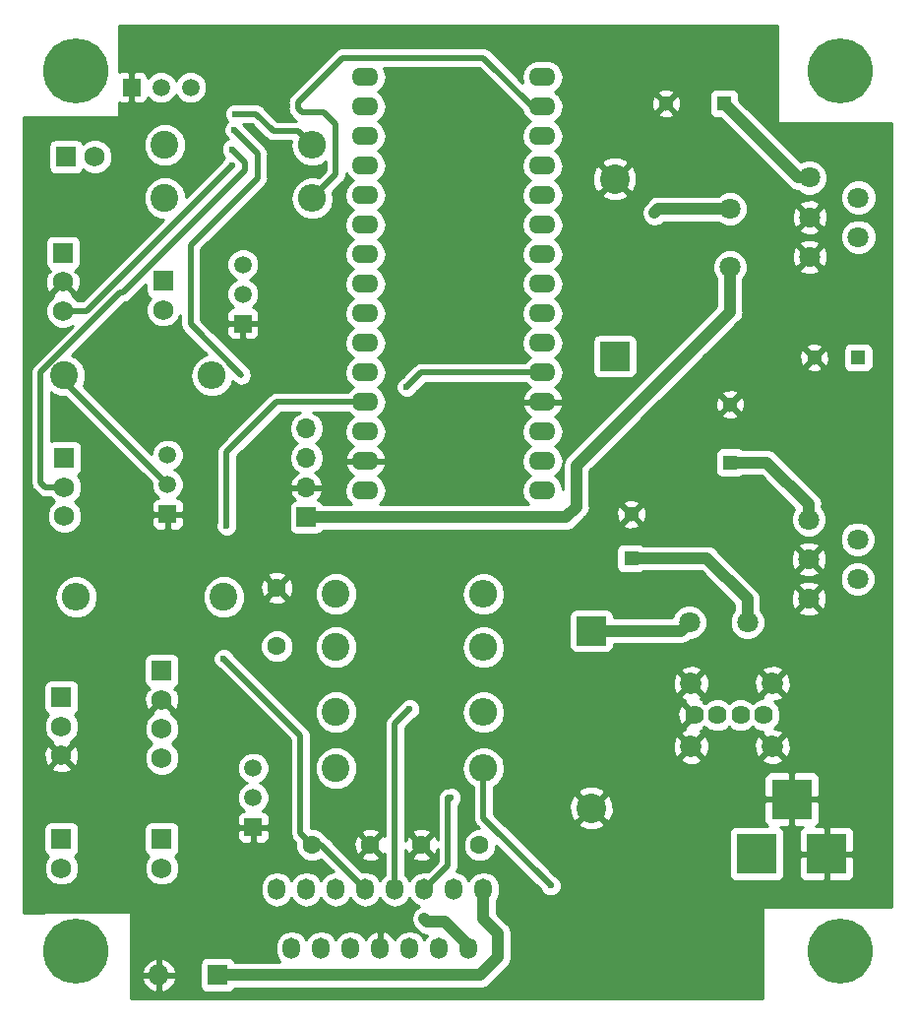
<source format=gbr>
G04 #@! TF.GenerationSoftware,KiCad,Pcbnew,5.0.2-bee76a0~70~ubuntu18.04.1*
G04 #@! TF.CreationDate,2019-05-27T22:26:56+02:00*
G04 #@! TF.ProjectId,flypi,666c7970-692e-46b6-9963-61645f706362,rev?*
G04 #@! TF.SameCoordinates,Original*
G04 #@! TF.FileFunction,Copper,L2,Bot*
G04 #@! TF.FilePolarity,Positive*
%FSLAX46Y46*%
G04 Gerber Fmt 4.6, Leading zero omitted, Abs format (unit mm)*
G04 Created by KiCad (PCBNEW 5.0.2-bee76a0~70~ubuntu18.04.1) date Mon 27 May 2019 22:26:56 CEST*
%MOMM*%
%LPD*%
G01*
G04 APERTURE LIST*
G04 #@! TA.AperFunction,ComponentPad*
%ADD10C,5.600000*%
G04 #@! TD*
G04 #@! TA.AperFunction,ComponentPad*
%ADD11C,1.520000*%
G04 #@! TD*
G04 #@! TA.AperFunction,ComponentPad*
%ADD12R,1.520000X1.520000*%
G04 #@! TD*
G04 #@! TA.AperFunction,ComponentPad*
%ADD13O,2.300000X1.600000*%
G04 #@! TD*
G04 #@! TA.AperFunction,ComponentPad*
%ADD14R,1.300000X1.300000*%
G04 #@! TD*
G04 #@! TA.AperFunction,ComponentPad*
%ADD15C,1.300000*%
G04 #@! TD*
G04 #@! TA.AperFunction,ComponentPad*
%ADD16R,3.500120X3.500120*%
G04 #@! TD*
G04 #@! TA.AperFunction,ComponentPad*
%ADD17C,2.540000*%
G04 #@! TD*
G04 #@! TA.AperFunction,ComponentPad*
%ADD18R,2.540000X2.540000*%
G04 #@! TD*
G04 #@! TA.AperFunction,ComponentPad*
%ADD19C,1.800860*%
G04 #@! TD*
G04 #@! TA.AperFunction,ComponentPad*
%ADD20C,1.800000*%
G04 #@! TD*
G04 #@! TA.AperFunction,ComponentPad*
%ADD21O,1.524000X1.824000*%
G04 #@! TD*
G04 #@! TA.AperFunction,ComponentPad*
%ADD22C,1.620000*%
G04 #@! TD*
G04 #@! TA.AperFunction,ComponentPad*
%ADD23C,1.850000*%
G04 #@! TD*
G04 #@! TA.AperFunction,ComponentPad*
%ADD24R,1.800000X1.800000*%
G04 #@! TD*
G04 #@! TA.AperFunction,ComponentPad*
%ADD25O,1.800000X1.800000*%
G04 #@! TD*
G04 #@! TA.AperFunction,ComponentPad*
%ADD26R,1.700000X1.700000*%
G04 #@! TD*
G04 #@! TA.AperFunction,ComponentPad*
%ADD27O,1.700000X1.700000*%
G04 #@! TD*
G04 #@! TA.AperFunction,ComponentPad*
%ADD28R,1.750000X1.750000*%
G04 #@! TD*
G04 #@! TA.AperFunction,ComponentPad*
%ADD29C,1.750000*%
G04 #@! TD*
G04 #@! TA.AperFunction,ComponentPad*
%ADD30C,1.600000*%
G04 #@! TD*
G04 #@! TA.AperFunction,ComponentPad*
%ADD31O,2.400000X2.400000*%
G04 #@! TD*
G04 #@! TA.AperFunction,ComponentPad*
%ADD32C,2.400000*%
G04 #@! TD*
G04 #@! TA.AperFunction,ViaPad*
%ADD33C,0.600000*%
G04 #@! TD*
G04 #@! TA.AperFunction,ViaPad*
%ADD34C,0.800000*%
G04 #@! TD*
G04 #@! TA.AperFunction,Conductor*
%ADD35C,1.000000*%
G04 #@! TD*
G04 #@! TA.AperFunction,Conductor*
%ADD36C,0.500000*%
G04 #@! TD*
G04 #@! TA.AperFunction,Conductor*
%ADD37C,0.254000*%
G04 #@! TD*
G04 APERTURE END LIST*
D10*
G04 #@! TO.P,REF\002A\002A,1*
G04 #@! TO.N,N/C*
X176022000Y-129286000D03*
G04 #@! TD*
G04 #@! TO.P,REF\002A\002A,1*
G04 #@! TO.N,N/C*
X176022000Y-53594000D03*
G04 #@! TD*
G04 #@! TO.P,REF\002A\002A,1*
G04 #@! TO.N,N/C*
X110236000Y-53594000D03*
G04 #@! TD*
D11*
G04 #@! TO.P,Q2,2*
G04 #@! TO.N,Net-(Q2-Pad2)*
X117540000Y-55000000D03*
G04 #@! TO.P,Q2,3*
G04 #@! TO.N,Net-(P5-Pad2)*
X120080000Y-55000000D03*
D12*
G04 #@! TO.P,Q2,1*
G04 #@! TO.N,GND*
X115000000Y-55000000D03*
G04 #@! TD*
D13*
G04 #@! TO.P,U5,1*
G04 #@! TO.N,Net-(R3-Pad2)*
X135128000Y-54102000D03*
G04 #@! TO.P,U5,2*
G04 #@! TO.N,N/C*
X135128000Y-56642000D03*
G04 #@! TO.P,U5,3*
X135128000Y-59182000D03*
G04 #@! TO.P,U5,4*
X135128000Y-61722000D03*
G04 #@! TO.P,U5,5*
X135128000Y-64262000D03*
G04 #@! TO.P,U5,6*
X135128000Y-66802000D03*
G04 #@! TO.P,U5,7*
X135128000Y-69342000D03*
G04 #@! TO.P,U5,8*
G04 #@! TO.N,Net-(P9-Pad4)*
X135128000Y-71882000D03*
G04 #@! TO.P,U5,9*
G04 #@! TO.N,Net-(P9-Pad3)*
X135128000Y-74422000D03*
G04 #@! TO.P,U5,10*
G04 #@! TO.N,N/C*
X135128000Y-76962000D03*
G04 #@! TO.P,U5,11*
G04 #@! TO.N,Net-(1k1-Pad1)*
X135128000Y-79502000D03*
G04 #@! TO.P,U5,12*
G04 #@! TO.N,Net-(C7-Pad1)*
X135128000Y-82042000D03*
G04 #@! TO.P,U5,13*
G04 #@! TO.N,N/C*
X135128000Y-84582000D03*
G04 #@! TO.P,U5,14*
G04 #@! TO.N,GND*
X135128000Y-87122000D03*
G04 #@! TO.P,U5,15*
G04 #@! TO.N,Net-(C1-Pad1)*
X135128000Y-89662000D03*
G04 #@! TO.P,U5,16*
G04 #@! TO.N,N/C*
X150368000Y-89662000D03*
G04 #@! TO.P,U5,17*
X150368000Y-87122000D03*
G04 #@! TO.P,U5,18*
X150368000Y-84582000D03*
G04 #@! TO.P,U5,19*
G04 #@! TO.N,GND*
X150368000Y-82042000D03*
G04 #@! TO.P,U5,20*
G04 #@! TO.N,Net-(U4-Pad7)*
X150368000Y-79502000D03*
G04 #@! TO.P,U5,21*
G04 #@! TO.N,Net-(U4-Pad5)*
X150368000Y-76962000D03*
G04 #@! TO.P,U5,22*
G04 #@! TO.N,Net-(R9-Pad2)*
X150368000Y-74422000D03*
G04 #@! TO.P,U5,23*
G04 #@! TO.N,Net-(R8-Pad2)*
X150368000Y-71882000D03*
G04 #@! TO.P,U5,24*
G04 #@! TO.N,Net-(R7-Pad2)*
X150368000Y-69342000D03*
G04 #@! TO.P,U5,25*
G04 #@! TO.N,Net-(P8-Pad3)*
X150368000Y-66802000D03*
G04 #@! TO.P,U5,26*
G04 #@! TO.N,Net-(P7-Pad2)*
X150368000Y-64262000D03*
G04 #@! TO.P,U5,27*
G04 #@! TO.N,Net-(R5-Pad2)*
X150368000Y-61722000D03*
G04 #@! TO.P,U5,28*
G04 #@! TO.N,Net-(R2-Pad2)*
X150368000Y-59182000D03*
G04 #@! TO.P,U5,29*
G04 #@! TO.N,Net-(R4-Pad2)*
X150368000Y-56642000D03*
G04 #@! TO.P,U5,30*
G04 #@! TO.N,N/C*
X150368000Y-54102000D03*
G04 #@! TD*
D14*
G04 #@! TO.P,C2,1*
G04 #@! TO.N,Net-(C1-Pad1)*
X165989000Y-56388000D03*
D15*
G04 #@! TO.P,C2,2*
G04 #@! TO.N,GND*
X160989000Y-56388000D03*
G04 #@! TD*
D14*
G04 #@! TO.P,C1,1*
G04 #@! TO.N,Net-(C1-Pad1)*
X166497000Y-87249000D03*
D15*
G04 #@! TO.P,C1,2*
G04 #@! TO.N,GND*
X166497000Y-82249000D03*
G04 #@! TD*
D14*
G04 #@! TO.P,C5,1*
G04 #@! TO.N,Net-(C5-Pad1)*
X177546000Y-78232000D03*
D15*
G04 #@! TO.P,C5,2*
G04 #@! TO.N,GND*
X173746000Y-78232000D03*
G04 #@! TD*
D14*
G04 #@! TO.P,C6,1*
G04 #@! TO.N,Net-(C6-Pad1)*
X158000000Y-95500000D03*
D15*
G04 #@! TO.P,C6,2*
G04 #@! TO.N,GND*
X158000000Y-91700000D03*
G04 #@! TD*
D16*
G04 #@! TO.P,CON1,1*
G04 #@! TO.N,Net-(C1-Pad1)*
X168805860Y-120904000D03*
G04 #@! TO.P,CON1,2*
G04 #@! TO.N,GND*
X174805340Y-120904000D03*
G04 #@! TO.P,CON1,3*
X171805600Y-116205000D03*
G04 #@! TD*
D17*
G04 #@! TO.P,D1,2*
G04 #@! TO.N,GND*
X154561960Y-116968220D03*
D18*
G04 #@! TO.P,D1,1*
G04 #@! TO.N,Net-(D1-Pad1)*
X154561960Y-101728220D03*
G04 #@! TD*
D17*
G04 #@! TO.P,D3,2*
G04 #@! TO.N,GND*
X156588040Y-62863780D03*
D18*
G04 #@! TO.P,D3,1*
G04 #@! TO.N,Net-(D3-Pad1)*
X156588040Y-78103780D03*
G04 #@! TD*
D19*
G04 #@! TO.P,L1,1*
G04 #@! TO.N,Net-(D3-Pad1)*
X166497000Y-65445640D03*
G04 #@! TO.P,L1,2*
G04 #@! TO.N,Net-(C5-Pad1)*
X166497000Y-70444360D03*
G04 #@! TD*
G04 #@! TO.P,L2,1*
G04 #@! TO.N,Net-(D1-Pad1)*
X163000640Y-101000000D03*
G04 #@! TO.P,L2,2*
G04 #@! TO.N,Net-(C6-Pad1)*
X167999360Y-101000000D03*
G04 #@! TD*
D20*
G04 #@! TO.P,U1,3*
G04 #@! TO.N,GND*
X173282500Y-95567500D03*
G04 #@! TO.P,U1,5*
X173282500Y-98967500D03*
G04 #@! TO.P,U1,1*
G04 #@! TO.N,Net-(C1-Pad1)*
X173282500Y-92167500D03*
G04 #@! TO.P,U1,2*
G04 #@! TO.N,Net-(D1-Pad1)*
X177482500Y-93867500D03*
G04 #@! TO.P,U1,4*
G04 #@! TO.N,Net-(C6-Pad1)*
X177482500Y-97267500D03*
G04 #@! TD*
G04 #@! TO.P,U2,3*
G04 #@! TO.N,GND*
X173346000Y-66167000D03*
G04 #@! TO.P,U2,5*
X173346000Y-69567000D03*
G04 #@! TO.P,U2,1*
G04 #@! TO.N,Net-(C1-Pad1)*
X173346000Y-62767000D03*
G04 #@! TO.P,U2,2*
G04 #@! TO.N,Net-(D3-Pad1)*
X177546000Y-64467000D03*
G04 #@! TO.P,U2,4*
G04 #@! TO.N,Net-(C5-Pad1)*
X177546000Y-67867000D03*
G04 #@! TD*
D21*
G04 #@! TO.P,U4,1*
G04 #@! TO.N,Net-(R1-Pad1)*
X145288000Y-123952000D03*
G04 #@! TO.P,U4,2*
G04 #@! TO.N,Net-(P1-Pad2)*
X144018000Y-129032000D03*
G04 #@! TO.P,U4,3*
G04 #@! TO.N,Net-(P1-Pad1)*
X142748000Y-123952000D03*
G04 #@! TO.P,U4,4*
G04 #@! TO.N,Net-(C1-Pad1)*
X141478000Y-129032000D03*
G04 #@! TO.P,U4,5*
G04 #@! TO.N,Net-(U4-Pad5)*
X140208000Y-123952000D03*
G04 #@! TO.P,U4,6*
G04 #@! TO.N,Net-(R3-Pad2)*
X138938000Y-129032000D03*
G04 #@! TO.P,U4,7*
G04 #@! TO.N,Net-(U4-Pad7)*
X137668000Y-123952000D03*
G04 #@! TO.P,U4,8*
G04 #@! TO.N,GND*
X136398000Y-129032000D03*
G04 #@! TO.P,U4,9*
G04 #@! TO.N,Net-(C7-Pad1)*
X135128000Y-123952000D03*
G04 #@! TO.P,U4,10*
G04 #@! TO.N,N/C*
X133858000Y-129032000D03*
G04 #@! TO.P,U4,11*
X132588000Y-123952000D03*
G04 #@! TO.P,U4,12*
X131318000Y-129032000D03*
G04 #@! TO.P,U4,13*
X130048000Y-123952000D03*
G04 #@! TO.P,U4,14*
X128778000Y-129032000D03*
G04 #@! TO.P,U4,15*
X127508000Y-123952000D03*
G04 #@! TD*
D22*
G04 #@! TO.P,J12,1*
G04 #@! TO.N,Net-(C6-Pad1)*
X169418000Y-108966000D03*
G04 #@! TO.P,J12,2*
G04 #@! TO.N,N/C*
X167418000Y-108966000D03*
G04 #@! TO.P,J12,3*
X165418000Y-108966000D03*
D23*
G04 #@! TO.P,J12,5*
G04 #@! TO.N,GND*
X170148000Y-111686000D03*
D22*
G04 #@! TO.P,J12,4*
X163418000Y-108966000D03*
D23*
G04 #@! TO.P,J12,5*
X163148000Y-111686000D03*
X170148000Y-106246000D03*
X163148000Y-106246000D03*
G04 #@! TD*
D24*
G04 #@! TO.P,R1,1*
G04 #@! TO.N,Net-(R1-Pad1)*
X122428000Y-131318000D03*
D25*
G04 #@! TO.P,R1,2*
G04 #@! TO.N,GND*
X117348000Y-131318000D03*
G04 #@! TD*
D11*
G04 #@! TO.P,Q3,2*
G04 #@! TO.N,Net-(Q3-Pad2)*
X124587000Y-72771000D03*
G04 #@! TO.P,Q3,3*
G04 #@! TO.N,Net-(P6-Pad2)*
X124587000Y-70231000D03*
D12*
G04 #@! TO.P,Q3,1*
G04 #@! TO.N,GND*
X124587000Y-75311000D03*
G04 #@! TD*
D11*
G04 #@! TO.P,Q1,2*
G04 #@! TO.N,Net-(Q1-Pad2)*
X125476000Y-116078000D03*
G04 #@! TO.P,Q1,3*
G04 #@! TO.N,Net-(P3-Pad2)*
X125476000Y-113538000D03*
D12*
G04 #@! TO.P,Q1,1*
G04 #@! TO.N,GND*
X125476000Y-118618000D03*
G04 #@! TD*
D11*
G04 #@! TO.P,Q4,2*
G04 #@! TO.N,Net-(Q4-Pad2)*
X118110000Y-89154000D03*
G04 #@! TO.P,Q4,3*
G04 #@! TO.N,Net-(P7-Pad3)*
X118110000Y-86614000D03*
D12*
G04 #@! TO.P,Q4,1*
G04 #@! TO.N,GND*
X118110000Y-91694000D03*
G04 #@! TD*
D26*
G04 #@! TO.P,P9,1*
G04 #@! TO.N,Net-(C5-Pad1)*
X130048000Y-91948000D03*
D27*
G04 #@! TO.P,P9,2*
G04 #@! TO.N,GND*
X130048000Y-89408000D03*
G04 #@! TO.P,P9,3*
G04 #@! TO.N,Net-(P9-Pad3)*
X130048000Y-86868000D03*
G04 #@! TO.P,P9,4*
G04 #@! TO.N,Net-(P9-Pad4)*
X130048000Y-84328000D03*
G04 #@! TD*
D28*
G04 #@! TO.P,P3,1*
G04 #@! TO.N,Net-(C1-Pad1)*
X108966000Y-119634000D03*
D29*
G04 #@! TO.P,P3,2*
G04 #@! TO.N,Net-(P3-Pad2)*
X108966000Y-122134000D03*
G04 #@! TD*
D30*
G04 #@! TO.P,C7,1*
G04 #@! TO.N,Net-(C7-Pad1)*
X130556000Y-120142000D03*
G04 #@! TO.P,C7,2*
G04 #@! TO.N,GND*
X135556000Y-120142000D03*
G04 #@! TD*
G04 #@! TO.P,C10,1*
G04 #@! TO.N,GND*
X139954000Y-120142000D03*
G04 #@! TO.P,C10,2*
G04 #@! TO.N,Net-(C1-Pad1)*
X144954000Y-120142000D03*
G04 #@! TD*
D28*
G04 #@! TO.P,P1,1*
G04 #@! TO.N,Net-(P1-Pad1)*
X117602000Y-119634000D03*
D29*
G04 #@! TO.P,P1,2*
G04 #@! TO.N,Net-(P1-Pad2)*
X117602000Y-122134000D03*
G04 #@! TD*
D28*
G04 #@! TO.P,P4,1*
G04 #@! TO.N,Net-(C7-Pad1)*
X108966000Y-107442000D03*
D29*
G04 #@! TO.P,P4,2*
G04 #@! TO.N,Net-(1k1-Pad2)*
X108966000Y-109942000D03*
G04 #@! TO.P,P4,3*
G04 #@! TO.N,GND*
X108966000Y-112442000D03*
G04 #@! TD*
D30*
G04 #@! TO.P,C8,1*
G04 #@! TO.N,GND*
X127508000Y-98044000D03*
G04 #@! TO.P,C8,2*
G04 #@! TO.N,Net-(1k1-Pad1)*
X127508000Y-103044000D03*
G04 #@! TD*
D28*
G04 #@! TO.P,P10,1*
G04 #@! TO.N,Net-(P10-Pad1)*
X117602000Y-105156000D03*
D29*
G04 #@! TO.P,P10,2*
G04 #@! TO.N,GND*
X117602000Y-107656000D03*
G04 #@! TO.P,P10,3*
G04 #@! TO.N,Net-(P10-Pad3)*
X117602000Y-110156000D03*
G04 #@! TO.P,P10,4*
G04 #@! TO.N,Net-(P10-Pad4)*
X117602000Y-112656000D03*
G04 #@! TD*
D28*
G04 #@! TO.P,P8,1*
G04 #@! TO.N,Net-(C5-Pad1)*
X109093000Y-69215000D03*
D29*
G04 #@! TO.P,P8,2*
G04 #@! TO.N,GND*
X109093000Y-71715000D03*
G04 #@! TO.P,P8,3*
G04 #@! TO.N,Net-(P8-Pad3)*
X109093000Y-74215000D03*
G04 #@! TD*
D28*
G04 #@! TO.P,P7,1*
G04 #@! TO.N,Net-(C5-Pad1)*
X109220000Y-86868000D03*
D29*
G04 #@! TO.P,P7,2*
G04 #@! TO.N,Net-(P7-Pad2)*
X109220000Y-89368000D03*
G04 #@! TO.P,P7,3*
G04 #@! TO.N,Net-(P7-Pad3)*
X109220000Y-91868000D03*
G04 #@! TD*
D28*
G04 #@! TO.P,P6,1*
G04 #@! TO.N,Net-(C5-Pad1)*
X117729000Y-71628000D03*
D29*
G04 #@! TO.P,P6,2*
G04 #@! TO.N,Net-(P6-Pad2)*
X117729000Y-74128000D03*
G04 #@! TD*
D28*
G04 #@! TO.P,P5,1*
G04 #@! TO.N,Net-(C5-Pad1)*
X109347000Y-60960000D03*
D29*
G04 #@! TO.P,P5,2*
G04 #@! TO.N,Net-(P5-Pad2)*
X111847000Y-60960000D03*
G04 #@! TD*
D31*
G04 #@! TO.P,R4,2*
G04 #@! TO.N,Net-(R4-Pad2)*
X130556000Y-64516000D03*
D32*
G04 #@! TO.P,R4,1*
G04 #@! TO.N,Net-(Q3-Pad2)*
X117856000Y-64516000D03*
G04 #@! TD*
G04 #@! TO.P,R5,1*
G04 #@! TO.N,Net-(Q4-Pad2)*
X109220000Y-79756000D03*
D31*
G04 #@! TO.P,R5,2*
G04 #@! TO.N,Net-(R5-Pad2)*
X121920000Y-79756000D03*
G04 #@! TD*
D32*
G04 #@! TO.P,R7,1*
G04 #@! TO.N,Net-(P10-Pad1)*
X132588000Y-98552000D03*
D31*
G04 #@! TO.P,R7,2*
G04 #@! TO.N,Net-(R7-Pad2)*
X145288000Y-98552000D03*
G04 #@! TD*
G04 #@! TO.P,R8,2*
G04 #@! TO.N,Net-(R8-Pad2)*
X145288000Y-103124000D03*
D32*
G04 #@! TO.P,R8,1*
G04 #@! TO.N,Net-(P10-Pad3)*
X132588000Y-103124000D03*
G04 #@! TD*
G04 #@! TO.P,R9,1*
G04 #@! TO.N,Net-(P10-Pad4)*
X132588000Y-108712000D03*
D31*
G04 #@! TO.P,R9,2*
G04 #@! TO.N,Net-(R9-Pad2)*
X145288000Y-108712000D03*
G04 #@! TD*
G04 #@! TO.P,1k1,2*
G04 #@! TO.N,Net-(1k1-Pad2)*
X110236000Y-98806000D03*
D32*
G04 #@! TO.P,1k1,1*
G04 #@! TO.N,Net-(1k1-Pad1)*
X122936000Y-98806000D03*
G04 #@! TD*
G04 #@! TO.P,R2,1*
G04 #@! TO.N,Net-(Q2-Pad2)*
X117856000Y-59944000D03*
D31*
G04 #@! TO.P,R2,2*
G04 #@! TO.N,Net-(R2-Pad2)*
X130556000Y-59944000D03*
G04 #@! TD*
D32*
G04 #@! TO.P,R3,1*
G04 #@! TO.N,Net-(Q1-Pad2)*
X132588000Y-113538000D03*
D31*
G04 #@! TO.P,R3,2*
G04 #@! TO.N,Net-(R3-Pad2)*
X145288000Y-113538000D03*
G04 #@! TD*
D10*
G04 #@! TO.P,REF\002A\002A,1*
G04 #@! TO.N,N/C*
X110236000Y-129286000D03*
G04 #@! TD*
D33*
G04 #@! TO.N,Net-(C7-Pad1)*
X123190000Y-92710000D03*
X122936000Y-104140000D03*
D34*
G04 #@! TO.N,Net-(D3-Pad1)*
X160020000Y-65786000D03*
G04 #@! TO.N,Net-(P1-Pad2)*
X140208000Y-126492000D03*
D33*
G04 #@! TO.N,Net-(P7-Pad2)*
X123634500Y-60325000D03*
G04 #@! TO.N,Net-(P8-Pad3)*
X123634500Y-61722000D03*
G04 #@! TO.N,Net-(R2-Pad2)*
X123952000Y-57277000D03*
G04 #@! TO.N,Net-(R3-Pad2)*
X151066500Y-123634500D03*
G04 #@! TO.N,Net-(R5-Pad2)*
X123825000Y-58674000D03*
G04 #@! TO.N,Net-(U4-Pad5)*
X142494000Y-116078000D03*
G04 #@! TO.N,Net-(U4-Pad7)*
X138938000Y-108458000D03*
X138684000Y-80772000D03*
G04 #@! TD*
D35*
G04 #@! TO.N,Net-(C1-Pad1)*
X173346000Y-62767000D02*
X172368000Y-62767000D01*
X172368000Y-62767000D02*
X165989000Y-56388000D01*
X173282500Y-92167500D02*
X173282500Y-90859500D01*
X169672000Y-87249000D02*
X166497000Y-87249000D01*
X173282500Y-90859500D02*
X169672000Y-87249000D01*
G04 #@! TO.N,Net-(C5-Pad1)*
X166497000Y-70444360D02*
X166497000Y-74295000D01*
X152400000Y-91948000D02*
X130048000Y-91948000D01*
X153289000Y-91059000D02*
X152400000Y-91948000D01*
X153289000Y-87503000D02*
X153289000Y-91059000D01*
X166497000Y-74295000D02*
X153289000Y-87503000D01*
X130302000Y-91694000D02*
X130048000Y-91948000D01*
G04 #@! TO.N,Net-(C6-Pad1)*
X167999360Y-98999360D02*
X167999360Y-101000000D01*
X164500000Y-95500000D02*
X167999360Y-98999360D01*
X158000000Y-95500000D02*
X164500000Y-95500000D01*
D36*
G04 #@! TO.N,Net-(C7-Pad1)*
X130556000Y-120142000D02*
X131318000Y-120142000D01*
X131318000Y-120142000D02*
X135128000Y-123952000D01*
X135128000Y-82042000D02*
X127508000Y-82042000D01*
X123190000Y-86360000D02*
X123190000Y-92710000D01*
X127508000Y-82042000D02*
X123190000Y-86360000D01*
X129540000Y-119126000D02*
X130556000Y-120142000D01*
X122936000Y-104140000D02*
X129540000Y-110744000D01*
X129540000Y-110744000D02*
X129540000Y-119126000D01*
D35*
G04 #@! TO.N,Net-(D1-Pad1)*
X154561960Y-101728220D02*
X162272420Y-101728220D01*
X162272420Y-101728220D02*
X163000640Y-101000000D01*
X154687740Y-101854000D02*
X154561960Y-101728220D01*
G04 #@! TO.N,Net-(D3-Pad1)*
X166497000Y-65445640D02*
X160360360Y-65445640D01*
X160360360Y-65445640D02*
X160020000Y-65786000D01*
G04 #@! TO.N,Net-(P1-Pad2)*
X144018000Y-129032000D02*
X144018000Y-128778000D01*
X144018000Y-128778000D02*
X141986000Y-126746000D01*
X141986000Y-126746000D02*
X140462000Y-126746000D01*
X140462000Y-126746000D02*
X140208000Y-126492000D01*
D36*
G04 #@! TO.N,Net-(P7-Pad2)*
X107592500Y-89368000D02*
X109220000Y-89368000D01*
X107188000Y-88963500D02*
X107592500Y-89368000D01*
X107188000Y-79502000D02*
X107188000Y-88963500D01*
X114046000Y-72644000D02*
X107188000Y-79502000D01*
X114236500Y-72644000D02*
X114046000Y-72644000D01*
X124777500Y-62103000D02*
X114236500Y-72644000D01*
X124777500Y-61468000D02*
X124777500Y-62103000D01*
X123634500Y-60325000D02*
X124777500Y-61468000D01*
G04 #@! TO.N,Net-(P8-Pad3)*
X111141500Y-74215000D02*
X109093000Y-74215000D01*
X123634500Y-61722000D02*
X111141500Y-74215000D01*
G04 #@! TO.N,Net-(R2-Pad2)*
X129356001Y-58744001D02*
X127183999Y-58744001D01*
X130556000Y-59944000D02*
X129356001Y-58744001D01*
X125716998Y-57277000D02*
X123952000Y-57277000D01*
X127183999Y-58744001D02*
X125716998Y-57277000D01*
G04 #@! TO.N,Net-(R3-Pad2)*
X145288000Y-117856000D02*
X145288000Y-113538000D01*
X151066500Y-123634500D02*
X145288000Y-117856000D01*
G04 #@! TO.N,Net-(R4-Pad2)*
X150368000Y-56642000D02*
X149479000Y-56642000D01*
X149479000Y-56642000D02*
X145288000Y-52451000D01*
X133159500Y-52451000D02*
X129349500Y-56261000D01*
X145288000Y-52451000D02*
X133159500Y-52451000D01*
X129349500Y-56261000D02*
X129349500Y-56832500D01*
X129349500Y-56832500D02*
X129667000Y-57150000D01*
X129667000Y-57150000D02*
X131572000Y-57150000D01*
X131572000Y-57150000D02*
X132588000Y-58166000D01*
X132588000Y-62484000D02*
X130556000Y-64516000D01*
X132588000Y-58166000D02*
X132588000Y-62484000D01*
G04 #@! TO.N,Net-(R5-Pad2)*
X120078500Y-75374500D02*
X124460000Y-79756000D01*
X120078500Y-68580000D02*
X120078500Y-75374500D01*
X125857000Y-62801500D02*
X120078500Y-68580000D01*
X125857000Y-60706000D02*
X125857000Y-62801500D01*
X123825000Y-58674000D02*
X125857000Y-60706000D01*
G04 #@! TO.N,Net-(U4-Pad5)*
X142240000Y-121920000D02*
X140208000Y-123952000D01*
X142494000Y-116078000D02*
X142240000Y-116332000D01*
X142240000Y-116078000D02*
X142240000Y-116332000D01*
X142240000Y-116332000D02*
X142240000Y-121920000D01*
G04 #@! TO.N,Net-(U4-Pad7)*
X150368000Y-79502000D02*
X139954000Y-79502000D01*
X137668000Y-109728000D02*
X137668000Y-123952000D01*
X138938000Y-108458000D02*
X137668000Y-109728000D01*
X139954000Y-79502000D02*
X138684000Y-80772000D01*
D35*
G04 #@! TO.N,Net-(R1-Pad1)*
X145288000Y-123952000D02*
X145288000Y-126492000D01*
X145034000Y-131318000D02*
X122428000Y-131318000D01*
X146558000Y-129794000D02*
X145034000Y-131318000D01*
X146558000Y-127762000D02*
X146558000Y-129794000D01*
X145288000Y-126492000D02*
X146558000Y-127762000D01*
D36*
G04 #@! TO.N,Net-(Q4-Pad2)*
X109220000Y-80264000D02*
X109220000Y-79756000D01*
X118110000Y-89154000D02*
X109220000Y-80264000D01*
G04 #@! TO.N,Net-(P7-Pad3)*
X117856000Y-86360000D02*
X118110000Y-86614000D01*
G04 #@! TD*
D37*
G04 #@! TO.N,GND*
G36*
X170561000Y-57912000D02*
X170570667Y-57960601D01*
X170598197Y-58001803D01*
X170639399Y-58029333D01*
X170688000Y-58039000D01*
X180415001Y-58039000D01*
X180415000Y-125476000D01*
X169418000Y-125476000D01*
X169369399Y-125485667D01*
X169328197Y-125513197D01*
X169300667Y-125554399D01*
X169291000Y-125603000D01*
X169291000Y-133315000D01*
X114935000Y-133315000D01*
X114935000Y-131682740D01*
X115856964Y-131682740D01*
X116035760Y-132114417D01*
X116440424Y-132555966D01*
X116983258Y-132809046D01*
X117221000Y-132688997D01*
X117221000Y-131445000D01*
X117475000Y-131445000D01*
X117475000Y-132688997D01*
X117712742Y-132809046D01*
X118255576Y-132555966D01*
X118660240Y-132114417D01*
X118839036Y-131682740D01*
X118718378Y-131445000D01*
X117475000Y-131445000D01*
X117221000Y-131445000D01*
X115977622Y-131445000D01*
X115856964Y-131682740D01*
X114935000Y-131682740D01*
X114935000Y-130953260D01*
X115856964Y-130953260D01*
X115977622Y-131191000D01*
X117221000Y-131191000D01*
X117221000Y-129947003D01*
X117475000Y-129947003D01*
X117475000Y-131191000D01*
X118718378Y-131191000D01*
X118839036Y-130953260D01*
X118660240Y-130521583D01*
X118565310Y-130418000D01*
X120880560Y-130418000D01*
X120880560Y-132218000D01*
X120929843Y-132465765D01*
X121070191Y-132675809D01*
X121280235Y-132816157D01*
X121528000Y-132865440D01*
X123328000Y-132865440D01*
X123575765Y-132816157D01*
X123785809Y-132675809D01*
X123926157Y-132465765D01*
X123928696Y-132453000D01*
X144922217Y-132453000D01*
X145034000Y-132475235D01*
X145145783Y-132453000D01*
X145476855Y-132387146D01*
X145852289Y-132136289D01*
X145915613Y-132041519D01*
X147281524Y-130675609D01*
X147376289Y-130612289D01*
X147627146Y-130236855D01*
X147693000Y-129905783D01*
X147715235Y-129794001D01*
X147693000Y-129682219D01*
X147693000Y-127873782D01*
X147715235Y-127761999D01*
X147627146Y-127319145D01*
X147540088Y-127188854D01*
X147376289Y-126943711D01*
X147281521Y-126880389D01*
X146423000Y-126021869D01*
X146423000Y-124917883D01*
X146603944Y-124647082D01*
X146685000Y-124239588D01*
X146685000Y-123664413D01*
X146603944Y-123256919D01*
X146295180Y-122794820D01*
X145833082Y-122486056D01*
X145288000Y-122377632D01*
X144742919Y-122486056D01*
X144280821Y-122794820D01*
X144018000Y-123188158D01*
X143755180Y-122794820D01*
X143293082Y-122486056D01*
X142969201Y-122421632D01*
X142998601Y-122377632D01*
X143073652Y-122265310D01*
X143125000Y-122007165D01*
X143125000Y-122007161D01*
X143142337Y-121920000D01*
X143125000Y-121832839D01*
X143125000Y-116769290D01*
X143286655Y-116607635D01*
X143429000Y-116263983D01*
X143429000Y-115892017D01*
X143286655Y-115548365D01*
X143023635Y-115285345D01*
X142679983Y-115143000D01*
X142308017Y-115143000D01*
X142219152Y-115179809D01*
X141894690Y-115244348D01*
X141601951Y-115439951D01*
X141406348Y-115732691D01*
X141355000Y-115990836D01*
X141355000Y-116244839D01*
X141337663Y-116332000D01*
X141355000Y-116419161D01*
X141355001Y-119743213D01*
X141207864Y-119387995D01*
X140961745Y-119313861D01*
X140133605Y-120142000D01*
X140961745Y-120970139D01*
X141207864Y-120896005D01*
X141355001Y-120486655D01*
X141355001Y-121553420D01*
X140477235Y-122431186D01*
X140208000Y-122377632D01*
X139662919Y-122486056D01*
X139200821Y-122794820D01*
X138938000Y-123188158D01*
X138675180Y-122794820D01*
X138553000Y-122713182D01*
X138553000Y-121149745D01*
X139125861Y-121149745D01*
X139199995Y-121395864D01*
X139737223Y-121588965D01*
X140307454Y-121561778D01*
X140708005Y-121395864D01*
X140782139Y-121149745D01*
X139954000Y-120321605D01*
X139125861Y-121149745D01*
X138553000Y-121149745D01*
X138553000Y-120540788D01*
X138700136Y-120896005D01*
X138946255Y-120970139D01*
X139774395Y-120142000D01*
X138946255Y-119313861D01*
X138700136Y-119387995D01*
X138553000Y-119797343D01*
X138553000Y-119134255D01*
X139125861Y-119134255D01*
X139954000Y-119962395D01*
X140782139Y-119134255D01*
X140708005Y-118888136D01*
X140170777Y-118695035D01*
X139600546Y-118722222D01*
X139199995Y-118888136D01*
X139125861Y-119134255D01*
X138553000Y-119134255D01*
X138553000Y-113538000D01*
X143417051Y-113538000D01*
X143559469Y-114253981D01*
X143965039Y-114860961D01*
X144403001Y-115153597D01*
X144403000Y-117768839D01*
X144385663Y-117856000D01*
X144403000Y-117943161D01*
X144403000Y-117943164D01*
X144454348Y-118201309D01*
X144649951Y-118494049D01*
X144723847Y-118543425D01*
X144887422Y-118707000D01*
X144668561Y-118707000D01*
X144141138Y-118925466D01*
X143737466Y-119329138D01*
X143519000Y-119856561D01*
X143519000Y-120427439D01*
X143737466Y-120954862D01*
X144141138Y-121358534D01*
X144668561Y-121577000D01*
X145239439Y-121577000D01*
X145766862Y-121358534D01*
X146170534Y-120954862D01*
X146389000Y-120427439D01*
X146389000Y-120208578D01*
X150223845Y-124043424D01*
X150273845Y-124164135D01*
X150536865Y-124427155D01*
X150880517Y-124569500D01*
X151252483Y-124569500D01*
X151596135Y-124427155D01*
X151859155Y-124164135D01*
X152001500Y-123820483D01*
X152001500Y-123448517D01*
X151859155Y-123104865D01*
X151596135Y-122841845D01*
X151475424Y-122791845D01*
X147837519Y-119153940D01*
X166408360Y-119153940D01*
X166408360Y-122654060D01*
X166457643Y-122901825D01*
X166597991Y-123111869D01*
X166808035Y-123252217D01*
X167055800Y-123301500D01*
X170555920Y-123301500D01*
X170803685Y-123252217D01*
X171013729Y-123111869D01*
X171154077Y-122901825D01*
X171203360Y-122654060D01*
X171203360Y-121189750D01*
X172420280Y-121189750D01*
X172420280Y-122780370D01*
X172516953Y-123013759D01*
X172695582Y-123192387D01*
X172928971Y-123289060D01*
X174519590Y-123289060D01*
X174678340Y-123130310D01*
X174678340Y-121031000D01*
X174932340Y-121031000D01*
X174932340Y-123130310D01*
X175091090Y-123289060D01*
X176681709Y-123289060D01*
X176915098Y-123192387D01*
X177093727Y-123013759D01*
X177190400Y-122780370D01*
X177190400Y-121189750D01*
X177031650Y-121031000D01*
X174932340Y-121031000D01*
X174678340Y-121031000D01*
X172579030Y-121031000D01*
X172420280Y-121189750D01*
X171203360Y-121189750D01*
X171203360Y-119153940D01*
X171154077Y-118906175D01*
X171013729Y-118696131D01*
X170854984Y-118590060D01*
X171519850Y-118590060D01*
X171678600Y-118431310D01*
X171678600Y-116332000D01*
X171932600Y-116332000D01*
X171932600Y-118431310D01*
X172091350Y-118590060D01*
X172757272Y-118590060D01*
X172695582Y-118615613D01*
X172516953Y-118794241D01*
X172420280Y-119027630D01*
X172420280Y-120618250D01*
X172579030Y-120777000D01*
X174678340Y-120777000D01*
X174678340Y-118677690D01*
X174932340Y-118677690D01*
X174932340Y-120777000D01*
X177031650Y-120777000D01*
X177190400Y-120618250D01*
X177190400Y-119027630D01*
X177093727Y-118794241D01*
X176915098Y-118615613D01*
X176681709Y-118518940D01*
X175091090Y-118518940D01*
X174932340Y-118677690D01*
X174678340Y-118677690D01*
X174519590Y-118518940D01*
X173853668Y-118518940D01*
X173915358Y-118493387D01*
X174093987Y-118314759D01*
X174190660Y-118081370D01*
X174190660Y-116490750D01*
X174031910Y-116332000D01*
X171932600Y-116332000D01*
X171678600Y-116332000D01*
X169579290Y-116332000D01*
X169420540Y-116490750D01*
X169420540Y-118081370D01*
X169517213Y-118314759D01*
X169695842Y-118493387D01*
X169727500Y-118506500D01*
X167055800Y-118506500D01*
X166808035Y-118555783D01*
X166597991Y-118696131D01*
X166457643Y-118906175D01*
X166408360Y-119153940D01*
X147837519Y-119153940D01*
X146999576Y-118315997D01*
X153393788Y-118315997D01*
X153525480Y-118610877D01*
X154232996Y-118882481D01*
X154990592Y-118862656D01*
X155598440Y-118610877D01*
X155730132Y-118315997D01*
X154561960Y-117147825D01*
X153393788Y-118315997D01*
X146999576Y-118315997D01*
X146173000Y-117489422D01*
X146173000Y-116639256D01*
X152647699Y-116639256D01*
X152667524Y-117396852D01*
X152919303Y-118004700D01*
X153214183Y-118136392D01*
X154382355Y-116968220D01*
X154741565Y-116968220D01*
X155909737Y-118136392D01*
X156204617Y-118004700D01*
X156476221Y-117297184D01*
X156456396Y-116539588D01*
X156204617Y-115931740D01*
X155909737Y-115800048D01*
X154741565Y-116968220D01*
X154382355Y-116968220D01*
X153214183Y-115800048D01*
X152919303Y-115931740D01*
X152647699Y-116639256D01*
X146173000Y-116639256D01*
X146173000Y-115620443D01*
X153393788Y-115620443D01*
X154561960Y-116788615D01*
X155730132Y-115620443D01*
X155598440Y-115325563D01*
X154890924Y-115053959D01*
X154133328Y-115073784D01*
X153525480Y-115325563D01*
X153393788Y-115620443D01*
X146173000Y-115620443D01*
X146173000Y-115153596D01*
X146610961Y-114860961D01*
X146966652Y-114328630D01*
X169420540Y-114328630D01*
X169420540Y-115919250D01*
X169579290Y-116078000D01*
X171678600Y-116078000D01*
X171678600Y-113978690D01*
X171932600Y-113978690D01*
X171932600Y-116078000D01*
X174031910Y-116078000D01*
X174190660Y-115919250D01*
X174190660Y-114328630D01*
X174093987Y-114095241D01*
X173915358Y-113916613D01*
X173681969Y-113819940D01*
X172091350Y-113819940D01*
X171932600Y-113978690D01*
X171678600Y-113978690D01*
X171519850Y-113819940D01*
X169929231Y-113819940D01*
X169695842Y-113916613D01*
X169517213Y-114095241D01*
X169420540Y-114328630D01*
X146966652Y-114328630D01*
X147016531Y-114253981D01*
X147158949Y-113538000D01*
X147016531Y-112822019D01*
X146991299Y-112784256D01*
X162229349Y-112784256D01*
X162318821Y-113043332D01*
X162901368Y-113257325D01*
X163521461Y-113232097D01*
X163977179Y-113043332D01*
X164066651Y-112784256D01*
X169229349Y-112784256D01*
X169318821Y-113043332D01*
X169901368Y-113257325D01*
X170521461Y-113232097D01*
X170977179Y-113043332D01*
X171066651Y-112784256D01*
X170148000Y-111865605D01*
X169229349Y-112784256D01*
X164066651Y-112784256D01*
X163148000Y-111865605D01*
X162229349Y-112784256D01*
X146991299Y-112784256D01*
X146610961Y-112215039D01*
X146003981Y-111809469D01*
X145468727Y-111703000D01*
X145107273Y-111703000D01*
X144572019Y-111809469D01*
X143965039Y-112215039D01*
X143559469Y-112822019D01*
X143417051Y-113538000D01*
X138553000Y-113538000D01*
X138553000Y-111439368D01*
X161576675Y-111439368D01*
X161601903Y-112059461D01*
X161790668Y-112515179D01*
X162049744Y-112604651D01*
X162968395Y-111686000D01*
X163327605Y-111686000D01*
X164246256Y-112604651D01*
X164505332Y-112515179D01*
X164719325Y-111932632D01*
X164699257Y-111439368D01*
X168576675Y-111439368D01*
X168601903Y-112059461D01*
X168790668Y-112515179D01*
X169049744Y-112604651D01*
X169968395Y-111686000D01*
X170327605Y-111686000D01*
X171246256Y-112604651D01*
X171505332Y-112515179D01*
X171719325Y-111932632D01*
X171694097Y-111312539D01*
X171505332Y-110856821D01*
X171246256Y-110767349D01*
X170327605Y-111686000D01*
X169968395Y-111686000D01*
X169049744Y-110767349D01*
X168790668Y-110856821D01*
X168576675Y-111439368D01*
X164699257Y-111439368D01*
X164694097Y-111312539D01*
X164505332Y-110856821D01*
X164246256Y-110767349D01*
X163327605Y-111686000D01*
X162968395Y-111686000D01*
X162049744Y-110767349D01*
X161790668Y-110856821D01*
X161576675Y-111439368D01*
X138553000Y-111439368D01*
X138553000Y-110094578D01*
X139346924Y-109300655D01*
X139467635Y-109250655D01*
X139730655Y-108987635D01*
X139844826Y-108712000D01*
X143417051Y-108712000D01*
X143559469Y-109427981D01*
X143965039Y-110034961D01*
X144572019Y-110440531D01*
X145107273Y-110547000D01*
X145468727Y-110547000D01*
X146003981Y-110440531D01*
X146610961Y-110034961D01*
X147016531Y-109427981D01*
X147152020Y-108746834D01*
X161961084Y-108746834D01*
X161988114Y-109321055D01*
X162155856Y-109726020D01*
X162403012Y-109801383D01*
X163238395Y-108966000D01*
X162403012Y-108130617D01*
X162155856Y-108205980D01*
X161961084Y-108746834D01*
X147152020Y-108746834D01*
X147158949Y-108712000D01*
X147016531Y-107996019D01*
X146610961Y-107389039D01*
X146543939Y-107344256D01*
X162229349Y-107344256D01*
X162318821Y-107603332D01*
X162651382Y-107725495D01*
X162582617Y-107951012D01*
X163418000Y-108786395D01*
X163432143Y-108772253D01*
X163611748Y-108951858D01*
X163597605Y-108966000D01*
X163611748Y-108980143D01*
X163432143Y-109159748D01*
X163418000Y-109145605D01*
X162582617Y-109980988D01*
X162647162Y-110192665D01*
X162318821Y-110328668D01*
X162229349Y-110587744D01*
X163148000Y-111506395D01*
X164066651Y-110587744D01*
X163977179Y-110328668D01*
X163955001Y-110320521D01*
X164178020Y-110228144D01*
X164253383Y-109980990D01*
X164368224Y-110095831D01*
X164436258Y-110027797D01*
X164599473Y-110191012D01*
X165130572Y-110411000D01*
X165705428Y-110411000D01*
X166236527Y-110191012D01*
X166418000Y-110009539D01*
X166599473Y-110191012D01*
X167130572Y-110411000D01*
X167705428Y-110411000D01*
X168236527Y-110191012D01*
X168418000Y-110009539D01*
X168599473Y-110191012D01*
X169130572Y-110411000D01*
X169290388Y-110411000D01*
X169229349Y-110587744D01*
X170148000Y-111506395D01*
X171066651Y-110587744D01*
X170977179Y-110328668D01*
X170394632Y-110114675D01*
X170309396Y-110118143D01*
X170643012Y-109784527D01*
X170863000Y-109253428D01*
X170863000Y-108678572D01*
X170643012Y-108147473D01*
X170296777Y-107801238D01*
X170521461Y-107792097D01*
X170977179Y-107603332D01*
X171066651Y-107344256D01*
X170148000Y-106425605D01*
X169229349Y-107344256D01*
X169290388Y-107521000D01*
X169130572Y-107521000D01*
X168599473Y-107740988D01*
X168418000Y-107922461D01*
X168236527Y-107740988D01*
X167705428Y-107521000D01*
X167130572Y-107521000D01*
X166599473Y-107740988D01*
X166418000Y-107922461D01*
X166236527Y-107740988D01*
X165705428Y-107521000D01*
X165130572Y-107521000D01*
X164599473Y-107740988D01*
X164436258Y-107904203D01*
X164368224Y-107836169D01*
X164253383Y-107951010D01*
X164178020Y-107703856D01*
X163940764Y-107618416D01*
X163977179Y-107603332D01*
X164066651Y-107344256D01*
X163148000Y-106425605D01*
X162229349Y-107344256D01*
X146543939Y-107344256D01*
X146003981Y-106983469D01*
X145468727Y-106877000D01*
X145107273Y-106877000D01*
X144572019Y-106983469D01*
X143965039Y-107389039D01*
X143559469Y-107996019D01*
X143417051Y-108712000D01*
X139844826Y-108712000D01*
X139873000Y-108643983D01*
X139873000Y-108272017D01*
X139730655Y-107928365D01*
X139467635Y-107665345D01*
X139123983Y-107523000D01*
X138752017Y-107523000D01*
X138408365Y-107665345D01*
X138145345Y-107928365D01*
X138095345Y-108049076D01*
X137103847Y-109040575D01*
X137029951Y-109089951D01*
X136834348Y-109382691D01*
X136783000Y-109640836D01*
X136783000Y-109640839D01*
X136765663Y-109728000D01*
X136783000Y-109815161D01*
X136783001Y-119379903D01*
X136563745Y-119313861D01*
X135735605Y-120142000D01*
X136563745Y-120970139D01*
X136783001Y-120904097D01*
X136783001Y-122713182D01*
X136660821Y-122794820D01*
X136398000Y-123188158D01*
X136135180Y-122794820D01*
X135673082Y-122486056D01*
X135128000Y-122377632D01*
X134858765Y-122431186D01*
X133577324Y-121149745D01*
X134727861Y-121149745D01*
X134801995Y-121395864D01*
X135339223Y-121588965D01*
X135909454Y-121561778D01*
X136310005Y-121395864D01*
X136384139Y-121149745D01*
X135556000Y-120321605D01*
X134727861Y-121149745D01*
X133577324Y-121149745D01*
X132352802Y-119925223D01*
X134109035Y-119925223D01*
X134136222Y-120495454D01*
X134302136Y-120896005D01*
X134548255Y-120970139D01*
X135376395Y-120142000D01*
X134548255Y-119313861D01*
X134302136Y-119387995D01*
X134109035Y-119925223D01*
X132352802Y-119925223D01*
X132005425Y-119577847D01*
X131956049Y-119503951D01*
X131802426Y-119401303D01*
X131772534Y-119329138D01*
X131577651Y-119134255D01*
X134727861Y-119134255D01*
X135556000Y-119962395D01*
X136384139Y-119134255D01*
X136310005Y-118888136D01*
X135772777Y-118695035D01*
X135202546Y-118722222D01*
X134801995Y-118888136D01*
X134727861Y-119134255D01*
X131577651Y-119134255D01*
X131368862Y-118925466D01*
X130841439Y-118707000D01*
X130425000Y-118707000D01*
X130425000Y-113172996D01*
X130753000Y-113172996D01*
X130753000Y-113903004D01*
X131032362Y-114577444D01*
X131548556Y-115093638D01*
X132222996Y-115373000D01*
X132953004Y-115373000D01*
X133627444Y-115093638D01*
X134143638Y-114577444D01*
X134423000Y-113903004D01*
X134423000Y-113172996D01*
X134143638Y-112498556D01*
X133627444Y-111982362D01*
X132953004Y-111703000D01*
X132222996Y-111703000D01*
X131548556Y-111982362D01*
X131032362Y-112498556D01*
X130753000Y-113172996D01*
X130425000Y-113172996D01*
X130425000Y-110831159D01*
X130442337Y-110743999D01*
X130425000Y-110656839D01*
X130425000Y-110656835D01*
X130373652Y-110398690D01*
X130259696Y-110228144D01*
X130227424Y-110179845D01*
X130227423Y-110179844D01*
X130178049Y-110105951D01*
X130104156Y-110056578D01*
X128394574Y-108346996D01*
X130753000Y-108346996D01*
X130753000Y-109077004D01*
X131032362Y-109751444D01*
X131548556Y-110267638D01*
X132222996Y-110547000D01*
X132953004Y-110547000D01*
X133627444Y-110267638D01*
X134143638Y-109751444D01*
X134423000Y-109077004D01*
X134423000Y-108346996D01*
X134143638Y-107672556D01*
X133627444Y-107156362D01*
X132953004Y-106877000D01*
X132222996Y-106877000D01*
X131548556Y-107156362D01*
X131032362Y-107672556D01*
X130753000Y-108346996D01*
X128394574Y-108346996D01*
X126046946Y-105999368D01*
X161576675Y-105999368D01*
X161601903Y-106619461D01*
X161790668Y-107075179D01*
X162049744Y-107164651D01*
X162968395Y-106246000D01*
X163327605Y-106246000D01*
X164246256Y-107164651D01*
X164505332Y-107075179D01*
X164719325Y-106492632D01*
X164699257Y-105999368D01*
X168576675Y-105999368D01*
X168601903Y-106619461D01*
X168790668Y-107075179D01*
X169049744Y-107164651D01*
X169968395Y-106246000D01*
X170327605Y-106246000D01*
X171246256Y-107164651D01*
X171505332Y-107075179D01*
X171719325Y-106492632D01*
X171694097Y-105872539D01*
X171505332Y-105416821D01*
X171246256Y-105327349D01*
X170327605Y-106246000D01*
X169968395Y-106246000D01*
X169049744Y-105327349D01*
X168790668Y-105416821D01*
X168576675Y-105999368D01*
X164699257Y-105999368D01*
X164694097Y-105872539D01*
X164505332Y-105416821D01*
X164246256Y-105327349D01*
X163327605Y-106246000D01*
X162968395Y-106246000D01*
X162049744Y-105327349D01*
X161790668Y-105416821D01*
X161576675Y-105999368D01*
X126046946Y-105999368D01*
X125195322Y-105147744D01*
X162229349Y-105147744D01*
X163148000Y-106066395D01*
X164066651Y-105147744D01*
X169229349Y-105147744D01*
X170148000Y-106066395D01*
X171066651Y-105147744D01*
X170977179Y-104888668D01*
X170394632Y-104674675D01*
X169774539Y-104699903D01*
X169318821Y-104888668D01*
X169229349Y-105147744D01*
X164066651Y-105147744D01*
X163977179Y-104888668D01*
X163394632Y-104674675D01*
X162774539Y-104699903D01*
X162318821Y-104888668D01*
X162229349Y-105147744D01*
X125195322Y-105147744D01*
X123778656Y-103731078D01*
X123728655Y-103610365D01*
X123465635Y-103347345D01*
X123121983Y-103205000D01*
X122750017Y-103205000D01*
X122406365Y-103347345D01*
X122143345Y-103610365D01*
X122001000Y-103954017D01*
X122001000Y-104325983D01*
X122143345Y-104669635D01*
X122406365Y-104932655D01*
X122527078Y-104982656D01*
X128655000Y-111110579D01*
X128655001Y-119038835D01*
X128637663Y-119126000D01*
X128706348Y-119471309D01*
X128852576Y-119690154D01*
X128852578Y-119690156D01*
X128901952Y-119764049D01*
X128975845Y-119813423D01*
X129121000Y-119958578D01*
X129121000Y-120427439D01*
X129339466Y-120954862D01*
X129743138Y-121358534D01*
X130270561Y-121577000D01*
X130841439Y-121577000D01*
X131308117Y-121383695D01*
X132349495Y-122425074D01*
X132042919Y-122486056D01*
X131580821Y-122794820D01*
X131318000Y-123188158D01*
X131055180Y-122794820D01*
X130593082Y-122486056D01*
X130048000Y-122377632D01*
X129502919Y-122486056D01*
X129040821Y-122794820D01*
X128778000Y-123188158D01*
X128515180Y-122794820D01*
X128053082Y-122486056D01*
X127508000Y-122377632D01*
X126962919Y-122486056D01*
X126500821Y-122794820D01*
X126192056Y-123256918D01*
X126111000Y-123664412D01*
X126111000Y-124239587D01*
X126192056Y-124647081D01*
X126500820Y-125109179D01*
X126962918Y-125417944D01*
X127508000Y-125526368D01*
X128053081Y-125417944D01*
X128515179Y-125109180D01*
X128778000Y-124715841D01*
X129040820Y-125109179D01*
X129502918Y-125417944D01*
X130048000Y-125526368D01*
X130593081Y-125417944D01*
X131055179Y-125109180D01*
X131318000Y-124715841D01*
X131580820Y-125109179D01*
X132042918Y-125417944D01*
X132588000Y-125526368D01*
X133133081Y-125417944D01*
X133595179Y-125109180D01*
X133858000Y-124715841D01*
X134120820Y-125109179D01*
X134582918Y-125417944D01*
X135128000Y-125526368D01*
X135673081Y-125417944D01*
X136135179Y-125109180D01*
X136398000Y-124715841D01*
X136660820Y-125109179D01*
X137122918Y-125417944D01*
X137668000Y-125526368D01*
X138213081Y-125417944D01*
X138675179Y-125109180D01*
X138938000Y-124715841D01*
X139200820Y-125109179D01*
X139662918Y-125417944D01*
X139747357Y-125434740D01*
X139389712Y-125673712D01*
X139138854Y-126049146D01*
X139050765Y-126492000D01*
X139138854Y-126934854D01*
X139326392Y-127215523D01*
X139580387Y-127469518D01*
X139643711Y-127564289D01*
X140019145Y-127815146D01*
X140350217Y-127881000D01*
X140453027Y-127901450D01*
X140208000Y-128268158D01*
X139945180Y-127874820D01*
X139483082Y-127566056D01*
X138938000Y-127457632D01*
X138392919Y-127566056D01*
X137930821Y-127874820D01*
X137647031Y-128299541D01*
X137602045Y-128171135D01*
X137238356Y-127764478D01*
X136746731Y-127527954D01*
X136741070Y-127527780D01*
X136525000Y-127650280D01*
X136525000Y-128905000D01*
X136545000Y-128905000D01*
X136545000Y-129159000D01*
X136525000Y-129159000D01*
X136525000Y-129179000D01*
X136271000Y-129179000D01*
X136271000Y-129159000D01*
X136251000Y-129159000D01*
X136251000Y-128905000D01*
X136271000Y-128905000D01*
X136271000Y-127650280D01*
X136054930Y-127527780D01*
X136049269Y-127527954D01*
X135557644Y-127764478D01*
X135193955Y-128171135D01*
X135148969Y-128299541D01*
X134865180Y-127874820D01*
X134403082Y-127566056D01*
X133858000Y-127457632D01*
X133312919Y-127566056D01*
X132850821Y-127874820D01*
X132588000Y-128268158D01*
X132325180Y-127874820D01*
X131863082Y-127566056D01*
X131318000Y-127457632D01*
X130772919Y-127566056D01*
X130310821Y-127874820D01*
X130048000Y-128268158D01*
X129785180Y-127874820D01*
X129323082Y-127566056D01*
X128778000Y-127457632D01*
X128232919Y-127566056D01*
X127770821Y-127874820D01*
X127462056Y-128336918D01*
X127381000Y-128744412D01*
X127381000Y-129319587D01*
X127462056Y-129727081D01*
X127766691Y-130183000D01*
X123928696Y-130183000D01*
X123926157Y-130170235D01*
X123785809Y-129960191D01*
X123575765Y-129819843D01*
X123328000Y-129770560D01*
X121528000Y-129770560D01*
X121280235Y-129819843D01*
X121070191Y-129960191D01*
X120929843Y-130170235D01*
X120880560Y-130418000D01*
X118565310Y-130418000D01*
X118255576Y-130080034D01*
X117712742Y-129826954D01*
X117475000Y-129947003D01*
X117221000Y-129947003D01*
X116983258Y-129826954D01*
X116440424Y-130080034D01*
X116035760Y-130521583D01*
X115856964Y-130953260D01*
X114935000Y-130953260D01*
X114935000Y-125984000D01*
X114924700Y-125933899D01*
X114896644Y-125893054D01*
X114855093Y-125866054D01*
X114806372Y-125857010D01*
X111050038Y-125905168D01*
X110919264Y-125851000D01*
X109552736Y-125851000D01*
X109369962Y-125926708D01*
X105685000Y-125973951D01*
X105685000Y-118759000D01*
X107443560Y-118759000D01*
X107443560Y-120509000D01*
X107492843Y-120756765D01*
X107633191Y-120966809D01*
X107843235Y-121107157D01*
X107855034Y-121109504D01*
X107685884Y-121278654D01*
X107456000Y-121833642D01*
X107456000Y-122434358D01*
X107685884Y-122989346D01*
X108110654Y-123414116D01*
X108665642Y-123644000D01*
X109266358Y-123644000D01*
X109821346Y-123414116D01*
X110246116Y-122989346D01*
X110476000Y-122434358D01*
X110476000Y-121833642D01*
X110246116Y-121278654D01*
X110076966Y-121109504D01*
X110088765Y-121107157D01*
X110298809Y-120966809D01*
X110439157Y-120756765D01*
X110488440Y-120509000D01*
X110488440Y-118759000D01*
X116079560Y-118759000D01*
X116079560Y-120509000D01*
X116128843Y-120756765D01*
X116269191Y-120966809D01*
X116479235Y-121107157D01*
X116491034Y-121109504D01*
X116321884Y-121278654D01*
X116092000Y-121833642D01*
X116092000Y-122434358D01*
X116321884Y-122989346D01*
X116746654Y-123414116D01*
X117301642Y-123644000D01*
X117902358Y-123644000D01*
X118457346Y-123414116D01*
X118882116Y-122989346D01*
X119112000Y-122434358D01*
X119112000Y-121833642D01*
X118882116Y-121278654D01*
X118712966Y-121109504D01*
X118724765Y-121107157D01*
X118934809Y-120966809D01*
X119075157Y-120756765D01*
X119124440Y-120509000D01*
X119124440Y-118903750D01*
X124081000Y-118903750D01*
X124081000Y-119504310D01*
X124177673Y-119737699D01*
X124356302Y-119916327D01*
X124589691Y-120013000D01*
X125190250Y-120013000D01*
X125349000Y-119854250D01*
X125349000Y-118745000D01*
X125603000Y-118745000D01*
X125603000Y-119854250D01*
X125761750Y-120013000D01*
X126362309Y-120013000D01*
X126595698Y-119916327D01*
X126774327Y-119737699D01*
X126871000Y-119504310D01*
X126871000Y-118903750D01*
X126712250Y-118745000D01*
X125603000Y-118745000D01*
X125349000Y-118745000D01*
X124239750Y-118745000D01*
X124081000Y-118903750D01*
X119124440Y-118903750D01*
X119124440Y-118759000D01*
X119075157Y-118511235D01*
X118934809Y-118301191D01*
X118724765Y-118160843D01*
X118477000Y-118111560D01*
X116727000Y-118111560D01*
X116479235Y-118160843D01*
X116269191Y-118301191D01*
X116128843Y-118511235D01*
X116079560Y-118759000D01*
X110488440Y-118759000D01*
X110439157Y-118511235D01*
X110298809Y-118301191D01*
X110088765Y-118160843D01*
X109841000Y-118111560D01*
X108091000Y-118111560D01*
X107843235Y-118160843D01*
X107633191Y-118301191D01*
X107492843Y-118511235D01*
X107443560Y-118759000D01*
X105685000Y-118759000D01*
X105685000Y-113504060D01*
X108083545Y-113504060D01*
X108166884Y-113757953D01*
X108731306Y-113963590D01*
X109331458Y-113937579D01*
X109765116Y-113757953D01*
X109848455Y-113504060D01*
X108966000Y-112621605D01*
X108083545Y-113504060D01*
X105685000Y-113504060D01*
X105685000Y-112207306D01*
X107444410Y-112207306D01*
X107470421Y-112807458D01*
X107650047Y-113241116D01*
X107903940Y-113324455D01*
X108786395Y-112442000D01*
X109145605Y-112442000D01*
X110028060Y-113324455D01*
X110281953Y-113241116D01*
X110487590Y-112676694D01*
X110461579Y-112076542D01*
X110281953Y-111642884D01*
X110028060Y-111559545D01*
X109145605Y-112442000D01*
X108786395Y-112442000D01*
X107903940Y-111559545D01*
X107650047Y-111642884D01*
X107444410Y-112207306D01*
X105685000Y-112207306D01*
X105685000Y-106567000D01*
X107443560Y-106567000D01*
X107443560Y-108317000D01*
X107492843Y-108564765D01*
X107633191Y-108774809D01*
X107843235Y-108915157D01*
X107855034Y-108917504D01*
X107685884Y-109086654D01*
X107456000Y-109641642D01*
X107456000Y-110242358D01*
X107685884Y-110797346D01*
X108110654Y-111222116D01*
X108132394Y-111231121D01*
X108083545Y-111379940D01*
X108966000Y-112262395D01*
X109848455Y-111379940D01*
X109799606Y-111231121D01*
X109821346Y-111222116D01*
X110246116Y-110797346D01*
X110476000Y-110242358D01*
X110476000Y-109855642D01*
X116092000Y-109855642D01*
X116092000Y-110456358D01*
X116321884Y-111011346D01*
X116716538Y-111406000D01*
X116321884Y-111800654D01*
X116092000Y-112355642D01*
X116092000Y-112956358D01*
X116321884Y-113511346D01*
X116746654Y-113936116D01*
X117301642Y-114166000D01*
X117902358Y-114166000D01*
X118457346Y-113936116D01*
X118882116Y-113511346D01*
X118986012Y-113260517D01*
X124081000Y-113260517D01*
X124081000Y-113815483D01*
X124293376Y-114328204D01*
X124685796Y-114720624D01*
X124896740Y-114808000D01*
X124685796Y-114895376D01*
X124293376Y-115287796D01*
X124081000Y-115800517D01*
X124081000Y-116355483D01*
X124293376Y-116868204D01*
X124648172Y-117223000D01*
X124589691Y-117223000D01*
X124356302Y-117319673D01*
X124177673Y-117498301D01*
X124081000Y-117731690D01*
X124081000Y-118332250D01*
X124239750Y-118491000D01*
X125349000Y-118491000D01*
X125349000Y-118471000D01*
X125603000Y-118471000D01*
X125603000Y-118491000D01*
X126712250Y-118491000D01*
X126871000Y-118332250D01*
X126871000Y-117731690D01*
X126774327Y-117498301D01*
X126595698Y-117319673D01*
X126362309Y-117223000D01*
X126303828Y-117223000D01*
X126658624Y-116868204D01*
X126871000Y-116355483D01*
X126871000Y-115800517D01*
X126658624Y-115287796D01*
X126266204Y-114895376D01*
X126055260Y-114808000D01*
X126266204Y-114720624D01*
X126658624Y-114328204D01*
X126871000Y-113815483D01*
X126871000Y-113260517D01*
X126658624Y-112747796D01*
X126266204Y-112355376D01*
X125753483Y-112143000D01*
X125198517Y-112143000D01*
X124685796Y-112355376D01*
X124293376Y-112747796D01*
X124081000Y-113260517D01*
X118986012Y-113260517D01*
X119112000Y-112956358D01*
X119112000Y-112355642D01*
X118882116Y-111800654D01*
X118487462Y-111406000D01*
X118882116Y-111011346D01*
X119112000Y-110456358D01*
X119112000Y-109855642D01*
X118882116Y-109300654D01*
X118457346Y-108875884D01*
X118435606Y-108866879D01*
X118484455Y-108718060D01*
X117602000Y-107835605D01*
X116719545Y-108718060D01*
X116768394Y-108866879D01*
X116746654Y-108875884D01*
X116321884Y-109300654D01*
X116092000Y-109855642D01*
X110476000Y-109855642D01*
X110476000Y-109641642D01*
X110246116Y-109086654D01*
X110076966Y-108917504D01*
X110088765Y-108915157D01*
X110298809Y-108774809D01*
X110439157Y-108564765D01*
X110488440Y-108317000D01*
X110488440Y-106567000D01*
X110439157Y-106319235D01*
X110298809Y-106109191D01*
X110088765Y-105968843D01*
X109841000Y-105919560D01*
X108091000Y-105919560D01*
X107843235Y-105968843D01*
X107633191Y-106109191D01*
X107492843Y-106319235D01*
X107443560Y-106567000D01*
X105685000Y-106567000D01*
X105685000Y-104281000D01*
X116079560Y-104281000D01*
X116079560Y-106031000D01*
X116128843Y-106278765D01*
X116269191Y-106488809D01*
X116464745Y-106619475D01*
X116425306Y-106658914D01*
X116539938Y-106773546D01*
X116286047Y-106856884D01*
X116080410Y-107421306D01*
X116106421Y-108021458D01*
X116286047Y-108455116D01*
X116539940Y-108538455D01*
X117422395Y-107656000D01*
X117408253Y-107641858D01*
X117587858Y-107462253D01*
X117602000Y-107476395D01*
X117616143Y-107462253D01*
X117795748Y-107641858D01*
X117781605Y-107656000D01*
X118664060Y-108538455D01*
X118917953Y-108455116D01*
X119123590Y-107890694D01*
X119097579Y-107290542D01*
X118917953Y-106856884D01*
X118664062Y-106773546D01*
X118778694Y-106658914D01*
X118739255Y-106619475D01*
X118934809Y-106488809D01*
X119075157Y-106278765D01*
X119124440Y-106031000D01*
X119124440Y-104281000D01*
X119075157Y-104033235D01*
X118934809Y-103823191D01*
X118724765Y-103682843D01*
X118477000Y-103633560D01*
X116727000Y-103633560D01*
X116479235Y-103682843D01*
X116269191Y-103823191D01*
X116128843Y-104033235D01*
X116079560Y-104281000D01*
X105685000Y-104281000D01*
X105685000Y-102758561D01*
X126073000Y-102758561D01*
X126073000Y-103329439D01*
X126291466Y-103856862D01*
X126695138Y-104260534D01*
X127222561Y-104479000D01*
X127793439Y-104479000D01*
X128320862Y-104260534D01*
X128724534Y-103856862D01*
X128943000Y-103329439D01*
X128943000Y-102758996D01*
X130753000Y-102758996D01*
X130753000Y-103489004D01*
X131032362Y-104163444D01*
X131548556Y-104679638D01*
X132222996Y-104959000D01*
X132953004Y-104959000D01*
X133627444Y-104679638D01*
X134143638Y-104163444D01*
X134423000Y-103489004D01*
X134423000Y-103124000D01*
X143417051Y-103124000D01*
X143559469Y-103839981D01*
X143965039Y-104446961D01*
X144572019Y-104852531D01*
X145107273Y-104959000D01*
X145468727Y-104959000D01*
X146003981Y-104852531D01*
X146610961Y-104446961D01*
X147016531Y-103839981D01*
X147158949Y-103124000D01*
X147016531Y-102408019D01*
X146610961Y-101801039D01*
X146003981Y-101395469D01*
X145468727Y-101289000D01*
X145107273Y-101289000D01*
X144572019Y-101395469D01*
X143965039Y-101801039D01*
X143559469Y-102408019D01*
X143417051Y-103124000D01*
X134423000Y-103124000D01*
X134423000Y-102758996D01*
X134143638Y-102084556D01*
X133627444Y-101568362D01*
X132953004Y-101289000D01*
X132222996Y-101289000D01*
X131548556Y-101568362D01*
X131032362Y-102084556D01*
X130753000Y-102758996D01*
X128943000Y-102758996D01*
X128943000Y-102758561D01*
X128724534Y-102231138D01*
X128320862Y-101827466D01*
X127793439Y-101609000D01*
X127222561Y-101609000D01*
X126695138Y-101827466D01*
X126291466Y-102231138D01*
X126073000Y-102758561D01*
X105685000Y-102758561D01*
X105685000Y-98806000D01*
X108365051Y-98806000D01*
X108507469Y-99521981D01*
X108913039Y-100128961D01*
X109520019Y-100534531D01*
X110055273Y-100641000D01*
X110416727Y-100641000D01*
X110951981Y-100534531D01*
X111558961Y-100128961D01*
X111964531Y-99521981D01*
X112106949Y-98806000D01*
X112034345Y-98440996D01*
X121101000Y-98440996D01*
X121101000Y-99171004D01*
X121380362Y-99845444D01*
X121896556Y-100361638D01*
X122570996Y-100641000D01*
X123301004Y-100641000D01*
X123742274Y-100458220D01*
X152644520Y-100458220D01*
X152644520Y-102998220D01*
X152693803Y-103245985D01*
X152834151Y-103456029D01*
X153044195Y-103596377D01*
X153291960Y-103645660D01*
X155831960Y-103645660D01*
X156079725Y-103596377D01*
X156289769Y-103456029D01*
X156430117Y-103245985D01*
X156479400Y-102998220D01*
X156479400Y-102863220D01*
X162160637Y-102863220D01*
X162272420Y-102885455D01*
X162384203Y-102863220D01*
X162715275Y-102797366D01*
X163090709Y-102546509D01*
X163098112Y-102535430D01*
X163306056Y-102535430D01*
X163870391Y-102301675D01*
X164302315Y-101869751D01*
X164536070Y-101305416D01*
X164536070Y-100694584D01*
X164302315Y-100130249D01*
X163870391Y-99698325D01*
X163306056Y-99464570D01*
X162695224Y-99464570D01*
X162130889Y-99698325D01*
X161698965Y-100130249D01*
X161507196Y-100593220D01*
X156479400Y-100593220D01*
X156479400Y-100458220D01*
X156430117Y-100210455D01*
X156289769Y-100000411D01*
X156079725Y-99860063D01*
X155831960Y-99810780D01*
X153291960Y-99810780D01*
X153044195Y-99860063D01*
X152834151Y-100000411D01*
X152693803Y-100210455D01*
X152644520Y-100458220D01*
X123742274Y-100458220D01*
X123975444Y-100361638D01*
X124491638Y-99845444D01*
X124771000Y-99171004D01*
X124771000Y-99051745D01*
X126679861Y-99051745D01*
X126753995Y-99297864D01*
X127291223Y-99490965D01*
X127861454Y-99463778D01*
X128262005Y-99297864D01*
X128336139Y-99051745D01*
X127508000Y-98223605D01*
X126679861Y-99051745D01*
X124771000Y-99051745D01*
X124771000Y-98440996D01*
X124516768Y-97827223D01*
X126061035Y-97827223D01*
X126088222Y-98397454D01*
X126254136Y-98798005D01*
X126500255Y-98872139D01*
X127328395Y-98044000D01*
X127687605Y-98044000D01*
X128515745Y-98872139D01*
X128761864Y-98798005D01*
X128954965Y-98260777D01*
X128951448Y-98186996D01*
X130753000Y-98186996D01*
X130753000Y-98917004D01*
X131032362Y-99591444D01*
X131548556Y-100107638D01*
X132222996Y-100387000D01*
X132953004Y-100387000D01*
X133627444Y-100107638D01*
X134143638Y-99591444D01*
X134423000Y-98917004D01*
X134423000Y-98552000D01*
X143417051Y-98552000D01*
X143559469Y-99267981D01*
X143965039Y-99874961D01*
X144572019Y-100280531D01*
X145107273Y-100387000D01*
X145468727Y-100387000D01*
X146003981Y-100280531D01*
X146610961Y-99874961D01*
X147016531Y-99267981D01*
X147158949Y-98552000D01*
X147016531Y-97836019D01*
X146610961Y-97229039D01*
X146003981Y-96823469D01*
X145468727Y-96717000D01*
X145107273Y-96717000D01*
X144572019Y-96823469D01*
X143965039Y-97229039D01*
X143559469Y-97836019D01*
X143417051Y-98552000D01*
X134423000Y-98552000D01*
X134423000Y-98186996D01*
X134143638Y-97512556D01*
X133627444Y-96996362D01*
X132953004Y-96717000D01*
X132222996Y-96717000D01*
X131548556Y-96996362D01*
X131032362Y-97512556D01*
X130753000Y-98186996D01*
X128951448Y-98186996D01*
X128927778Y-97690546D01*
X128761864Y-97289995D01*
X128515745Y-97215861D01*
X127687605Y-98044000D01*
X127328395Y-98044000D01*
X126500255Y-97215861D01*
X126254136Y-97289995D01*
X126061035Y-97827223D01*
X124516768Y-97827223D01*
X124491638Y-97766556D01*
X123975444Y-97250362D01*
X123458544Y-97036255D01*
X126679861Y-97036255D01*
X127508000Y-97864395D01*
X128336139Y-97036255D01*
X128262005Y-96790136D01*
X127724777Y-96597035D01*
X127154546Y-96624222D01*
X126753995Y-96790136D01*
X126679861Y-97036255D01*
X123458544Y-97036255D01*
X123301004Y-96971000D01*
X122570996Y-96971000D01*
X121896556Y-97250362D01*
X121380362Y-97766556D01*
X121101000Y-98440996D01*
X112034345Y-98440996D01*
X111964531Y-98090019D01*
X111558961Y-97483039D01*
X110951981Y-97077469D01*
X110416727Y-96971000D01*
X110055273Y-96971000D01*
X109520019Y-97077469D01*
X108913039Y-97483039D01*
X108507469Y-98090019D01*
X108365051Y-98806000D01*
X105685000Y-98806000D01*
X105685000Y-94850000D01*
X156702560Y-94850000D01*
X156702560Y-96150000D01*
X156751843Y-96397765D01*
X156892191Y-96607809D01*
X157102235Y-96748157D01*
X157350000Y-96797440D01*
X158650000Y-96797440D01*
X158897765Y-96748157D01*
X159067115Y-96635000D01*
X164029869Y-96635000D01*
X166864360Y-99469492D01*
X166864360Y-99963574D01*
X166697685Y-100130249D01*
X166463930Y-100694584D01*
X166463930Y-101305416D01*
X166697685Y-101869751D01*
X167129609Y-102301675D01*
X167693944Y-102535430D01*
X168304776Y-102535430D01*
X168869111Y-102301675D01*
X169301035Y-101869751D01*
X169534790Y-101305416D01*
X169534790Y-100694584D01*
X169301035Y-100130249D01*
X169218445Y-100047659D01*
X172381946Y-100047659D01*
X172468352Y-100304143D01*
X173041836Y-100513958D01*
X173651960Y-100488339D01*
X174096648Y-100304143D01*
X174183054Y-100047659D01*
X173282500Y-99147105D01*
X172381946Y-100047659D01*
X169218445Y-100047659D01*
X169134360Y-99963574D01*
X169134360Y-99111141D01*
X169156595Y-98999359D01*
X169114532Y-98787895D01*
X169102387Y-98726836D01*
X171736042Y-98726836D01*
X171761661Y-99336960D01*
X171945857Y-99781648D01*
X172202341Y-99868054D01*
X173102895Y-98967500D01*
X173462105Y-98967500D01*
X174362659Y-99868054D01*
X174619143Y-99781648D01*
X174828958Y-99208164D01*
X174803339Y-98598040D01*
X174619143Y-98153352D01*
X174362659Y-98066946D01*
X173462105Y-98967500D01*
X173102895Y-98967500D01*
X172202341Y-98066946D01*
X171945857Y-98153352D01*
X171736042Y-98726836D01*
X169102387Y-98726836D01*
X169068506Y-98556505D01*
X168817649Y-98181071D01*
X168722882Y-98117750D01*
X168492473Y-97887341D01*
X172381946Y-97887341D01*
X173282500Y-98787895D01*
X174183054Y-97887341D01*
X174096648Y-97630857D01*
X173523164Y-97421042D01*
X172913040Y-97446661D01*
X172468352Y-97630857D01*
X172381946Y-97887341D01*
X168492473Y-97887341D01*
X167252791Y-96647659D01*
X172381946Y-96647659D01*
X172468352Y-96904143D01*
X173041836Y-97113958D01*
X173651960Y-97088339D01*
X173956558Y-96962170D01*
X175947500Y-96962170D01*
X175947500Y-97572830D01*
X176181190Y-98137007D01*
X176612993Y-98568810D01*
X177177170Y-98802500D01*
X177787830Y-98802500D01*
X178352007Y-98568810D01*
X178783810Y-98137007D01*
X179017500Y-97572830D01*
X179017500Y-96962170D01*
X178783810Y-96397993D01*
X178352007Y-95966190D01*
X177787830Y-95732500D01*
X177177170Y-95732500D01*
X176612993Y-95966190D01*
X176181190Y-96397993D01*
X175947500Y-96962170D01*
X173956558Y-96962170D01*
X174096648Y-96904143D01*
X174183054Y-96647659D01*
X173282500Y-95747105D01*
X172381946Y-96647659D01*
X167252791Y-96647659D01*
X165931968Y-95326836D01*
X171736042Y-95326836D01*
X171761661Y-95936960D01*
X171945857Y-96381648D01*
X172202341Y-96468054D01*
X173102895Y-95567500D01*
X173462105Y-95567500D01*
X174362659Y-96468054D01*
X174619143Y-96381648D01*
X174828958Y-95808164D01*
X174803339Y-95198040D01*
X174619143Y-94753352D01*
X174362659Y-94666946D01*
X173462105Y-95567500D01*
X173102895Y-95567500D01*
X172202341Y-94666946D01*
X171945857Y-94753352D01*
X171736042Y-95326836D01*
X165931968Y-95326836D01*
X165381613Y-94776482D01*
X165318289Y-94681711D01*
X165027394Y-94487341D01*
X172381946Y-94487341D01*
X173282500Y-95387895D01*
X174183054Y-94487341D01*
X174096648Y-94230857D01*
X173523164Y-94021042D01*
X172913040Y-94046661D01*
X172468352Y-94230857D01*
X172381946Y-94487341D01*
X165027394Y-94487341D01*
X164942855Y-94430854D01*
X164611783Y-94365000D01*
X164500000Y-94342765D01*
X164388217Y-94365000D01*
X159067115Y-94365000D01*
X158897765Y-94251843D01*
X158650000Y-94202560D01*
X157350000Y-94202560D01*
X157102235Y-94251843D01*
X156892191Y-94392191D01*
X156751843Y-94602235D01*
X156702560Y-94850000D01*
X105685000Y-94850000D01*
X105685000Y-79502000D01*
X106285663Y-79502000D01*
X106303000Y-79589161D01*
X106303001Y-88876335D01*
X106285663Y-88963500D01*
X106354348Y-89308809D01*
X106500576Y-89527654D01*
X106500578Y-89527656D01*
X106549952Y-89601549D01*
X106623845Y-89650923D01*
X106905075Y-89932153D01*
X106954451Y-90006049D01*
X107247190Y-90201652D01*
X107505335Y-90253000D01*
X107505339Y-90253000D01*
X107592499Y-90270337D01*
X107679659Y-90253000D01*
X107969538Y-90253000D01*
X108334538Y-90618000D01*
X107939884Y-91012654D01*
X107710000Y-91567642D01*
X107710000Y-92168358D01*
X107939884Y-92723346D01*
X108364654Y-93148116D01*
X108919642Y-93378000D01*
X109520358Y-93378000D01*
X110075346Y-93148116D01*
X110500116Y-92723346D01*
X110730000Y-92168358D01*
X110730000Y-91979750D01*
X116715000Y-91979750D01*
X116715000Y-92580310D01*
X116811673Y-92813699D01*
X116990302Y-92992327D01*
X117223691Y-93089000D01*
X117824250Y-93089000D01*
X117983000Y-92930250D01*
X117983000Y-91821000D01*
X118237000Y-91821000D01*
X118237000Y-92930250D01*
X118395750Y-93089000D01*
X118996309Y-93089000D01*
X119229698Y-92992327D01*
X119408327Y-92813699D01*
X119505000Y-92580310D01*
X119505000Y-91979750D01*
X119346250Y-91821000D01*
X118237000Y-91821000D01*
X117983000Y-91821000D01*
X116873750Y-91821000D01*
X116715000Y-91979750D01*
X110730000Y-91979750D01*
X110730000Y-91567642D01*
X110500116Y-91012654D01*
X110105462Y-90618000D01*
X110500116Y-90223346D01*
X110730000Y-89668358D01*
X110730000Y-89067642D01*
X110500116Y-88512654D01*
X110330966Y-88343504D01*
X110342765Y-88341157D01*
X110552809Y-88200809D01*
X110693157Y-87990765D01*
X110742440Y-87743000D01*
X110742440Y-85993000D01*
X110693157Y-85745235D01*
X110552809Y-85535191D01*
X110342765Y-85394843D01*
X110095000Y-85345560D01*
X108345000Y-85345560D01*
X108097235Y-85394843D01*
X108073000Y-85411036D01*
X108073000Y-81204082D01*
X108180556Y-81311638D01*
X108854996Y-81591000D01*
X109295422Y-81591000D01*
X116715000Y-89010579D01*
X116715000Y-89431483D01*
X116927376Y-89944204D01*
X117282172Y-90299000D01*
X117223691Y-90299000D01*
X116990302Y-90395673D01*
X116811673Y-90574301D01*
X116715000Y-90807690D01*
X116715000Y-91408250D01*
X116873750Y-91567000D01*
X117983000Y-91567000D01*
X117983000Y-91547000D01*
X118237000Y-91547000D01*
X118237000Y-91567000D01*
X119346250Y-91567000D01*
X119505000Y-91408250D01*
X119505000Y-90807690D01*
X119408327Y-90574301D01*
X119229698Y-90395673D01*
X118996309Y-90299000D01*
X118937828Y-90299000D01*
X119292624Y-89944204D01*
X119505000Y-89431483D01*
X119505000Y-88876517D01*
X119292624Y-88363796D01*
X118900204Y-87971376D01*
X118689260Y-87884000D01*
X118900204Y-87796624D01*
X119292624Y-87404204D01*
X119505000Y-86891483D01*
X119505000Y-86336517D01*
X119292624Y-85823796D01*
X118900204Y-85431376D01*
X118387483Y-85219000D01*
X117832517Y-85219000D01*
X117319796Y-85431376D01*
X116927376Y-85823796D01*
X116715000Y-86336517D01*
X116715000Y-86507421D01*
X110842237Y-80634659D01*
X111055000Y-80121004D01*
X111055000Y-79390996D01*
X110775638Y-78716556D01*
X110259444Y-78200362D01*
X109893002Y-78048577D01*
X114434656Y-73506923D01*
X114581810Y-73477652D01*
X114874549Y-73282049D01*
X114923925Y-73208153D01*
X116206560Y-71925518D01*
X116206560Y-72503000D01*
X116255843Y-72750765D01*
X116396191Y-72960809D01*
X116606235Y-73101157D01*
X116618034Y-73103504D01*
X116448884Y-73272654D01*
X116219000Y-73827642D01*
X116219000Y-74428358D01*
X116448884Y-74983346D01*
X116873654Y-75408116D01*
X117428642Y-75638000D01*
X118029358Y-75638000D01*
X118584346Y-75408116D01*
X119009116Y-74983346D01*
X119193501Y-74538202D01*
X119193501Y-75287335D01*
X119176163Y-75374500D01*
X119244848Y-75719809D01*
X119391076Y-75938654D01*
X119391078Y-75938656D01*
X119440452Y-76012549D01*
X119514345Y-76061923D01*
X121434120Y-77981699D01*
X121204019Y-78027469D01*
X120597039Y-78433039D01*
X120191469Y-79040019D01*
X120049051Y-79756000D01*
X120191469Y-80471981D01*
X120597039Y-81078961D01*
X121204019Y-81484531D01*
X121739273Y-81591000D01*
X122100727Y-81591000D01*
X122635981Y-81484531D01*
X123242961Y-81078961D01*
X123648531Y-80471981D01*
X123694301Y-80241880D01*
X123895845Y-80443424D01*
X124114690Y-80589652D01*
X124460000Y-80658337D01*
X124805310Y-80589652D01*
X125098049Y-80394049D01*
X125293652Y-80101310D01*
X125362337Y-79756000D01*
X125293652Y-79410690D01*
X125147424Y-79191845D01*
X121552329Y-75596750D01*
X123192000Y-75596750D01*
X123192000Y-76197310D01*
X123288673Y-76430699D01*
X123467302Y-76609327D01*
X123700691Y-76706000D01*
X124301250Y-76706000D01*
X124460000Y-76547250D01*
X124460000Y-75438000D01*
X124714000Y-75438000D01*
X124714000Y-76547250D01*
X124872750Y-76706000D01*
X125473309Y-76706000D01*
X125706698Y-76609327D01*
X125885327Y-76430699D01*
X125982000Y-76197310D01*
X125982000Y-75596750D01*
X125823250Y-75438000D01*
X124714000Y-75438000D01*
X124460000Y-75438000D01*
X123350750Y-75438000D01*
X123192000Y-75596750D01*
X121552329Y-75596750D01*
X120963500Y-75007922D01*
X120963500Y-69953517D01*
X123192000Y-69953517D01*
X123192000Y-70508483D01*
X123404376Y-71021204D01*
X123796796Y-71413624D01*
X124007740Y-71501000D01*
X123796796Y-71588376D01*
X123404376Y-71980796D01*
X123192000Y-72493517D01*
X123192000Y-73048483D01*
X123404376Y-73561204D01*
X123759172Y-73916000D01*
X123700691Y-73916000D01*
X123467302Y-74012673D01*
X123288673Y-74191301D01*
X123192000Y-74424690D01*
X123192000Y-75025250D01*
X123350750Y-75184000D01*
X124460000Y-75184000D01*
X124460000Y-75164000D01*
X124714000Y-75164000D01*
X124714000Y-75184000D01*
X125823250Y-75184000D01*
X125982000Y-75025250D01*
X125982000Y-74424690D01*
X125885327Y-74191301D01*
X125706698Y-74012673D01*
X125473309Y-73916000D01*
X125414828Y-73916000D01*
X125769624Y-73561204D01*
X125982000Y-73048483D01*
X125982000Y-72493517D01*
X125769624Y-71980796D01*
X125377204Y-71588376D01*
X125166260Y-71501000D01*
X125377204Y-71413624D01*
X125769624Y-71021204D01*
X125982000Y-70508483D01*
X125982000Y-69953517D01*
X125769624Y-69440796D01*
X125377204Y-69048376D01*
X124864483Y-68836000D01*
X124309517Y-68836000D01*
X123796796Y-69048376D01*
X123404376Y-69440796D01*
X123192000Y-69953517D01*
X120963500Y-69953517D01*
X120963500Y-68946578D01*
X126421156Y-63488923D01*
X126495049Y-63439549D01*
X126690652Y-63146810D01*
X126742000Y-62888665D01*
X126742000Y-62888660D01*
X126759337Y-62801501D01*
X126742000Y-62714341D01*
X126742000Y-60793161D01*
X126759337Y-60706000D01*
X126742000Y-60618839D01*
X126742000Y-60618835D01*
X126690652Y-60360690D01*
X126495049Y-60067951D01*
X126421156Y-60018577D01*
X124667656Y-58265078D01*
X124624960Y-58162000D01*
X125350420Y-58162000D01*
X126496576Y-59308157D01*
X126545950Y-59382050D01*
X126619843Y-59431424D01*
X126619844Y-59431425D01*
X126702783Y-59486843D01*
X126838689Y-59577653D01*
X127096834Y-59629001D01*
X127096838Y-59629001D01*
X127183999Y-59646338D01*
X127271160Y-59629001D01*
X128747708Y-59629001D01*
X128685051Y-59944000D01*
X128827469Y-60659981D01*
X129233039Y-61266961D01*
X129840019Y-61672531D01*
X130375273Y-61779000D01*
X130736727Y-61779000D01*
X131271981Y-61672531D01*
X131703001Y-61384534D01*
X131703001Y-62117420D01*
X131072610Y-62747811D01*
X130736727Y-62681000D01*
X130375273Y-62681000D01*
X129840019Y-62787469D01*
X129233039Y-63193039D01*
X128827469Y-63800019D01*
X128685051Y-64516000D01*
X128827469Y-65231981D01*
X129233039Y-65838961D01*
X129840019Y-66244531D01*
X130375273Y-66351000D01*
X130736727Y-66351000D01*
X131271981Y-66244531D01*
X131878961Y-65838961D01*
X132284531Y-65231981D01*
X132426949Y-64516000D01*
X132324189Y-63999390D01*
X133152156Y-63171423D01*
X133226049Y-63122049D01*
X133334086Y-62960362D01*
X133421652Y-62829310D01*
X133422111Y-62827000D01*
X133473000Y-62571165D01*
X133473000Y-62571161D01*
X133490337Y-62484000D01*
X133473000Y-62396839D01*
X133473000Y-62351860D01*
X133743423Y-62756577D01*
X134095758Y-62992000D01*
X133743423Y-63227423D01*
X133426260Y-63702091D01*
X133314887Y-64262000D01*
X133426260Y-64821909D01*
X133743423Y-65296577D01*
X134095758Y-65532000D01*
X133743423Y-65767423D01*
X133426260Y-66242091D01*
X133314887Y-66802000D01*
X133426260Y-67361909D01*
X133743423Y-67836577D01*
X134095758Y-68072000D01*
X133743423Y-68307423D01*
X133426260Y-68782091D01*
X133314887Y-69342000D01*
X133426260Y-69901909D01*
X133743423Y-70376577D01*
X134095758Y-70612000D01*
X133743423Y-70847423D01*
X133426260Y-71322091D01*
X133314887Y-71882000D01*
X133426260Y-72441909D01*
X133743423Y-72916577D01*
X134095758Y-73152000D01*
X133743423Y-73387423D01*
X133426260Y-73862091D01*
X133314887Y-74422000D01*
X133426260Y-74981909D01*
X133743423Y-75456577D01*
X134095758Y-75692000D01*
X133743423Y-75927423D01*
X133426260Y-76402091D01*
X133314887Y-76962000D01*
X133426260Y-77521909D01*
X133743423Y-77996577D01*
X134095758Y-78232000D01*
X133743423Y-78467423D01*
X133426260Y-78942091D01*
X133314887Y-79502000D01*
X133426260Y-80061909D01*
X133743423Y-80536577D01*
X134095758Y-80772000D01*
X133743423Y-81007423D01*
X133643479Y-81157000D01*
X127595159Y-81157000D01*
X127507999Y-81139663D01*
X127420839Y-81157000D01*
X127420835Y-81157000D01*
X127162690Y-81208348D01*
X127162688Y-81208349D01*
X127162689Y-81208349D01*
X126943845Y-81354576D01*
X126943844Y-81354577D01*
X126869951Y-81403951D01*
X126820577Y-81477844D01*
X122625847Y-85672575D01*
X122551951Y-85721951D01*
X122356348Y-86014691D01*
X122305000Y-86272836D01*
X122305000Y-86272839D01*
X122287663Y-86360000D01*
X122305000Y-86447161D01*
X122305001Y-92403304D01*
X122255000Y-92524017D01*
X122255000Y-92895983D01*
X122397345Y-93239635D01*
X122660365Y-93502655D01*
X123004017Y-93645000D01*
X123375983Y-93645000D01*
X123719635Y-93502655D01*
X123982655Y-93239635D01*
X124125000Y-92895983D01*
X124125000Y-92524017D01*
X124075000Y-92403306D01*
X124075000Y-91098000D01*
X128550560Y-91098000D01*
X128550560Y-92798000D01*
X128599843Y-93045765D01*
X128740191Y-93255809D01*
X128950235Y-93396157D01*
X129198000Y-93445440D01*
X130898000Y-93445440D01*
X131145765Y-93396157D01*
X131355809Y-93255809D01*
X131471277Y-93083000D01*
X152288217Y-93083000D01*
X152400000Y-93105235D01*
X152511783Y-93083000D01*
X152842855Y-93017146D01*
X153218289Y-92766289D01*
X153281613Y-92671519D01*
X153354116Y-92599016D01*
X157280590Y-92599016D01*
X157336271Y-92829611D01*
X157819078Y-92997622D01*
X158329428Y-92968083D01*
X158663729Y-92829611D01*
X158719410Y-92599016D01*
X158000000Y-91879605D01*
X157280590Y-92599016D01*
X153354116Y-92599016D01*
X154012521Y-91940611D01*
X154107289Y-91877289D01*
X154346637Y-91519078D01*
X156702378Y-91519078D01*
X156731917Y-92029428D01*
X156870389Y-92363729D01*
X157100984Y-92419410D01*
X157820395Y-91700000D01*
X158179605Y-91700000D01*
X158899016Y-92419410D01*
X159129611Y-92363729D01*
X159297622Y-91880922D01*
X159268083Y-91370572D01*
X159129611Y-91036271D01*
X158899016Y-90980590D01*
X158179605Y-91700000D01*
X157820395Y-91700000D01*
X157100984Y-90980590D01*
X156870389Y-91036271D01*
X156702378Y-91519078D01*
X154346637Y-91519078D01*
X154358146Y-91501855D01*
X154397829Y-91302354D01*
X154446235Y-91059000D01*
X154424000Y-90947217D01*
X154424000Y-90800984D01*
X157280590Y-90800984D01*
X158000000Y-91520395D01*
X158719410Y-90800984D01*
X158663729Y-90570389D01*
X158180922Y-90402378D01*
X157670572Y-90431917D01*
X157336271Y-90570389D01*
X157280590Y-90800984D01*
X154424000Y-90800984D01*
X154424000Y-87973131D01*
X155798131Y-86599000D01*
X165199560Y-86599000D01*
X165199560Y-87899000D01*
X165248843Y-88146765D01*
X165389191Y-88356809D01*
X165599235Y-88497157D01*
X165847000Y-88546440D01*
X167147000Y-88546440D01*
X167394765Y-88497157D01*
X167564115Y-88384000D01*
X169201869Y-88384000D01*
X172048526Y-91230657D01*
X171981190Y-91297993D01*
X171747500Y-91862170D01*
X171747500Y-92472830D01*
X171981190Y-93037007D01*
X172412993Y-93468810D01*
X172977170Y-93702500D01*
X173587830Y-93702500D01*
X173926616Y-93562170D01*
X175947500Y-93562170D01*
X175947500Y-94172830D01*
X176181190Y-94737007D01*
X176612993Y-95168810D01*
X177177170Y-95402500D01*
X177787830Y-95402500D01*
X178352007Y-95168810D01*
X178783810Y-94737007D01*
X179017500Y-94172830D01*
X179017500Y-93562170D01*
X178783810Y-92997993D01*
X178352007Y-92566190D01*
X177787830Y-92332500D01*
X177177170Y-92332500D01*
X176612993Y-92566190D01*
X176181190Y-92997993D01*
X175947500Y-93562170D01*
X173926616Y-93562170D01*
X174152007Y-93468810D01*
X174583810Y-93037007D01*
X174817500Y-92472830D01*
X174817500Y-91862170D01*
X174583810Y-91297993D01*
X174417500Y-91131683D01*
X174417500Y-90971282D01*
X174439735Y-90859499D01*
X174351646Y-90416645D01*
X174337633Y-90395673D01*
X174100789Y-90041211D01*
X174006021Y-89977889D01*
X170553613Y-86525482D01*
X170490289Y-86430711D01*
X170114855Y-86179854D01*
X169783783Y-86114000D01*
X169672000Y-86091765D01*
X169560217Y-86114000D01*
X167564115Y-86114000D01*
X167394765Y-86000843D01*
X167147000Y-85951560D01*
X165847000Y-85951560D01*
X165599235Y-86000843D01*
X165389191Y-86141191D01*
X165248843Y-86351235D01*
X165199560Y-86599000D01*
X155798131Y-86599000D01*
X159249115Y-83148016D01*
X165777590Y-83148016D01*
X165833271Y-83378611D01*
X166316078Y-83546622D01*
X166826428Y-83517083D01*
X167160729Y-83378611D01*
X167216410Y-83148016D01*
X166497000Y-82428605D01*
X165777590Y-83148016D01*
X159249115Y-83148016D01*
X160329053Y-82068078D01*
X165199378Y-82068078D01*
X165228917Y-82578428D01*
X165367389Y-82912729D01*
X165597984Y-82968410D01*
X166317395Y-82249000D01*
X166676605Y-82249000D01*
X167396016Y-82968410D01*
X167626611Y-82912729D01*
X167794622Y-82429922D01*
X167765083Y-81919572D01*
X167626611Y-81585271D01*
X167396016Y-81529590D01*
X166676605Y-82249000D01*
X166317395Y-82249000D01*
X165597984Y-81529590D01*
X165367389Y-81585271D01*
X165199378Y-82068078D01*
X160329053Y-82068078D01*
X161047147Y-81349984D01*
X165777590Y-81349984D01*
X166497000Y-82069395D01*
X167216410Y-81349984D01*
X167160729Y-81119389D01*
X166677922Y-80951378D01*
X166167572Y-80980917D01*
X165833271Y-81119389D01*
X165777590Y-81349984D01*
X161047147Y-81349984D01*
X163266115Y-79131016D01*
X173026590Y-79131016D01*
X173082271Y-79361611D01*
X173565078Y-79529622D01*
X174075428Y-79500083D01*
X174409729Y-79361611D01*
X174465410Y-79131016D01*
X173746000Y-78411605D01*
X173026590Y-79131016D01*
X163266115Y-79131016D01*
X164346053Y-78051078D01*
X172448378Y-78051078D01*
X172477917Y-78561428D01*
X172616389Y-78895729D01*
X172846984Y-78951410D01*
X173566395Y-78232000D01*
X173925605Y-78232000D01*
X174645016Y-78951410D01*
X174875611Y-78895729D01*
X175043622Y-78412922D01*
X175014083Y-77902572D01*
X174881298Y-77582000D01*
X176248560Y-77582000D01*
X176248560Y-78882000D01*
X176297843Y-79129765D01*
X176438191Y-79339809D01*
X176648235Y-79480157D01*
X176896000Y-79529440D01*
X178196000Y-79529440D01*
X178443765Y-79480157D01*
X178653809Y-79339809D01*
X178794157Y-79129765D01*
X178843440Y-78882000D01*
X178843440Y-77582000D01*
X178794157Y-77334235D01*
X178653809Y-77124191D01*
X178443765Y-76983843D01*
X178196000Y-76934560D01*
X176896000Y-76934560D01*
X176648235Y-76983843D01*
X176438191Y-77124191D01*
X176297843Y-77334235D01*
X176248560Y-77582000D01*
X174881298Y-77582000D01*
X174875611Y-77568271D01*
X174645016Y-77512590D01*
X173925605Y-78232000D01*
X173566395Y-78232000D01*
X172846984Y-77512590D01*
X172616389Y-77568271D01*
X172448378Y-78051078D01*
X164346053Y-78051078D01*
X165064147Y-77332984D01*
X173026590Y-77332984D01*
X173746000Y-78052395D01*
X174465410Y-77332984D01*
X174409729Y-77102389D01*
X173926922Y-76934378D01*
X173416572Y-76963917D01*
X173082271Y-77102389D01*
X173026590Y-77332984D01*
X165064147Y-77332984D01*
X167220521Y-75176611D01*
X167315289Y-75113289D01*
X167566146Y-74737855D01*
X167618995Y-74472163D01*
X167654235Y-74295000D01*
X167632000Y-74183217D01*
X167632000Y-71480786D01*
X167798675Y-71314111D01*
X168032430Y-70749776D01*
X168032430Y-70647159D01*
X172445446Y-70647159D01*
X172531852Y-70903643D01*
X173105336Y-71113458D01*
X173715460Y-71087839D01*
X174160148Y-70903643D01*
X174246554Y-70647159D01*
X173346000Y-69746605D01*
X172445446Y-70647159D01*
X168032430Y-70647159D01*
X168032430Y-70138944D01*
X167798675Y-69574609D01*
X167550402Y-69326336D01*
X171799542Y-69326336D01*
X171825161Y-69936460D01*
X172009357Y-70381148D01*
X172265841Y-70467554D01*
X173166395Y-69567000D01*
X173525605Y-69567000D01*
X174426159Y-70467554D01*
X174682643Y-70381148D01*
X174892458Y-69807664D01*
X174866839Y-69197540D01*
X174682643Y-68752852D01*
X174426159Y-68666446D01*
X173525605Y-69567000D01*
X173166395Y-69567000D01*
X172265841Y-68666446D01*
X172009357Y-68752852D01*
X171799542Y-69326336D01*
X167550402Y-69326336D01*
X167366751Y-69142685D01*
X166802416Y-68908930D01*
X166191584Y-68908930D01*
X165627249Y-69142685D01*
X165195325Y-69574609D01*
X164961570Y-70138944D01*
X164961570Y-70749776D01*
X165195325Y-71314111D01*
X165362000Y-71480786D01*
X165362001Y-73824867D01*
X152565482Y-86621387D01*
X152470711Y-86684711D01*
X152310721Y-86924154D01*
X152219854Y-87060146D01*
X152131765Y-87503000D01*
X152154000Y-87614783D01*
X152154001Y-89525697D01*
X152069740Y-89102091D01*
X151752577Y-88627423D01*
X151400242Y-88392000D01*
X151752577Y-88156577D01*
X152069740Y-87681909D01*
X152181113Y-87122000D01*
X152069740Y-86562091D01*
X151752577Y-86087423D01*
X151400242Y-85852000D01*
X151752577Y-85616577D01*
X152069740Y-85141909D01*
X152181113Y-84582000D01*
X152069740Y-84022091D01*
X151752577Y-83547423D01*
X151396501Y-83309501D01*
X151822500Y-82966896D01*
X152092367Y-82473819D01*
X152109904Y-82391039D01*
X151987915Y-82169000D01*
X150495000Y-82169000D01*
X150495000Y-82189000D01*
X150241000Y-82189000D01*
X150241000Y-82169000D01*
X148748085Y-82169000D01*
X148626096Y-82391039D01*
X148643633Y-82473819D01*
X148913500Y-82966896D01*
X149339499Y-83309501D01*
X148983423Y-83547423D01*
X148666260Y-84022091D01*
X148554887Y-84582000D01*
X148666260Y-85141909D01*
X148983423Y-85616577D01*
X149335758Y-85852000D01*
X148983423Y-86087423D01*
X148666260Y-86562091D01*
X148554887Y-87122000D01*
X148666260Y-87681909D01*
X148983423Y-88156577D01*
X149335758Y-88392000D01*
X148983423Y-88627423D01*
X148666260Y-89102091D01*
X148554887Y-89662000D01*
X148666260Y-90221909D01*
X148983423Y-90696577D01*
X149157662Y-90813000D01*
X136338338Y-90813000D01*
X136512577Y-90696577D01*
X136829740Y-90221909D01*
X136941113Y-89662000D01*
X136829740Y-89102091D01*
X136512577Y-88627423D01*
X136156501Y-88389501D01*
X136582500Y-88046896D01*
X136852367Y-87553819D01*
X136869904Y-87471039D01*
X136747915Y-87249000D01*
X135255000Y-87249000D01*
X135255000Y-87269000D01*
X135001000Y-87269000D01*
X135001000Y-87249000D01*
X133508085Y-87249000D01*
X133386096Y-87471039D01*
X133403633Y-87553819D01*
X133673500Y-88046896D01*
X134099499Y-88389501D01*
X133743423Y-88627423D01*
X133426260Y-89102091D01*
X133314887Y-89662000D01*
X133426260Y-90221909D01*
X133743423Y-90696577D01*
X133917662Y-90813000D01*
X131471277Y-90813000D01*
X131355809Y-90640191D01*
X131145765Y-90499843D01*
X131042292Y-90479261D01*
X131319645Y-90174924D01*
X131489476Y-89764890D01*
X131368155Y-89535000D01*
X130175000Y-89535000D01*
X130175000Y-89555000D01*
X129921000Y-89555000D01*
X129921000Y-89535000D01*
X128727845Y-89535000D01*
X128606524Y-89764890D01*
X128776355Y-90174924D01*
X129053708Y-90479261D01*
X128950235Y-90499843D01*
X128740191Y-90640191D01*
X128599843Y-90850235D01*
X128550560Y-91098000D01*
X124075000Y-91098000D01*
X124075000Y-86726578D01*
X127874579Y-82927000D01*
X129479446Y-82927000D01*
X129468582Y-82929161D01*
X128977375Y-83257375D01*
X128649161Y-83748582D01*
X128533908Y-84328000D01*
X128649161Y-84907418D01*
X128977375Y-85398625D01*
X129275761Y-85598000D01*
X128977375Y-85797375D01*
X128649161Y-86288582D01*
X128533908Y-86868000D01*
X128649161Y-87447418D01*
X128977375Y-87938625D01*
X129296478Y-88151843D01*
X129166642Y-88212817D01*
X128776355Y-88641076D01*
X128606524Y-89051110D01*
X128727845Y-89281000D01*
X129921000Y-89281000D01*
X129921000Y-89261000D01*
X130175000Y-89261000D01*
X130175000Y-89281000D01*
X131368155Y-89281000D01*
X131489476Y-89051110D01*
X131319645Y-88641076D01*
X130929358Y-88212817D01*
X130799522Y-88151843D01*
X131118625Y-87938625D01*
X131446839Y-87447418D01*
X131562092Y-86868000D01*
X131446839Y-86288582D01*
X131118625Y-85797375D01*
X130820239Y-85598000D01*
X131118625Y-85398625D01*
X131446839Y-84907418D01*
X131562092Y-84328000D01*
X131446839Y-83748582D01*
X131118625Y-83257375D01*
X130627418Y-82929161D01*
X130616554Y-82927000D01*
X133643479Y-82927000D01*
X133743423Y-83076577D01*
X134095758Y-83312000D01*
X133743423Y-83547423D01*
X133426260Y-84022091D01*
X133314887Y-84582000D01*
X133426260Y-85141909D01*
X133743423Y-85616577D01*
X134099499Y-85854499D01*
X133673500Y-86197104D01*
X133403633Y-86690181D01*
X133386096Y-86772961D01*
X133508085Y-86995000D01*
X135001000Y-86995000D01*
X135001000Y-86975000D01*
X135255000Y-86975000D01*
X135255000Y-86995000D01*
X136747915Y-86995000D01*
X136869904Y-86772961D01*
X136852367Y-86690181D01*
X136582500Y-86197104D01*
X136156501Y-85854499D01*
X136512577Y-85616577D01*
X136829740Y-85141909D01*
X136941113Y-84582000D01*
X136829740Y-84022091D01*
X136512577Y-83547423D01*
X136160242Y-83312000D01*
X136512577Y-83076577D01*
X136829740Y-82601909D01*
X136941113Y-82042000D01*
X136829740Y-81482091D01*
X136512577Y-81007423D01*
X136160242Y-80772000D01*
X136512577Y-80536577D01*
X136829740Y-80061909D01*
X136941113Y-79502000D01*
X136829740Y-78942091D01*
X136512577Y-78467423D01*
X136160242Y-78232000D01*
X136512577Y-77996577D01*
X136829740Y-77521909D01*
X136941113Y-76962000D01*
X136829740Y-76402091D01*
X136512577Y-75927423D01*
X136160242Y-75692000D01*
X136512577Y-75456577D01*
X136829740Y-74981909D01*
X136941113Y-74422000D01*
X136829740Y-73862091D01*
X136512577Y-73387423D01*
X136160242Y-73152000D01*
X136512577Y-72916577D01*
X136829740Y-72441909D01*
X136941113Y-71882000D01*
X136829740Y-71322091D01*
X136512577Y-70847423D01*
X136160242Y-70612000D01*
X136512577Y-70376577D01*
X136829740Y-69901909D01*
X136941113Y-69342000D01*
X136829740Y-68782091D01*
X136512577Y-68307423D01*
X136160242Y-68072000D01*
X136512577Y-67836577D01*
X136829740Y-67361909D01*
X136941113Y-66802000D01*
X136829740Y-66242091D01*
X136512577Y-65767423D01*
X136160242Y-65532000D01*
X136512577Y-65296577D01*
X136829740Y-64821909D01*
X136941113Y-64262000D01*
X136829740Y-63702091D01*
X136512577Y-63227423D01*
X136160242Y-62992000D01*
X136512577Y-62756577D01*
X136829740Y-62281909D01*
X136941113Y-61722000D01*
X136829740Y-61162091D01*
X136512577Y-60687423D01*
X136160242Y-60452000D01*
X136512577Y-60216577D01*
X136829740Y-59741909D01*
X136941113Y-59182000D01*
X136829740Y-58622091D01*
X136512577Y-58147423D01*
X136160242Y-57912000D01*
X136512577Y-57676577D01*
X136829740Y-57201909D01*
X136941113Y-56642000D01*
X136829740Y-56082091D01*
X136512577Y-55607423D01*
X136160242Y-55372000D01*
X136512577Y-55136577D01*
X136829740Y-54661909D01*
X136941113Y-54102000D01*
X136829740Y-53542091D01*
X136692034Y-53336000D01*
X144921422Y-53336000D01*
X148636198Y-57050777D01*
X148666260Y-57201909D01*
X148983423Y-57676577D01*
X149335758Y-57912000D01*
X148983423Y-58147423D01*
X148666260Y-58622091D01*
X148554887Y-59182000D01*
X148666260Y-59741909D01*
X148983423Y-60216577D01*
X149335758Y-60452000D01*
X148983423Y-60687423D01*
X148666260Y-61162091D01*
X148554887Y-61722000D01*
X148666260Y-62281909D01*
X148983423Y-62756577D01*
X149335758Y-62992000D01*
X148983423Y-63227423D01*
X148666260Y-63702091D01*
X148554887Y-64262000D01*
X148666260Y-64821909D01*
X148983423Y-65296577D01*
X149335758Y-65532000D01*
X148983423Y-65767423D01*
X148666260Y-66242091D01*
X148554887Y-66802000D01*
X148666260Y-67361909D01*
X148983423Y-67836577D01*
X149335758Y-68072000D01*
X148983423Y-68307423D01*
X148666260Y-68782091D01*
X148554887Y-69342000D01*
X148666260Y-69901909D01*
X148983423Y-70376577D01*
X149335758Y-70612000D01*
X148983423Y-70847423D01*
X148666260Y-71322091D01*
X148554887Y-71882000D01*
X148666260Y-72441909D01*
X148983423Y-72916577D01*
X149335758Y-73152000D01*
X148983423Y-73387423D01*
X148666260Y-73862091D01*
X148554887Y-74422000D01*
X148666260Y-74981909D01*
X148983423Y-75456577D01*
X149335758Y-75692000D01*
X148983423Y-75927423D01*
X148666260Y-76402091D01*
X148554887Y-76962000D01*
X148666260Y-77521909D01*
X148983423Y-77996577D01*
X149335758Y-78232000D01*
X148983423Y-78467423D01*
X148883479Y-78617000D01*
X140041159Y-78617000D01*
X139953999Y-78599663D01*
X139866839Y-78617000D01*
X139866835Y-78617000D01*
X139608690Y-78668348D01*
X139608688Y-78668349D01*
X139608689Y-78668349D01*
X139389845Y-78814576D01*
X139389844Y-78814577D01*
X139315951Y-78863951D01*
X139266577Y-78937844D01*
X138275077Y-79929344D01*
X138154365Y-79979345D01*
X137891345Y-80242365D01*
X137749000Y-80586017D01*
X137749000Y-80957983D01*
X137891345Y-81301635D01*
X138154365Y-81564655D01*
X138498017Y-81707000D01*
X138869983Y-81707000D01*
X139213635Y-81564655D01*
X139476655Y-81301635D01*
X139526656Y-81180923D01*
X140320579Y-80387000D01*
X148883479Y-80387000D01*
X148983423Y-80536577D01*
X149339499Y-80774499D01*
X148913500Y-81117104D01*
X148643633Y-81610181D01*
X148626096Y-81692961D01*
X148748085Y-81915000D01*
X150241000Y-81915000D01*
X150241000Y-81895000D01*
X150495000Y-81895000D01*
X150495000Y-81915000D01*
X151987915Y-81915000D01*
X152109904Y-81692961D01*
X152092367Y-81610181D01*
X151822500Y-81117104D01*
X151396501Y-80774499D01*
X151752577Y-80536577D01*
X152069740Y-80061909D01*
X152181113Y-79502000D01*
X152069740Y-78942091D01*
X151752577Y-78467423D01*
X151400242Y-78232000D01*
X151752577Y-77996577D01*
X152069740Y-77521909D01*
X152181113Y-76962000D01*
X152155609Y-76833780D01*
X154670600Y-76833780D01*
X154670600Y-79373780D01*
X154719883Y-79621545D01*
X154860231Y-79831589D01*
X155070275Y-79971937D01*
X155318040Y-80021220D01*
X157858040Y-80021220D01*
X158105805Y-79971937D01*
X158315849Y-79831589D01*
X158456197Y-79621545D01*
X158505480Y-79373780D01*
X158505480Y-76833780D01*
X158456197Y-76586015D01*
X158315849Y-76375971D01*
X158105805Y-76235623D01*
X157858040Y-76186340D01*
X155318040Y-76186340D01*
X155070275Y-76235623D01*
X154860231Y-76375971D01*
X154719883Y-76586015D01*
X154670600Y-76833780D01*
X152155609Y-76833780D01*
X152069740Y-76402091D01*
X151752577Y-75927423D01*
X151400242Y-75692000D01*
X151752577Y-75456577D01*
X152069740Y-74981909D01*
X152181113Y-74422000D01*
X152069740Y-73862091D01*
X151752577Y-73387423D01*
X151400242Y-73152000D01*
X151752577Y-72916577D01*
X152069740Y-72441909D01*
X152181113Y-71882000D01*
X152069740Y-71322091D01*
X151752577Y-70847423D01*
X151400242Y-70612000D01*
X151752577Y-70376577D01*
X152069740Y-69901909D01*
X152181113Y-69342000D01*
X152069740Y-68782091D01*
X151872461Y-68486841D01*
X172445446Y-68486841D01*
X173346000Y-69387395D01*
X174246554Y-68486841D01*
X174160148Y-68230357D01*
X173586664Y-68020542D01*
X172976540Y-68046161D01*
X172531852Y-68230357D01*
X172445446Y-68486841D01*
X151872461Y-68486841D01*
X151752577Y-68307423D01*
X151400242Y-68072000D01*
X151752577Y-67836577D01*
X152069740Y-67361909D01*
X152092565Y-67247159D01*
X172445446Y-67247159D01*
X172531852Y-67503643D01*
X173105336Y-67713458D01*
X173715460Y-67687839D01*
X174020058Y-67561670D01*
X176011000Y-67561670D01*
X176011000Y-68172330D01*
X176244690Y-68736507D01*
X176676493Y-69168310D01*
X177240670Y-69402000D01*
X177851330Y-69402000D01*
X178415507Y-69168310D01*
X178847310Y-68736507D01*
X179081000Y-68172330D01*
X179081000Y-67561670D01*
X178847310Y-66997493D01*
X178415507Y-66565690D01*
X177851330Y-66332000D01*
X177240670Y-66332000D01*
X176676493Y-66565690D01*
X176244690Y-66997493D01*
X176011000Y-67561670D01*
X174020058Y-67561670D01*
X174160148Y-67503643D01*
X174246554Y-67247159D01*
X173346000Y-66346605D01*
X172445446Y-67247159D01*
X152092565Y-67247159D01*
X152181113Y-66802000D01*
X152069740Y-66242091D01*
X151764990Y-65786000D01*
X158862765Y-65786000D01*
X158950854Y-66228854D01*
X159201712Y-66604288D01*
X159577146Y-66855146D01*
X160020000Y-66943235D01*
X160462854Y-66855146D01*
X160743523Y-66667608D01*
X160830491Y-66580640D01*
X165460574Y-66580640D01*
X165627249Y-66747315D01*
X166191584Y-66981070D01*
X166802416Y-66981070D01*
X167366751Y-66747315D01*
X167798675Y-66315391D01*
X167959826Y-65926336D01*
X171799542Y-65926336D01*
X171825161Y-66536460D01*
X172009357Y-66981148D01*
X172265841Y-67067554D01*
X173166395Y-66167000D01*
X173525605Y-66167000D01*
X174426159Y-67067554D01*
X174682643Y-66981148D01*
X174892458Y-66407664D01*
X174866839Y-65797540D01*
X174682643Y-65352852D01*
X174426159Y-65266446D01*
X173525605Y-66167000D01*
X173166395Y-66167000D01*
X172265841Y-65266446D01*
X172009357Y-65352852D01*
X171799542Y-65926336D01*
X167959826Y-65926336D01*
X168032430Y-65751056D01*
X168032430Y-65140224D01*
X168010319Y-65086841D01*
X172445446Y-65086841D01*
X173346000Y-65987395D01*
X174246554Y-65086841D01*
X174160148Y-64830357D01*
X173586664Y-64620542D01*
X172976540Y-64646161D01*
X172531852Y-64830357D01*
X172445446Y-65086841D01*
X168010319Y-65086841D01*
X167798675Y-64575889D01*
X167366751Y-64143965D01*
X166802416Y-63910210D01*
X166191584Y-63910210D01*
X165627249Y-64143965D01*
X165460574Y-64310640D01*
X160472143Y-64310640D01*
X160360360Y-64288405D01*
X160248577Y-64310640D01*
X159917505Y-64376494D01*
X159542071Y-64627351D01*
X159478747Y-64722122D01*
X159138392Y-65062477D01*
X158950854Y-65343146D01*
X158862765Y-65786000D01*
X151764990Y-65786000D01*
X151752577Y-65767423D01*
X151400242Y-65532000D01*
X151752577Y-65296577D01*
X152069740Y-64821909D01*
X152181113Y-64262000D01*
X152171080Y-64211557D01*
X155419868Y-64211557D01*
X155551560Y-64506437D01*
X156259076Y-64778041D01*
X157016672Y-64758216D01*
X157624520Y-64506437D01*
X157756212Y-64211557D01*
X156588040Y-63043385D01*
X155419868Y-64211557D01*
X152171080Y-64211557D01*
X152069740Y-63702091D01*
X151752577Y-63227423D01*
X151400242Y-62992000D01*
X151752577Y-62756577D01*
X151900752Y-62534816D01*
X154673779Y-62534816D01*
X154693604Y-63292412D01*
X154945383Y-63900260D01*
X155240263Y-64031952D01*
X156408435Y-62863780D01*
X156767645Y-62863780D01*
X157935817Y-64031952D01*
X158230697Y-63900260D01*
X158502301Y-63192744D01*
X158482476Y-62435148D01*
X158230697Y-61827300D01*
X157935817Y-61695608D01*
X156767645Y-62863780D01*
X156408435Y-62863780D01*
X155240263Y-61695608D01*
X154945383Y-61827300D01*
X154673779Y-62534816D01*
X151900752Y-62534816D01*
X152069740Y-62281909D01*
X152181113Y-61722000D01*
X152140138Y-61516003D01*
X155419868Y-61516003D01*
X156588040Y-62684175D01*
X157756212Y-61516003D01*
X157624520Y-61221123D01*
X156917004Y-60949519D01*
X156159408Y-60969344D01*
X155551560Y-61221123D01*
X155419868Y-61516003D01*
X152140138Y-61516003D01*
X152069740Y-61162091D01*
X151752577Y-60687423D01*
X151400242Y-60452000D01*
X151752577Y-60216577D01*
X152069740Y-59741909D01*
X152181113Y-59182000D01*
X152069740Y-58622091D01*
X151752577Y-58147423D01*
X151400242Y-57912000D01*
X151752577Y-57676577D01*
X152012873Y-57287016D01*
X160269590Y-57287016D01*
X160325271Y-57517611D01*
X160808078Y-57685622D01*
X161318428Y-57656083D01*
X161652729Y-57517611D01*
X161708410Y-57287016D01*
X160989000Y-56567605D01*
X160269590Y-57287016D01*
X152012873Y-57287016D01*
X152069740Y-57201909D01*
X152181113Y-56642000D01*
X152094602Y-56207078D01*
X159691378Y-56207078D01*
X159720917Y-56717428D01*
X159859389Y-57051729D01*
X160089984Y-57107410D01*
X160809395Y-56388000D01*
X161168605Y-56388000D01*
X161888016Y-57107410D01*
X162118611Y-57051729D01*
X162286622Y-56568922D01*
X162257083Y-56058572D01*
X162124298Y-55738000D01*
X164691560Y-55738000D01*
X164691560Y-57038000D01*
X164740843Y-57285765D01*
X164881191Y-57495809D01*
X165091235Y-57636157D01*
X165339000Y-57685440D01*
X165681309Y-57685440D01*
X171486389Y-63490521D01*
X171549711Y-63585289D01*
X171925145Y-63836146D01*
X172256217Y-63902000D01*
X172323583Y-63915400D01*
X172476493Y-64068310D01*
X173040670Y-64302000D01*
X173651330Y-64302000D01*
X173990116Y-64161670D01*
X176011000Y-64161670D01*
X176011000Y-64772330D01*
X176244690Y-65336507D01*
X176676493Y-65768310D01*
X177240670Y-66002000D01*
X177851330Y-66002000D01*
X178415507Y-65768310D01*
X178847310Y-65336507D01*
X179081000Y-64772330D01*
X179081000Y-64161670D01*
X178847310Y-63597493D01*
X178415507Y-63165690D01*
X177851330Y-62932000D01*
X177240670Y-62932000D01*
X176676493Y-63165690D01*
X176244690Y-63597493D01*
X176011000Y-64161670D01*
X173990116Y-64161670D01*
X174215507Y-64068310D01*
X174647310Y-63636507D01*
X174881000Y-63072330D01*
X174881000Y-62461670D01*
X174647310Y-61897493D01*
X174215507Y-61465690D01*
X173651330Y-61232000D01*
X173040670Y-61232000D01*
X172614611Y-61408479D01*
X167286440Y-56080309D01*
X167286440Y-55738000D01*
X167237157Y-55490235D01*
X167096809Y-55280191D01*
X166886765Y-55139843D01*
X166639000Y-55090560D01*
X165339000Y-55090560D01*
X165091235Y-55139843D01*
X164881191Y-55280191D01*
X164740843Y-55490235D01*
X164691560Y-55738000D01*
X162124298Y-55738000D01*
X162118611Y-55724271D01*
X161888016Y-55668590D01*
X161168605Y-56388000D01*
X160809395Y-56388000D01*
X160089984Y-55668590D01*
X159859389Y-55724271D01*
X159691378Y-56207078D01*
X152094602Y-56207078D01*
X152069740Y-56082091D01*
X151752577Y-55607423D01*
X151575321Y-55488984D01*
X160269590Y-55488984D01*
X160989000Y-56208395D01*
X161708410Y-55488984D01*
X161652729Y-55258389D01*
X161169922Y-55090378D01*
X160659572Y-55119917D01*
X160325271Y-55258389D01*
X160269590Y-55488984D01*
X151575321Y-55488984D01*
X151400242Y-55372000D01*
X151752577Y-55136577D01*
X152069740Y-54661909D01*
X152181113Y-54102000D01*
X152069740Y-53542091D01*
X151752577Y-53067423D01*
X151277909Y-52750260D01*
X150859333Y-52667000D01*
X149876667Y-52667000D01*
X149458091Y-52750260D01*
X148983423Y-53067423D01*
X148666260Y-53542091D01*
X148554887Y-54102000D01*
X148645346Y-54556767D01*
X145975425Y-51886847D01*
X145926049Y-51812951D01*
X145633310Y-51617348D01*
X145375165Y-51566000D01*
X145375161Y-51566000D01*
X145288000Y-51548663D01*
X145200839Y-51566000D01*
X133246661Y-51566000D01*
X133159500Y-51548663D01*
X133072339Y-51566000D01*
X133072335Y-51566000D01*
X132814190Y-51617348D01*
X132595345Y-51763576D01*
X132595344Y-51763577D01*
X132521451Y-51812951D01*
X132472077Y-51886844D01*
X128785347Y-55573575D01*
X128711451Y-55622951D01*
X128515848Y-55915691D01*
X128464500Y-56173836D01*
X128464500Y-56173839D01*
X128447163Y-56261000D01*
X128464500Y-56348161D01*
X128464500Y-56745339D01*
X128447163Y-56832500D01*
X128464500Y-56919661D01*
X128464500Y-56919665D01*
X128515848Y-57177810D01*
X128711452Y-57470549D01*
X128785345Y-57519923D01*
X128979575Y-57714153D01*
X129028951Y-57788049D01*
X129135138Y-57859001D01*
X127550578Y-57859001D01*
X126404423Y-56712847D01*
X126355047Y-56638951D01*
X126062308Y-56443348D01*
X125804163Y-56392000D01*
X125804159Y-56392000D01*
X125716998Y-56374663D01*
X125629837Y-56392000D01*
X124258694Y-56392000D01*
X124137983Y-56342000D01*
X123766017Y-56342000D01*
X123422365Y-56484345D01*
X123159345Y-56747365D01*
X123017000Y-57091017D01*
X123017000Y-57462983D01*
X123159345Y-57806635D01*
X123264710Y-57912000D01*
X123032345Y-58144365D01*
X122890000Y-58488017D01*
X122890000Y-58859983D01*
X123032345Y-59203635D01*
X123286019Y-59457309D01*
X123104865Y-59532345D01*
X122841845Y-59795365D01*
X122699500Y-60139017D01*
X122699500Y-60510983D01*
X122841845Y-60854635D01*
X123010710Y-61023500D01*
X122841845Y-61192365D01*
X122791845Y-61313076D01*
X119691000Y-64413921D01*
X119691000Y-64150996D01*
X119411638Y-63476556D01*
X118895444Y-62960362D01*
X118221004Y-62681000D01*
X117490996Y-62681000D01*
X116816556Y-62960362D01*
X116300362Y-63476556D01*
X116021000Y-64150996D01*
X116021000Y-64881004D01*
X116300362Y-65555444D01*
X116816556Y-66071638D01*
X117490996Y-66351000D01*
X117753921Y-66351000D01*
X110774922Y-73330000D01*
X110343462Y-73330000D01*
X109948346Y-72934884D01*
X109926606Y-72925879D01*
X109975455Y-72777060D01*
X109093000Y-71894605D01*
X108210545Y-72777060D01*
X108259394Y-72925879D01*
X108237654Y-72934884D01*
X107812884Y-73359654D01*
X107583000Y-73914642D01*
X107583000Y-74515358D01*
X107812884Y-75070346D01*
X108237654Y-75495116D01*
X108792642Y-75725000D01*
X109393358Y-75725000D01*
X109939741Y-75498680D01*
X106623847Y-78814575D01*
X106549951Y-78863951D01*
X106354348Y-79156691D01*
X106303000Y-79414836D01*
X106303000Y-79414839D01*
X106285663Y-79502000D01*
X105685000Y-79502000D01*
X105685000Y-68340000D01*
X107570560Y-68340000D01*
X107570560Y-70090000D01*
X107619843Y-70337765D01*
X107760191Y-70547809D01*
X107955745Y-70678475D01*
X107916306Y-70717914D01*
X108030938Y-70832546D01*
X107777047Y-70915884D01*
X107571410Y-71480306D01*
X107597421Y-72080458D01*
X107777047Y-72514116D01*
X108030940Y-72597455D01*
X108913395Y-71715000D01*
X108899253Y-71700858D01*
X109078858Y-71521253D01*
X109093000Y-71535395D01*
X109107143Y-71521253D01*
X109286748Y-71700858D01*
X109272605Y-71715000D01*
X110155060Y-72597455D01*
X110408953Y-72514116D01*
X110614590Y-71949694D01*
X110588579Y-71349542D01*
X110408953Y-70915884D01*
X110155062Y-70832546D01*
X110269694Y-70717914D01*
X110230255Y-70678475D01*
X110425809Y-70547809D01*
X110566157Y-70337765D01*
X110615440Y-70090000D01*
X110615440Y-68340000D01*
X110566157Y-68092235D01*
X110425809Y-67882191D01*
X110215765Y-67741843D01*
X109968000Y-67692560D01*
X108218000Y-67692560D01*
X107970235Y-67741843D01*
X107760191Y-67882191D01*
X107619843Y-68092235D01*
X107570560Y-68340000D01*
X105685000Y-68340000D01*
X105685000Y-60085000D01*
X107824560Y-60085000D01*
X107824560Y-61835000D01*
X107873843Y-62082765D01*
X108014191Y-62292809D01*
X108224235Y-62433157D01*
X108472000Y-62482440D01*
X110222000Y-62482440D01*
X110469765Y-62433157D01*
X110679809Y-62292809D01*
X110820157Y-62082765D01*
X110822504Y-62070966D01*
X110991654Y-62240116D01*
X111546642Y-62470000D01*
X112147358Y-62470000D01*
X112702346Y-62240116D01*
X113127116Y-61815346D01*
X113357000Y-61260358D01*
X113357000Y-60659642D01*
X113127116Y-60104654D01*
X112702346Y-59679884D01*
X112458782Y-59578996D01*
X116021000Y-59578996D01*
X116021000Y-60309004D01*
X116300362Y-60983444D01*
X116816556Y-61499638D01*
X117490996Y-61779000D01*
X118221004Y-61779000D01*
X118895444Y-61499638D01*
X119411638Y-60983444D01*
X119691000Y-60309004D01*
X119691000Y-59578996D01*
X119411638Y-58904556D01*
X118895444Y-58388362D01*
X118221004Y-58109000D01*
X117490996Y-58109000D01*
X116816556Y-58388362D01*
X116300362Y-58904556D01*
X116021000Y-59578996D01*
X112458782Y-59578996D01*
X112147358Y-59450000D01*
X111546642Y-59450000D01*
X110991654Y-59679884D01*
X110822504Y-59849034D01*
X110820157Y-59837235D01*
X110679809Y-59627191D01*
X110469765Y-59486843D01*
X110222000Y-59437560D01*
X108472000Y-59437560D01*
X108224235Y-59486843D01*
X108014191Y-59627191D01*
X107873843Y-59837235D01*
X107824560Y-60085000D01*
X105685000Y-60085000D01*
X105685000Y-57531000D01*
X113792000Y-57531000D01*
X113840601Y-57521333D01*
X113881803Y-57493803D01*
X113909333Y-57452601D01*
X113919000Y-57404000D01*
X113919000Y-56314357D01*
X114113690Y-56395000D01*
X114714250Y-56395000D01*
X114873000Y-56236250D01*
X114873000Y-55127000D01*
X114853000Y-55127000D01*
X114853000Y-54873000D01*
X114873000Y-54873000D01*
X114873000Y-53763750D01*
X115127000Y-53763750D01*
X115127000Y-54873000D01*
X115147000Y-54873000D01*
X115147000Y-55127000D01*
X115127000Y-55127000D01*
X115127000Y-56236250D01*
X115285750Y-56395000D01*
X115886310Y-56395000D01*
X116119699Y-56298327D01*
X116298327Y-56119698D01*
X116395000Y-55886309D01*
X116395000Y-55827828D01*
X116749796Y-56182624D01*
X117262517Y-56395000D01*
X117817483Y-56395000D01*
X118330204Y-56182624D01*
X118722624Y-55790204D01*
X118810000Y-55579260D01*
X118897376Y-55790204D01*
X119289796Y-56182624D01*
X119802517Y-56395000D01*
X120357483Y-56395000D01*
X120870204Y-56182624D01*
X121262624Y-55790204D01*
X121475000Y-55277483D01*
X121475000Y-54722517D01*
X121262624Y-54209796D01*
X120870204Y-53817376D01*
X120357483Y-53605000D01*
X119802517Y-53605000D01*
X119289796Y-53817376D01*
X118897376Y-54209796D01*
X118810000Y-54420740D01*
X118722624Y-54209796D01*
X118330204Y-53817376D01*
X117817483Y-53605000D01*
X117262517Y-53605000D01*
X116749796Y-53817376D01*
X116395000Y-54172172D01*
X116395000Y-54113691D01*
X116298327Y-53880302D01*
X116119699Y-53701673D01*
X115886310Y-53605000D01*
X115285750Y-53605000D01*
X115127000Y-53763750D01*
X114873000Y-53763750D01*
X114714250Y-53605000D01*
X114113690Y-53605000D01*
X113919000Y-53685643D01*
X113919000Y-49685000D01*
X170561000Y-49685000D01*
X170561000Y-57912000D01*
X170561000Y-57912000D01*
G37*
X170561000Y-57912000D02*
X170570667Y-57960601D01*
X170598197Y-58001803D01*
X170639399Y-58029333D01*
X170688000Y-58039000D01*
X180415001Y-58039000D01*
X180415000Y-125476000D01*
X169418000Y-125476000D01*
X169369399Y-125485667D01*
X169328197Y-125513197D01*
X169300667Y-125554399D01*
X169291000Y-125603000D01*
X169291000Y-133315000D01*
X114935000Y-133315000D01*
X114935000Y-131682740D01*
X115856964Y-131682740D01*
X116035760Y-132114417D01*
X116440424Y-132555966D01*
X116983258Y-132809046D01*
X117221000Y-132688997D01*
X117221000Y-131445000D01*
X117475000Y-131445000D01*
X117475000Y-132688997D01*
X117712742Y-132809046D01*
X118255576Y-132555966D01*
X118660240Y-132114417D01*
X118839036Y-131682740D01*
X118718378Y-131445000D01*
X117475000Y-131445000D01*
X117221000Y-131445000D01*
X115977622Y-131445000D01*
X115856964Y-131682740D01*
X114935000Y-131682740D01*
X114935000Y-130953260D01*
X115856964Y-130953260D01*
X115977622Y-131191000D01*
X117221000Y-131191000D01*
X117221000Y-129947003D01*
X117475000Y-129947003D01*
X117475000Y-131191000D01*
X118718378Y-131191000D01*
X118839036Y-130953260D01*
X118660240Y-130521583D01*
X118565310Y-130418000D01*
X120880560Y-130418000D01*
X120880560Y-132218000D01*
X120929843Y-132465765D01*
X121070191Y-132675809D01*
X121280235Y-132816157D01*
X121528000Y-132865440D01*
X123328000Y-132865440D01*
X123575765Y-132816157D01*
X123785809Y-132675809D01*
X123926157Y-132465765D01*
X123928696Y-132453000D01*
X144922217Y-132453000D01*
X145034000Y-132475235D01*
X145145783Y-132453000D01*
X145476855Y-132387146D01*
X145852289Y-132136289D01*
X145915613Y-132041519D01*
X147281524Y-130675609D01*
X147376289Y-130612289D01*
X147627146Y-130236855D01*
X147693000Y-129905783D01*
X147715235Y-129794001D01*
X147693000Y-129682219D01*
X147693000Y-127873782D01*
X147715235Y-127761999D01*
X147627146Y-127319145D01*
X147540088Y-127188854D01*
X147376289Y-126943711D01*
X147281521Y-126880389D01*
X146423000Y-126021869D01*
X146423000Y-124917883D01*
X146603944Y-124647082D01*
X146685000Y-124239588D01*
X146685000Y-123664413D01*
X146603944Y-123256919D01*
X146295180Y-122794820D01*
X145833082Y-122486056D01*
X145288000Y-122377632D01*
X144742919Y-122486056D01*
X144280821Y-122794820D01*
X144018000Y-123188158D01*
X143755180Y-122794820D01*
X143293082Y-122486056D01*
X142969201Y-122421632D01*
X142998601Y-122377632D01*
X143073652Y-122265310D01*
X143125000Y-122007165D01*
X143125000Y-122007161D01*
X143142337Y-121920000D01*
X143125000Y-121832839D01*
X143125000Y-116769290D01*
X143286655Y-116607635D01*
X143429000Y-116263983D01*
X143429000Y-115892017D01*
X143286655Y-115548365D01*
X143023635Y-115285345D01*
X142679983Y-115143000D01*
X142308017Y-115143000D01*
X142219152Y-115179809D01*
X141894690Y-115244348D01*
X141601951Y-115439951D01*
X141406348Y-115732691D01*
X141355000Y-115990836D01*
X141355000Y-116244839D01*
X141337663Y-116332000D01*
X141355000Y-116419161D01*
X141355001Y-119743213D01*
X141207864Y-119387995D01*
X140961745Y-119313861D01*
X140133605Y-120142000D01*
X140961745Y-120970139D01*
X141207864Y-120896005D01*
X141355001Y-120486655D01*
X141355001Y-121553420D01*
X140477235Y-122431186D01*
X140208000Y-122377632D01*
X139662919Y-122486056D01*
X139200821Y-122794820D01*
X138938000Y-123188158D01*
X138675180Y-122794820D01*
X138553000Y-122713182D01*
X138553000Y-121149745D01*
X139125861Y-121149745D01*
X139199995Y-121395864D01*
X139737223Y-121588965D01*
X140307454Y-121561778D01*
X140708005Y-121395864D01*
X140782139Y-121149745D01*
X139954000Y-120321605D01*
X139125861Y-121149745D01*
X138553000Y-121149745D01*
X138553000Y-120540788D01*
X138700136Y-120896005D01*
X138946255Y-120970139D01*
X139774395Y-120142000D01*
X138946255Y-119313861D01*
X138700136Y-119387995D01*
X138553000Y-119797343D01*
X138553000Y-119134255D01*
X139125861Y-119134255D01*
X139954000Y-119962395D01*
X140782139Y-119134255D01*
X140708005Y-118888136D01*
X140170777Y-118695035D01*
X139600546Y-118722222D01*
X139199995Y-118888136D01*
X139125861Y-119134255D01*
X138553000Y-119134255D01*
X138553000Y-113538000D01*
X143417051Y-113538000D01*
X143559469Y-114253981D01*
X143965039Y-114860961D01*
X144403001Y-115153597D01*
X144403000Y-117768839D01*
X144385663Y-117856000D01*
X144403000Y-117943161D01*
X144403000Y-117943164D01*
X144454348Y-118201309D01*
X144649951Y-118494049D01*
X144723847Y-118543425D01*
X144887422Y-118707000D01*
X144668561Y-118707000D01*
X144141138Y-118925466D01*
X143737466Y-119329138D01*
X143519000Y-119856561D01*
X143519000Y-120427439D01*
X143737466Y-120954862D01*
X144141138Y-121358534D01*
X144668561Y-121577000D01*
X145239439Y-121577000D01*
X145766862Y-121358534D01*
X146170534Y-120954862D01*
X146389000Y-120427439D01*
X146389000Y-120208578D01*
X150223845Y-124043424D01*
X150273845Y-124164135D01*
X150536865Y-124427155D01*
X150880517Y-124569500D01*
X151252483Y-124569500D01*
X151596135Y-124427155D01*
X151859155Y-124164135D01*
X152001500Y-123820483D01*
X152001500Y-123448517D01*
X151859155Y-123104865D01*
X151596135Y-122841845D01*
X151475424Y-122791845D01*
X147837519Y-119153940D01*
X166408360Y-119153940D01*
X166408360Y-122654060D01*
X166457643Y-122901825D01*
X166597991Y-123111869D01*
X166808035Y-123252217D01*
X167055800Y-123301500D01*
X170555920Y-123301500D01*
X170803685Y-123252217D01*
X171013729Y-123111869D01*
X171154077Y-122901825D01*
X171203360Y-122654060D01*
X171203360Y-121189750D01*
X172420280Y-121189750D01*
X172420280Y-122780370D01*
X172516953Y-123013759D01*
X172695582Y-123192387D01*
X172928971Y-123289060D01*
X174519590Y-123289060D01*
X174678340Y-123130310D01*
X174678340Y-121031000D01*
X174932340Y-121031000D01*
X174932340Y-123130310D01*
X175091090Y-123289060D01*
X176681709Y-123289060D01*
X176915098Y-123192387D01*
X177093727Y-123013759D01*
X177190400Y-122780370D01*
X177190400Y-121189750D01*
X177031650Y-121031000D01*
X174932340Y-121031000D01*
X174678340Y-121031000D01*
X172579030Y-121031000D01*
X172420280Y-121189750D01*
X171203360Y-121189750D01*
X171203360Y-119153940D01*
X171154077Y-118906175D01*
X171013729Y-118696131D01*
X170854984Y-118590060D01*
X171519850Y-118590060D01*
X171678600Y-118431310D01*
X171678600Y-116332000D01*
X171932600Y-116332000D01*
X171932600Y-118431310D01*
X172091350Y-118590060D01*
X172757272Y-118590060D01*
X172695582Y-118615613D01*
X172516953Y-118794241D01*
X172420280Y-119027630D01*
X172420280Y-120618250D01*
X172579030Y-120777000D01*
X174678340Y-120777000D01*
X174678340Y-118677690D01*
X174932340Y-118677690D01*
X174932340Y-120777000D01*
X177031650Y-120777000D01*
X177190400Y-120618250D01*
X177190400Y-119027630D01*
X177093727Y-118794241D01*
X176915098Y-118615613D01*
X176681709Y-118518940D01*
X175091090Y-118518940D01*
X174932340Y-118677690D01*
X174678340Y-118677690D01*
X174519590Y-118518940D01*
X173853668Y-118518940D01*
X173915358Y-118493387D01*
X174093987Y-118314759D01*
X174190660Y-118081370D01*
X174190660Y-116490750D01*
X174031910Y-116332000D01*
X171932600Y-116332000D01*
X171678600Y-116332000D01*
X169579290Y-116332000D01*
X169420540Y-116490750D01*
X169420540Y-118081370D01*
X169517213Y-118314759D01*
X169695842Y-118493387D01*
X169727500Y-118506500D01*
X167055800Y-118506500D01*
X166808035Y-118555783D01*
X166597991Y-118696131D01*
X166457643Y-118906175D01*
X166408360Y-119153940D01*
X147837519Y-119153940D01*
X146999576Y-118315997D01*
X153393788Y-118315997D01*
X153525480Y-118610877D01*
X154232996Y-118882481D01*
X154990592Y-118862656D01*
X155598440Y-118610877D01*
X155730132Y-118315997D01*
X154561960Y-117147825D01*
X153393788Y-118315997D01*
X146999576Y-118315997D01*
X146173000Y-117489422D01*
X146173000Y-116639256D01*
X152647699Y-116639256D01*
X152667524Y-117396852D01*
X152919303Y-118004700D01*
X153214183Y-118136392D01*
X154382355Y-116968220D01*
X154741565Y-116968220D01*
X155909737Y-118136392D01*
X156204617Y-118004700D01*
X156476221Y-117297184D01*
X156456396Y-116539588D01*
X156204617Y-115931740D01*
X155909737Y-115800048D01*
X154741565Y-116968220D01*
X154382355Y-116968220D01*
X153214183Y-115800048D01*
X152919303Y-115931740D01*
X152647699Y-116639256D01*
X146173000Y-116639256D01*
X146173000Y-115620443D01*
X153393788Y-115620443D01*
X154561960Y-116788615D01*
X155730132Y-115620443D01*
X155598440Y-115325563D01*
X154890924Y-115053959D01*
X154133328Y-115073784D01*
X153525480Y-115325563D01*
X153393788Y-115620443D01*
X146173000Y-115620443D01*
X146173000Y-115153596D01*
X146610961Y-114860961D01*
X146966652Y-114328630D01*
X169420540Y-114328630D01*
X169420540Y-115919250D01*
X169579290Y-116078000D01*
X171678600Y-116078000D01*
X171678600Y-113978690D01*
X171932600Y-113978690D01*
X171932600Y-116078000D01*
X174031910Y-116078000D01*
X174190660Y-115919250D01*
X174190660Y-114328630D01*
X174093987Y-114095241D01*
X173915358Y-113916613D01*
X173681969Y-113819940D01*
X172091350Y-113819940D01*
X171932600Y-113978690D01*
X171678600Y-113978690D01*
X171519850Y-113819940D01*
X169929231Y-113819940D01*
X169695842Y-113916613D01*
X169517213Y-114095241D01*
X169420540Y-114328630D01*
X146966652Y-114328630D01*
X147016531Y-114253981D01*
X147158949Y-113538000D01*
X147016531Y-112822019D01*
X146991299Y-112784256D01*
X162229349Y-112784256D01*
X162318821Y-113043332D01*
X162901368Y-113257325D01*
X163521461Y-113232097D01*
X163977179Y-113043332D01*
X164066651Y-112784256D01*
X169229349Y-112784256D01*
X169318821Y-113043332D01*
X169901368Y-113257325D01*
X170521461Y-113232097D01*
X170977179Y-113043332D01*
X171066651Y-112784256D01*
X170148000Y-111865605D01*
X169229349Y-112784256D01*
X164066651Y-112784256D01*
X163148000Y-111865605D01*
X162229349Y-112784256D01*
X146991299Y-112784256D01*
X146610961Y-112215039D01*
X146003981Y-111809469D01*
X145468727Y-111703000D01*
X145107273Y-111703000D01*
X144572019Y-111809469D01*
X143965039Y-112215039D01*
X143559469Y-112822019D01*
X143417051Y-113538000D01*
X138553000Y-113538000D01*
X138553000Y-111439368D01*
X161576675Y-111439368D01*
X161601903Y-112059461D01*
X161790668Y-112515179D01*
X162049744Y-112604651D01*
X162968395Y-111686000D01*
X163327605Y-111686000D01*
X164246256Y-112604651D01*
X164505332Y-112515179D01*
X164719325Y-111932632D01*
X164699257Y-111439368D01*
X168576675Y-111439368D01*
X168601903Y-112059461D01*
X168790668Y-112515179D01*
X169049744Y-112604651D01*
X169968395Y-111686000D01*
X170327605Y-111686000D01*
X171246256Y-112604651D01*
X171505332Y-112515179D01*
X171719325Y-111932632D01*
X171694097Y-111312539D01*
X171505332Y-110856821D01*
X171246256Y-110767349D01*
X170327605Y-111686000D01*
X169968395Y-111686000D01*
X169049744Y-110767349D01*
X168790668Y-110856821D01*
X168576675Y-111439368D01*
X164699257Y-111439368D01*
X164694097Y-111312539D01*
X164505332Y-110856821D01*
X164246256Y-110767349D01*
X163327605Y-111686000D01*
X162968395Y-111686000D01*
X162049744Y-110767349D01*
X161790668Y-110856821D01*
X161576675Y-111439368D01*
X138553000Y-111439368D01*
X138553000Y-110094578D01*
X139346924Y-109300655D01*
X139467635Y-109250655D01*
X139730655Y-108987635D01*
X139844826Y-108712000D01*
X143417051Y-108712000D01*
X143559469Y-109427981D01*
X143965039Y-110034961D01*
X144572019Y-110440531D01*
X145107273Y-110547000D01*
X145468727Y-110547000D01*
X146003981Y-110440531D01*
X146610961Y-110034961D01*
X147016531Y-109427981D01*
X147152020Y-108746834D01*
X161961084Y-108746834D01*
X161988114Y-109321055D01*
X162155856Y-109726020D01*
X162403012Y-109801383D01*
X163238395Y-108966000D01*
X162403012Y-108130617D01*
X162155856Y-108205980D01*
X161961084Y-108746834D01*
X147152020Y-108746834D01*
X147158949Y-108712000D01*
X147016531Y-107996019D01*
X146610961Y-107389039D01*
X146543939Y-107344256D01*
X162229349Y-107344256D01*
X162318821Y-107603332D01*
X162651382Y-107725495D01*
X162582617Y-107951012D01*
X163418000Y-108786395D01*
X163432143Y-108772253D01*
X163611748Y-108951858D01*
X163597605Y-108966000D01*
X163611748Y-108980143D01*
X163432143Y-109159748D01*
X163418000Y-109145605D01*
X162582617Y-109980988D01*
X162647162Y-110192665D01*
X162318821Y-110328668D01*
X162229349Y-110587744D01*
X163148000Y-111506395D01*
X164066651Y-110587744D01*
X163977179Y-110328668D01*
X163955001Y-110320521D01*
X164178020Y-110228144D01*
X164253383Y-109980990D01*
X164368224Y-110095831D01*
X164436258Y-110027797D01*
X164599473Y-110191012D01*
X165130572Y-110411000D01*
X165705428Y-110411000D01*
X166236527Y-110191012D01*
X166418000Y-110009539D01*
X166599473Y-110191012D01*
X167130572Y-110411000D01*
X167705428Y-110411000D01*
X168236527Y-110191012D01*
X168418000Y-110009539D01*
X168599473Y-110191012D01*
X169130572Y-110411000D01*
X169290388Y-110411000D01*
X169229349Y-110587744D01*
X170148000Y-111506395D01*
X171066651Y-110587744D01*
X170977179Y-110328668D01*
X170394632Y-110114675D01*
X170309396Y-110118143D01*
X170643012Y-109784527D01*
X170863000Y-109253428D01*
X170863000Y-108678572D01*
X170643012Y-108147473D01*
X170296777Y-107801238D01*
X170521461Y-107792097D01*
X170977179Y-107603332D01*
X171066651Y-107344256D01*
X170148000Y-106425605D01*
X169229349Y-107344256D01*
X169290388Y-107521000D01*
X169130572Y-107521000D01*
X168599473Y-107740988D01*
X168418000Y-107922461D01*
X168236527Y-107740988D01*
X167705428Y-107521000D01*
X167130572Y-107521000D01*
X166599473Y-107740988D01*
X166418000Y-107922461D01*
X166236527Y-107740988D01*
X165705428Y-107521000D01*
X165130572Y-107521000D01*
X164599473Y-107740988D01*
X164436258Y-107904203D01*
X164368224Y-107836169D01*
X164253383Y-107951010D01*
X164178020Y-107703856D01*
X163940764Y-107618416D01*
X163977179Y-107603332D01*
X164066651Y-107344256D01*
X163148000Y-106425605D01*
X162229349Y-107344256D01*
X146543939Y-107344256D01*
X146003981Y-106983469D01*
X145468727Y-106877000D01*
X145107273Y-106877000D01*
X144572019Y-106983469D01*
X143965039Y-107389039D01*
X143559469Y-107996019D01*
X143417051Y-108712000D01*
X139844826Y-108712000D01*
X139873000Y-108643983D01*
X139873000Y-108272017D01*
X139730655Y-107928365D01*
X139467635Y-107665345D01*
X139123983Y-107523000D01*
X138752017Y-107523000D01*
X138408365Y-107665345D01*
X138145345Y-107928365D01*
X138095345Y-108049076D01*
X137103847Y-109040575D01*
X137029951Y-109089951D01*
X136834348Y-109382691D01*
X136783000Y-109640836D01*
X136783000Y-109640839D01*
X136765663Y-109728000D01*
X136783000Y-109815161D01*
X136783001Y-119379903D01*
X136563745Y-119313861D01*
X135735605Y-120142000D01*
X136563745Y-120970139D01*
X136783001Y-120904097D01*
X136783001Y-122713182D01*
X136660821Y-122794820D01*
X136398000Y-123188158D01*
X136135180Y-122794820D01*
X135673082Y-122486056D01*
X135128000Y-122377632D01*
X134858765Y-122431186D01*
X133577324Y-121149745D01*
X134727861Y-121149745D01*
X134801995Y-121395864D01*
X135339223Y-121588965D01*
X135909454Y-121561778D01*
X136310005Y-121395864D01*
X136384139Y-121149745D01*
X135556000Y-120321605D01*
X134727861Y-121149745D01*
X133577324Y-121149745D01*
X132352802Y-119925223D01*
X134109035Y-119925223D01*
X134136222Y-120495454D01*
X134302136Y-120896005D01*
X134548255Y-120970139D01*
X135376395Y-120142000D01*
X134548255Y-119313861D01*
X134302136Y-119387995D01*
X134109035Y-119925223D01*
X132352802Y-119925223D01*
X132005425Y-119577847D01*
X131956049Y-119503951D01*
X131802426Y-119401303D01*
X131772534Y-119329138D01*
X131577651Y-119134255D01*
X134727861Y-119134255D01*
X135556000Y-119962395D01*
X136384139Y-119134255D01*
X136310005Y-118888136D01*
X135772777Y-118695035D01*
X135202546Y-118722222D01*
X134801995Y-118888136D01*
X134727861Y-119134255D01*
X131577651Y-119134255D01*
X131368862Y-118925466D01*
X130841439Y-118707000D01*
X130425000Y-118707000D01*
X130425000Y-113172996D01*
X130753000Y-113172996D01*
X130753000Y-113903004D01*
X131032362Y-114577444D01*
X131548556Y-115093638D01*
X132222996Y-115373000D01*
X132953004Y-115373000D01*
X133627444Y-115093638D01*
X134143638Y-114577444D01*
X134423000Y-113903004D01*
X134423000Y-113172996D01*
X134143638Y-112498556D01*
X133627444Y-111982362D01*
X132953004Y-111703000D01*
X132222996Y-111703000D01*
X131548556Y-111982362D01*
X131032362Y-112498556D01*
X130753000Y-113172996D01*
X130425000Y-113172996D01*
X130425000Y-110831159D01*
X130442337Y-110743999D01*
X130425000Y-110656839D01*
X130425000Y-110656835D01*
X130373652Y-110398690D01*
X130259696Y-110228144D01*
X130227424Y-110179845D01*
X130227423Y-110179844D01*
X130178049Y-110105951D01*
X130104156Y-110056578D01*
X128394574Y-108346996D01*
X130753000Y-108346996D01*
X130753000Y-109077004D01*
X131032362Y-109751444D01*
X131548556Y-110267638D01*
X132222996Y-110547000D01*
X132953004Y-110547000D01*
X133627444Y-110267638D01*
X134143638Y-109751444D01*
X134423000Y-109077004D01*
X134423000Y-108346996D01*
X134143638Y-107672556D01*
X133627444Y-107156362D01*
X132953004Y-106877000D01*
X132222996Y-106877000D01*
X131548556Y-107156362D01*
X131032362Y-107672556D01*
X130753000Y-108346996D01*
X128394574Y-108346996D01*
X126046946Y-105999368D01*
X161576675Y-105999368D01*
X161601903Y-106619461D01*
X161790668Y-107075179D01*
X162049744Y-107164651D01*
X162968395Y-106246000D01*
X163327605Y-106246000D01*
X164246256Y-107164651D01*
X164505332Y-107075179D01*
X164719325Y-106492632D01*
X164699257Y-105999368D01*
X168576675Y-105999368D01*
X168601903Y-106619461D01*
X168790668Y-107075179D01*
X169049744Y-107164651D01*
X169968395Y-106246000D01*
X170327605Y-106246000D01*
X171246256Y-107164651D01*
X171505332Y-107075179D01*
X171719325Y-106492632D01*
X171694097Y-105872539D01*
X171505332Y-105416821D01*
X171246256Y-105327349D01*
X170327605Y-106246000D01*
X169968395Y-106246000D01*
X169049744Y-105327349D01*
X168790668Y-105416821D01*
X168576675Y-105999368D01*
X164699257Y-105999368D01*
X164694097Y-105872539D01*
X164505332Y-105416821D01*
X164246256Y-105327349D01*
X163327605Y-106246000D01*
X162968395Y-106246000D01*
X162049744Y-105327349D01*
X161790668Y-105416821D01*
X161576675Y-105999368D01*
X126046946Y-105999368D01*
X125195322Y-105147744D01*
X162229349Y-105147744D01*
X163148000Y-106066395D01*
X164066651Y-105147744D01*
X169229349Y-105147744D01*
X170148000Y-106066395D01*
X171066651Y-105147744D01*
X170977179Y-104888668D01*
X170394632Y-104674675D01*
X169774539Y-104699903D01*
X169318821Y-104888668D01*
X169229349Y-105147744D01*
X164066651Y-105147744D01*
X163977179Y-104888668D01*
X163394632Y-104674675D01*
X162774539Y-104699903D01*
X162318821Y-104888668D01*
X162229349Y-105147744D01*
X125195322Y-105147744D01*
X123778656Y-103731078D01*
X123728655Y-103610365D01*
X123465635Y-103347345D01*
X123121983Y-103205000D01*
X122750017Y-103205000D01*
X122406365Y-103347345D01*
X122143345Y-103610365D01*
X122001000Y-103954017D01*
X122001000Y-104325983D01*
X122143345Y-104669635D01*
X122406365Y-104932655D01*
X122527078Y-104982656D01*
X128655000Y-111110579D01*
X128655001Y-119038835D01*
X128637663Y-119126000D01*
X128706348Y-119471309D01*
X128852576Y-119690154D01*
X128852578Y-119690156D01*
X128901952Y-119764049D01*
X128975845Y-119813423D01*
X129121000Y-119958578D01*
X129121000Y-120427439D01*
X129339466Y-120954862D01*
X129743138Y-121358534D01*
X130270561Y-121577000D01*
X130841439Y-121577000D01*
X131308117Y-121383695D01*
X132349495Y-122425074D01*
X132042919Y-122486056D01*
X131580821Y-122794820D01*
X131318000Y-123188158D01*
X131055180Y-122794820D01*
X130593082Y-122486056D01*
X130048000Y-122377632D01*
X129502919Y-122486056D01*
X129040821Y-122794820D01*
X128778000Y-123188158D01*
X128515180Y-122794820D01*
X128053082Y-122486056D01*
X127508000Y-122377632D01*
X126962919Y-122486056D01*
X126500821Y-122794820D01*
X126192056Y-123256918D01*
X126111000Y-123664412D01*
X126111000Y-124239587D01*
X126192056Y-124647081D01*
X126500820Y-125109179D01*
X126962918Y-125417944D01*
X127508000Y-125526368D01*
X128053081Y-125417944D01*
X128515179Y-125109180D01*
X128778000Y-124715841D01*
X129040820Y-125109179D01*
X129502918Y-125417944D01*
X130048000Y-125526368D01*
X130593081Y-125417944D01*
X131055179Y-125109180D01*
X131318000Y-124715841D01*
X131580820Y-125109179D01*
X132042918Y-125417944D01*
X132588000Y-125526368D01*
X133133081Y-125417944D01*
X133595179Y-125109180D01*
X133858000Y-124715841D01*
X134120820Y-125109179D01*
X134582918Y-125417944D01*
X135128000Y-125526368D01*
X135673081Y-125417944D01*
X136135179Y-125109180D01*
X136398000Y-124715841D01*
X136660820Y-125109179D01*
X137122918Y-125417944D01*
X137668000Y-125526368D01*
X138213081Y-125417944D01*
X138675179Y-125109180D01*
X138938000Y-124715841D01*
X139200820Y-125109179D01*
X139662918Y-125417944D01*
X139747357Y-125434740D01*
X139389712Y-125673712D01*
X139138854Y-126049146D01*
X139050765Y-126492000D01*
X139138854Y-126934854D01*
X139326392Y-127215523D01*
X139580387Y-127469518D01*
X139643711Y-127564289D01*
X140019145Y-127815146D01*
X140350217Y-127881000D01*
X140453027Y-127901450D01*
X140208000Y-128268158D01*
X139945180Y-127874820D01*
X139483082Y-127566056D01*
X138938000Y-127457632D01*
X138392919Y-127566056D01*
X137930821Y-127874820D01*
X137647031Y-128299541D01*
X137602045Y-128171135D01*
X137238356Y-127764478D01*
X136746731Y-127527954D01*
X136741070Y-127527780D01*
X136525000Y-127650280D01*
X136525000Y-128905000D01*
X136545000Y-128905000D01*
X136545000Y-129159000D01*
X136525000Y-129159000D01*
X136525000Y-129179000D01*
X136271000Y-129179000D01*
X136271000Y-129159000D01*
X136251000Y-129159000D01*
X136251000Y-128905000D01*
X136271000Y-128905000D01*
X136271000Y-127650280D01*
X136054930Y-127527780D01*
X136049269Y-127527954D01*
X135557644Y-127764478D01*
X135193955Y-128171135D01*
X135148969Y-128299541D01*
X134865180Y-127874820D01*
X134403082Y-127566056D01*
X133858000Y-127457632D01*
X133312919Y-127566056D01*
X132850821Y-127874820D01*
X132588000Y-128268158D01*
X132325180Y-127874820D01*
X131863082Y-127566056D01*
X131318000Y-127457632D01*
X130772919Y-127566056D01*
X130310821Y-127874820D01*
X130048000Y-128268158D01*
X129785180Y-127874820D01*
X129323082Y-127566056D01*
X128778000Y-127457632D01*
X128232919Y-127566056D01*
X127770821Y-127874820D01*
X127462056Y-128336918D01*
X127381000Y-128744412D01*
X127381000Y-129319587D01*
X127462056Y-129727081D01*
X127766691Y-130183000D01*
X123928696Y-130183000D01*
X123926157Y-130170235D01*
X123785809Y-129960191D01*
X123575765Y-129819843D01*
X123328000Y-129770560D01*
X121528000Y-129770560D01*
X121280235Y-129819843D01*
X121070191Y-129960191D01*
X120929843Y-130170235D01*
X120880560Y-130418000D01*
X118565310Y-130418000D01*
X118255576Y-130080034D01*
X117712742Y-129826954D01*
X117475000Y-129947003D01*
X117221000Y-129947003D01*
X116983258Y-129826954D01*
X116440424Y-130080034D01*
X116035760Y-130521583D01*
X115856964Y-130953260D01*
X114935000Y-130953260D01*
X114935000Y-125984000D01*
X114924700Y-125933899D01*
X114896644Y-125893054D01*
X114855093Y-125866054D01*
X114806372Y-125857010D01*
X111050038Y-125905168D01*
X110919264Y-125851000D01*
X109552736Y-125851000D01*
X109369962Y-125926708D01*
X105685000Y-125973951D01*
X105685000Y-118759000D01*
X107443560Y-118759000D01*
X107443560Y-120509000D01*
X107492843Y-120756765D01*
X107633191Y-120966809D01*
X107843235Y-121107157D01*
X107855034Y-121109504D01*
X107685884Y-121278654D01*
X107456000Y-121833642D01*
X107456000Y-122434358D01*
X107685884Y-122989346D01*
X108110654Y-123414116D01*
X108665642Y-123644000D01*
X109266358Y-123644000D01*
X109821346Y-123414116D01*
X110246116Y-122989346D01*
X110476000Y-122434358D01*
X110476000Y-121833642D01*
X110246116Y-121278654D01*
X110076966Y-121109504D01*
X110088765Y-121107157D01*
X110298809Y-120966809D01*
X110439157Y-120756765D01*
X110488440Y-120509000D01*
X110488440Y-118759000D01*
X116079560Y-118759000D01*
X116079560Y-120509000D01*
X116128843Y-120756765D01*
X116269191Y-120966809D01*
X116479235Y-121107157D01*
X116491034Y-121109504D01*
X116321884Y-121278654D01*
X116092000Y-121833642D01*
X116092000Y-122434358D01*
X116321884Y-122989346D01*
X116746654Y-123414116D01*
X117301642Y-123644000D01*
X117902358Y-123644000D01*
X118457346Y-123414116D01*
X118882116Y-122989346D01*
X119112000Y-122434358D01*
X119112000Y-121833642D01*
X118882116Y-121278654D01*
X118712966Y-121109504D01*
X118724765Y-121107157D01*
X118934809Y-120966809D01*
X119075157Y-120756765D01*
X119124440Y-120509000D01*
X119124440Y-118903750D01*
X124081000Y-118903750D01*
X124081000Y-119504310D01*
X124177673Y-119737699D01*
X124356302Y-119916327D01*
X124589691Y-120013000D01*
X125190250Y-120013000D01*
X125349000Y-119854250D01*
X125349000Y-118745000D01*
X125603000Y-118745000D01*
X125603000Y-119854250D01*
X125761750Y-120013000D01*
X126362309Y-120013000D01*
X126595698Y-119916327D01*
X126774327Y-119737699D01*
X126871000Y-119504310D01*
X126871000Y-118903750D01*
X126712250Y-118745000D01*
X125603000Y-118745000D01*
X125349000Y-118745000D01*
X124239750Y-118745000D01*
X124081000Y-118903750D01*
X119124440Y-118903750D01*
X119124440Y-118759000D01*
X119075157Y-118511235D01*
X118934809Y-118301191D01*
X118724765Y-118160843D01*
X118477000Y-118111560D01*
X116727000Y-118111560D01*
X116479235Y-118160843D01*
X116269191Y-118301191D01*
X116128843Y-118511235D01*
X116079560Y-118759000D01*
X110488440Y-118759000D01*
X110439157Y-118511235D01*
X110298809Y-118301191D01*
X110088765Y-118160843D01*
X109841000Y-118111560D01*
X108091000Y-118111560D01*
X107843235Y-118160843D01*
X107633191Y-118301191D01*
X107492843Y-118511235D01*
X107443560Y-118759000D01*
X105685000Y-118759000D01*
X105685000Y-113504060D01*
X108083545Y-113504060D01*
X108166884Y-113757953D01*
X108731306Y-113963590D01*
X109331458Y-113937579D01*
X109765116Y-113757953D01*
X109848455Y-113504060D01*
X108966000Y-112621605D01*
X108083545Y-113504060D01*
X105685000Y-113504060D01*
X105685000Y-112207306D01*
X107444410Y-112207306D01*
X107470421Y-112807458D01*
X107650047Y-113241116D01*
X107903940Y-113324455D01*
X108786395Y-112442000D01*
X109145605Y-112442000D01*
X110028060Y-113324455D01*
X110281953Y-113241116D01*
X110487590Y-112676694D01*
X110461579Y-112076542D01*
X110281953Y-111642884D01*
X110028060Y-111559545D01*
X109145605Y-112442000D01*
X108786395Y-112442000D01*
X107903940Y-111559545D01*
X107650047Y-111642884D01*
X107444410Y-112207306D01*
X105685000Y-112207306D01*
X105685000Y-106567000D01*
X107443560Y-106567000D01*
X107443560Y-108317000D01*
X107492843Y-108564765D01*
X107633191Y-108774809D01*
X107843235Y-108915157D01*
X107855034Y-108917504D01*
X107685884Y-109086654D01*
X107456000Y-109641642D01*
X107456000Y-110242358D01*
X107685884Y-110797346D01*
X108110654Y-111222116D01*
X108132394Y-111231121D01*
X108083545Y-111379940D01*
X108966000Y-112262395D01*
X109848455Y-111379940D01*
X109799606Y-111231121D01*
X109821346Y-111222116D01*
X110246116Y-110797346D01*
X110476000Y-110242358D01*
X110476000Y-109855642D01*
X116092000Y-109855642D01*
X116092000Y-110456358D01*
X116321884Y-111011346D01*
X116716538Y-111406000D01*
X116321884Y-111800654D01*
X116092000Y-112355642D01*
X116092000Y-112956358D01*
X116321884Y-113511346D01*
X116746654Y-113936116D01*
X117301642Y-114166000D01*
X117902358Y-114166000D01*
X118457346Y-113936116D01*
X118882116Y-113511346D01*
X118986012Y-113260517D01*
X124081000Y-113260517D01*
X124081000Y-113815483D01*
X124293376Y-114328204D01*
X124685796Y-114720624D01*
X124896740Y-114808000D01*
X124685796Y-114895376D01*
X124293376Y-115287796D01*
X124081000Y-115800517D01*
X124081000Y-116355483D01*
X124293376Y-116868204D01*
X124648172Y-117223000D01*
X124589691Y-117223000D01*
X124356302Y-117319673D01*
X124177673Y-117498301D01*
X124081000Y-117731690D01*
X124081000Y-118332250D01*
X124239750Y-118491000D01*
X125349000Y-118491000D01*
X125349000Y-118471000D01*
X125603000Y-118471000D01*
X125603000Y-118491000D01*
X126712250Y-118491000D01*
X126871000Y-118332250D01*
X126871000Y-117731690D01*
X126774327Y-117498301D01*
X126595698Y-117319673D01*
X126362309Y-117223000D01*
X126303828Y-117223000D01*
X126658624Y-116868204D01*
X126871000Y-116355483D01*
X126871000Y-115800517D01*
X126658624Y-115287796D01*
X126266204Y-114895376D01*
X126055260Y-114808000D01*
X126266204Y-114720624D01*
X126658624Y-114328204D01*
X126871000Y-113815483D01*
X126871000Y-113260517D01*
X126658624Y-112747796D01*
X126266204Y-112355376D01*
X125753483Y-112143000D01*
X125198517Y-112143000D01*
X124685796Y-112355376D01*
X124293376Y-112747796D01*
X124081000Y-113260517D01*
X118986012Y-113260517D01*
X119112000Y-112956358D01*
X119112000Y-112355642D01*
X118882116Y-111800654D01*
X118487462Y-111406000D01*
X118882116Y-111011346D01*
X119112000Y-110456358D01*
X119112000Y-109855642D01*
X118882116Y-109300654D01*
X118457346Y-108875884D01*
X118435606Y-108866879D01*
X118484455Y-108718060D01*
X117602000Y-107835605D01*
X116719545Y-108718060D01*
X116768394Y-108866879D01*
X116746654Y-108875884D01*
X116321884Y-109300654D01*
X116092000Y-109855642D01*
X110476000Y-109855642D01*
X110476000Y-109641642D01*
X110246116Y-109086654D01*
X110076966Y-108917504D01*
X110088765Y-108915157D01*
X110298809Y-108774809D01*
X110439157Y-108564765D01*
X110488440Y-108317000D01*
X110488440Y-106567000D01*
X110439157Y-106319235D01*
X110298809Y-106109191D01*
X110088765Y-105968843D01*
X109841000Y-105919560D01*
X108091000Y-105919560D01*
X107843235Y-105968843D01*
X107633191Y-106109191D01*
X107492843Y-106319235D01*
X107443560Y-106567000D01*
X105685000Y-106567000D01*
X105685000Y-104281000D01*
X116079560Y-104281000D01*
X116079560Y-106031000D01*
X116128843Y-106278765D01*
X116269191Y-106488809D01*
X116464745Y-106619475D01*
X116425306Y-106658914D01*
X116539938Y-106773546D01*
X116286047Y-106856884D01*
X116080410Y-107421306D01*
X116106421Y-108021458D01*
X116286047Y-108455116D01*
X116539940Y-108538455D01*
X117422395Y-107656000D01*
X117408253Y-107641858D01*
X117587858Y-107462253D01*
X117602000Y-107476395D01*
X117616143Y-107462253D01*
X117795748Y-107641858D01*
X117781605Y-107656000D01*
X118664060Y-108538455D01*
X118917953Y-108455116D01*
X119123590Y-107890694D01*
X119097579Y-107290542D01*
X118917953Y-106856884D01*
X118664062Y-106773546D01*
X118778694Y-106658914D01*
X118739255Y-106619475D01*
X118934809Y-106488809D01*
X119075157Y-106278765D01*
X119124440Y-106031000D01*
X119124440Y-104281000D01*
X119075157Y-104033235D01*
X118934809Y-103823191D01*
X118724765Y-103682843D01*
X118477000Y-103633560D01*
X116727000Y-103633560D01*
X116479235Y-103682843D01*
X116269191Y-103823191D01*
X116128843Y-104033235D01*
X116079560Y-104281000D01*
X105685000Y-104281000D01*
X105685000Y-102758561D01*
X126073000Y-102758561D01*
X126073000Y-103329439D01*
X126291466Y-103856862D01*
X126695138Y-104260534D01*
X127222561Y-104479000D01*
X127793439Y-104479000D01*
X128320862Y-104260534D01*
X128724534Y-103856862D01*
X128943000Y-103329439D01*
X128943000Y-102758996D01*
X130753000Y-102758996D01*
X130753000Y-103489004D01*
X131032362Y-104163444D01*
X131548556Y-104679638D01*
X132222996Y-104959000D01*
X132953004Y-104959000D01*
X133627444Y-104679638D01*
X134143638Y-104163444D01*
X134423000Y-103489004D01*
X134423000Y-103124000D01*
X143417051Y-103124000D01*
X143559469Y-103839981D01*
X143965039Y-104446961D01*
X144572019Y-104852531D01*
X145107273Y-104959000D01*
X145468727Y-104959000D01*
X146003981Y-104852531D01*
X146610961Y-104446961D01*
X147016531Y-103839981D01*
X147158949Y-103124000D01*
X147016531Y-102408019D01*
X146610961Y-101801039D01*
X146003981Y-101395469D01*
X145468727Y-101289000D01*
X145107273Y-101289000D01*
X144572019Y-101395469D01*
X143965039Y-101801039D01*
X143559469Y-102408019D01*
X143417051Y-103124000D01*
X134423000Y-103124000D01*
X134423000Y-102758996D01*
X134143638Y-102084556D01*
X133627444Y-101568362D01*
X132953004Y-101289000D01*
X132222996Y-101289000D01*
X131548556Y-101568362D01*
X131032362Y-102084556D01*
X130753000Y-102758996D01*
X128943000Y-102758996D01*
X128943000Y-102758561D01*
X128724534Y-102231138D01*
X128320862Y-101827466D01*
X127793439Y-101609000D01*
X127222561Y-101609000D01*
X126695138Y-101827466D01*
X126291466Y-102231138D01*
X126073000Y-102758561D01*
X105685000Y-102758561D01*
X105685000Y-98806000D01*
X108365051Y-98806000D01*
X108507469Y-99521981D01*
X108913039Y-100128961D01*
X109520019Y-100534531D01*
X110055273Y-100641000D01*
X110416727Y-100641000D01*
X110951981Y-100534531D01*
X111558961Y-100128961D01*
X111964531Y-99521981D01*
X112106949Y-98806000D01*
X112034345Y-98440996D01*
X121101000Y-98440996D01*
X121101000Y-99171004D01*
X121380362Y-99845444D01*
X121896556Y-100361638D01*
X122570996Y-100641000D01*
X123301004Y-100641000D01*
X123742274Y-100458220D01*
X152644520Y-100458220D01*
X152644520Y-102998220D01*
X152693803Y-103245985D01*
X152834151Y-103456029D01*
X153044195Y-103596377D01*
X153291960Y-103645660D01*
X155831960Y-103645660D01*
X156079725Y-103596377D01*
X156289769Y-103456029D01*
X156430117Y-103245985D01*
X156479400Y-102998220D01*
X156479400Y-102863220D01*
X162160637Y-102863220D01*
X162272420Y-102885455D01*
X162384203Y-102863220D01*
X162715275Y-102797366D01*
X163090709Y-102546509D01*
X163098112Y-102535430D01*
X163306056Y-102535430D01*
X163870391Y-102301675D01*
X164302315Y-101869751D01*
X164536070Y-101305416D01*
X164536070Y-100694584D01*
X164302315Y-100130249D01*
X163870391Y-99698325D01*
X163306056Y-99464570D01*
X162695224Y-99464570D01*
X162130889Y-99698325D01*
X161698965Y-100130249D01*
X161507196Y-100593220D01*
X156479400Y-100593220D01*
X156479400Y-100458220D01*
X156430117Y-100210455D01*
X156289769Y-100000411D01*
X156079725Y-99860063D01*
X155831960Y-99810780D01*
X153291960Y-99810780D01*
X153044195Y-99860063D01*
X152834151Y-100000411D01*
X152693803Y-100210455D01*
X152644520Y-100458220D01*
X123742274Y-100458220D01*
X123975444Y-100361638D01*
X124491638Y-99845444D01*
X124771000Y-99171004D01*
X124771000Y-99051745D01*
X126679861Y-99051745D01*
X126753995Y-99297864D01*
X127291223Y-99490965D01*
X127861454Y-99463778D01*
X128262005Y-99297864D01*
X128336139Y-99051745D01*
X127508000Y-98223605D01*
X126679861Y-99051745D01*
X124771000Y-99051745D01*
X124771000Y-98440996D01*
X124516768Y-97827223D01*
X126061035Y-97827223D01*
X126088222Y-98397454D01*
X126254136Y-98798005D01*
X126500255Y-98872139D01*
X127328395Y-98044000D01*
X127687605Y-98044000D01*
X128515745Y-98872139D01*
X128761864Y-98798005D01*
X128954965Y-98260777D01*
X128951448Y-98186996D01*
X130753000Y-98186996D01*
X130753000Y-98917004D01*
X131032362Y-99591444D01*
X131548556Y-100107638D01*
X132222996Y-100387000D01*
X132953004Y-100387000D01*
X133627444Y-100107638D01*
X134143638Y-99591444D01*
X134423000Y-98917004D01*
X134423000Y-98552000D01*
X143417051Y-98552000D01*
X143559469Y-99267981D01*
X143965039Y-99874961D01*
X144572019Y-100280531D01*
X145107273Y-100387000D01*
X145468727Y-100387000D01*
X146003981Y-100280531D01*
X146610961Y-99874961D01*
X147016531Y-99267981D01*
X147158949Y-98552000D01*
X147016531Y-97836019D01*
X146610961Y-97229039D01*
X146003981Y-96823469D01*
X145468727Y-96717000D01*
X145107273Y-96717000D01*
X144572019Y-96823469D01*
X143965039Y-97229039D01*
X143559469Y-97836019D01*
X143417051Y-98552000D01*
X134423000Y-98552000D01*
X134423000Y-98186996D01*
X134143638Y-97512556D01*
X133627444Y-96996362D01*
X132953004Y-96717000D01*
X132222996Y-96717000D01*
X131548556Y-96996362D01*
X131032362Y-97512556D01*
X130753000Y-98186996D01*
X128951448Y-98186996D01*
X128927778Y-97690546D01*
X128761864Y-97289995D01*
X128515745Y-97215861D01*
X127687605Y-98044000D01*
X127328395Y-98044000D01*
X126500255Y-97215861D01*
X126254136Y-97289995D01*
X126061035Y-97827223D01*
X124516768Y-97827223D01*
X124491638Y-97766556D01*
X123975444Y-97250362D01*
X123458544Y-97036255D01*
X126679861Y-97036255D01*
X127508000Y-97864395D01*
X128336139Y-97036255D01*
X128262005Y-96790136D01*
X127724777Y-96597035D01*
X127154546Y-96624222D01*
X126753995Y-96790136D01*
X126679861Y-97036255D01*
X123458544Y-97036255D01*
X123301004Y-96971000D01*
X122570996Y-96971000D01*
X121896556Y-97250362D01*
X121380362Y-97766556D01*
X121101000Y-98440996D01*
X112034345Y-98440996D01*
X111964531Y-98090019D01*
X111558961Y-97483039D01*
X110951981Y-97077469D01*
X110416727Y-96971000D01*
X110055273Y-96971000D01*
X109520019Y-97077469D01*
X108913039Y-97483039D01*
X108507469Y-98090019D01*
X108365051Y-98806000D01*
X105685000Y-98806000D01*
X105685000Y-94850000D01*
X156702560Y-94850000D01*
X156702560Y-96150000D01*
X156751843Y-96397765D01*
X156892191Y-96607809D01*
X157102235Y-96748157D01*
X157350000Y-96797440D01*
X158650000Y-96797440D01*
X158897765Y-96748157D01*
X159067115Y-96635000D01*
X164029869Y-96635000D01*
X166864360Y-99469492D01*
X166864360Y-99963574D01*
X166697685Y-100130249D01*
X166463930Y-100694584D01*
X166463930Y-101305416D01*
X166697685Y-101869751D01*
X167129609Y-102301675D01*
X167693944Y-102535430D01*
X168304776Y-102535430D01*
X168869111Y-102301675D01*
X169301035Y-101869751D01*
X169534790Y-101305416D01*
X169534790Y-100694584D01*
X169301035Y-100130249D01*
X169218445Y-100047659D01*
X172381946Y-100047659D01*
X172468352Y-100304143D01*
X173041836Y-100513958D01*
X173651960Y-100488339D01*
X174096648Y-100304143D01*
X174183054Y-100047659D01*
X173282500Y-99147105D01*
X172381946Y-100047659D01*
X169218445Y-100047659D01*
X169134360Y-99963574D01*
X169134360Y-99111141D01*
X169156595Y-98999359D01*
X169114532Y-98787895D01*
X169102387Y-98726836D01*
X171736042Y-98726836D01*
X171761661Y-99336960D01*
X171945857Y-99781648D01*
X172202341Y-99868054D01*
X173102895Y-98967500D01*
X173462105Y-98967500D01*
X174362659Y-99868054D01*
X174619143Y-99781648D01*
X174828958Y-99208164D01*
X174803339Y-98598040D01*
X174619143Y-98153352D01*
X174362659Y-98066946D01*
X173462105Y-98967500D01*
X173102895Y-98967500D01*
X172202341Y-98066946D01*
X171945857Y-98153352D01*
X171736042Y-98726836D01*
X169102387Y-98726836D01*
X169068506Y-98556505D01*
X168817649Y-98181071D01*
X168722882Y-98117750D01*
X168492473Y-97887341D01*
X172381946Y-97887341D01*
X173282500Y-98787895D01*
X174183054Y-97887341D01*
X174096648Y-97630857D01*
X173523164Y-97421042D01*
X172913040Y-97446661D01*
X172468352Y-97630857D01*
X172381946Y-97887341D01*
X168492473Y-97887341D01*
X167252791Y-96647659D01*
X172381946Y-96647659D01*
X172468352Y-96904143D01*
X173041836Y-97113958D01*
X173651960Y-97088339D01*
X173956558Y-96962170D01*
X175947500Y-96962170D01*
X175947500Y-97572830D01*
X176181190Y-98137007D01*
X176612993Y-98568810D01*
X177177170Y-98802500D01*
X177787830Y-98802500D01*
X178352007Y-98568810D01*
X178783810Y-98137007D01*
X179017500Y-97572830D01*
X179017500Y-96962170D01*
X178783810Y-96397993D01*
X178352007Y-95966190D01*
X177787830Y-95732500D01*
X177177170Y-95732500D01*
X176612993Y-95966190D01*
X176181190Y-96397993D01*
X175947500Y-96962170D01*
X173956558Y-96962170D01*
X174096648Y-96904143D01*
X174183054Y-96647659D01*
X173282500Y-95747105D01*
X172381946Y-96647659D01*
X167252791Y-96647659D01*
X165931968Y-95326836D01*
X171736042Y-95326836D01*
X171761661Y-95936960D01*
X171945857Y-96381648D01*
X172202341Y-96468054D01*
X173102895Y-95567500D01*
X173462105Y-95567500D01*
X174362659Y-96468054D01*
X174619143Y-96381648D01*
X174828958Y-95808164D01*
X174803339Y-95198040D01*
X174619143Y-94753352D01*
X174362659Y-94666946D01*
X173462105Y-95567500D01*
X173102895Y-95567500D01*
X172202341Y-94666946D01*
X171945857Y-94753352D01*
X171736042Y-95326836D01*
X165931968Y-95326836D01*
X165381613Y-94776482D01*
X165318289Y-94681711D01*
X165027394Y-94487341D01*
X172381946Y-94487341D01*
X173282500Y-95387895D01*
X174183054Y-94487341D01*
X174096648Y-94230857D01*
X173523164Y-94021042D01*
X172913040Y-94046661D01*
X172468352Y-94230857D01*
X172381946Y-94487341D01*
X165027394Y-94487341D01*
X164942855Y-94430854D01*
X164611783Y-94365000D01*
X164500000Y-94342765D01*
X164388217Y-94365000D01*
X159067115Y-94365000D01*
X158897765Y-94251843D01*
X158650000Y-94202560D01*
X157350000Y-94202560D01*
X157102235Y-94251843D01*
X156892191Y-94392191D01*
X156751843Y-94602235D01*
X156702560Y-94850000D01*
X105685000Y-94850000D01*
X105685000Y-79502000D01*
X106285663Y-79502000D01*
X106303000Y-79589161D01*
X106303001Y-88876335D01*
X106285663Y-88963500D01*
X106354348Y-89308809D01*
X106500576Y-89527654D01*
X106500578Y-89527656D01*
X106549952Y-89601549D01*
X106623845Y-89650923D01*
X106905075Y-89932153D01*
X106954451Y-90006049D01*
X107247190Y-90201652D01*
X107505335Y-90253000D01*
X107505339Y-90253000D01*
X107592499Y-90270337D01*
X107679659Y-90253000D01*
X107969538Y-90253000D01*
X108334538Y-90618000D01*
X107939884Y-91012654D01*
X107710000Y-91567642D01*
X107710000Y-92168358D01*
X107939884Y-92723346D01*
X108364654Y-93148116D01*
X108919642Y-93378000D01*
X109520358Y-93378000D01*
X110075346Y-93148116D01*
X110500116Y-92723346D01*
X110730000Y-92168358D01*
X110730000Y-91979750D01*
X116715000Y-91979750D01*
X116715000Y-92580310D01*
X116811673Y-92813699D01*
X116990302Y-92992327D01*
X117223691Y-93089000D01*
X117824250Y-93089000D01*
X117983000Y-92930250D01*
X117983000Y-91821000D01*
X118237000Y-91821000D01*
X118237000Y-92930250D01*
X118395750Y-93089000D01*
X118996309Y-93089000D01*
X119229698Y-92992327D01*
X119408327Y-92813699D01*
X119505000Y-92580310D01*
X119505000Y-91979750D01*
X119346250Y-91821000D01*
X118237000Y-91821000D01*
X117983000Y-91821000D01*
X116873750Y-91821000D01*
X116715000Y-91979750D01*
X110730000Y-91979750D01*
X110730000Y-91567642D01*
X110500116Y-91012654D01*
X110105462Y-90618000D01*
X110500116Y-90223346D01*
X110730000Y-89668358D01*
X110730000Y-89067642D01*
X110500116Y-88512654D01*
X110330966Y-88343504D01*
X110342765Y-88341157D01*
X110552809Y-88200809D01*
X110693157Y-87990765D01*
X110742440Y-87743000D01*
X110742440Y-85993000D01*
X110693157Y-85745235D01*
X110552809Y-85535191D01*
X110342765Y-85394843D01*
X110095000Y-85345560D01*
X108345000Y-85345560D01*
X108097235Y-85394843D01*
X108073000Y-85411036D01*
X108073000Y-81204082D01*
X108180556Y-81311638D01*
X108854996Y-81591000D01*
X109295422Y-81591000D01*
X116715000Y-89010579D01*
X116715000Y-89431483D01*
X116927376Y-89944204D01*
X117282172Y-90299000D01*
X117223691Y-90299000D01*
X116990302Y-90395673D01*
X116811673Y-90574301D01*
X116715000Y-90807690D01*
X116715000Y-91408250D01*
X116873750Y-91567000D01*
X117983000Y-91567000D01*
X117983000Y-91547000D01*
X118237000Y-91547000D01*
X118237000Y-91567000D01*
X119346250Y-91567000D01*
X119505000Y-91408250D01*
X119505000Y-90807690D01*
X119408327Y-90574301D01*
X119229698Y-90395673D01*
X118996309Y-90299000D01*
X118937828Y-90299000D01*
X119292624Y-89944204D01*
X119505000Y-89431483D01*
X119505000Y-88876517D01*
X119292624Y-88363796D01*
X118900204Y-87971376D01*
X118689260Y-87884000D01*
X118900204Y-87796624D01*
X119292624Y-87404204D01*
X119505000Y-86891483D01*
X119505000Y-86336517D01*
X119292624Y-85823796D01*
X118900204Y-85431376D01*
X118387483Y-85219000D01*
X117832517Y-85219000D01*
X117319796Y-85431376D01*
X116927376Y-85823796D01*
X116715000Y-86336517D01*
X116715000Y-86507421D01*
X110842237Y-80634659D01*
X111055000Y-80121004D01*
X111055000Y-79390996D01*
X110775638Y-78716556D01*
X110259444Y-78200362D01*
X109893002Y-78048577D01*
X114434656Y-73506923D01*
X114581810Y-73477652D01*
X114874549Y-73282049D01*
X114923925Y-73208153D01*
X116206560Y-71925518D01*
X116206560Y-72503000D01*
X116255843Y-72750765D01*
X116396191Y-72960809D01*
X116606235Y-73101157D01*
X116618034Y-73103504D01*
X116448884Y-73272654D01*
X116219000Y-73827642D01*
X116219000Y-74428358D01*
X116448884Y-74983346D01*
X116873654Y-75408116D01*
X117428642Y-75638000D01*
X118029358Y-75638000D01*
X118584346Y-75408116D01*
X119009116Y-74983346D01*
X119193501Y-74538202D01*
X119193501Y-75287335D01*
X119176163Y-75374500D01*
X119244848Y-75719809D01*
X119391076Y-75938654D01*
X119391078Y-75938656D01*
X119440452Y-76012549D01*
X119514345Y-76061923D01*
X121434120Y-77981699D01*
X121204019Y-78027469D01*
X120597039Y-78433039D01*
X120191469Y-79040019D01*
X120049051Y-79756000D01*
X120191469Y-80471981D01*
X120597039Y-81078961D01*
X121204019Y-81484531D01*
X121739273Y-81591000D01*
X122100727Y-81591000D01*
X122635981Y-81484531D01*
X123242961Y-81078961D01*
X123648531Y-80471981D01*
X123694301Y-80241880D01*
X123895845Y-80443424D01*
X124114690Y-80589652D01*
X124460000Y-80658337D01*
X124805310Y-80589652D01*
X125098049Y-80394049D01*
X125293652Y-80101310D01*
X125362337Y-79756000D01*
X125293652Y-79410690D01*
X125147424Y-79191845D01*
X121552329Y-75596750D01*
X123192000Y-75596750D01*
X123192000Y-76197310D01*
X123288673Y-76430699D01*
X123467302Y-76609327D01*
X123700691Y-76706000D01*
X124301250Y-76706000D01*
X124460000Y-76547250D01*
X124460000Y-75438000D01*
X124714000Y-75438000D01*
X124714000Y-76547250D01*
X124872750Y-76706000D01*
X125473309Y-76706000D01*
X125706698Y-76609327D01*
X125885327Y-76430699D01*
X125982000Y-76197310D01*
X125982000Y-75596750D01*
X125823250Y-75438000D01*
X124714000Y-75438000D01*
X124460000Y-75438000D01*
X123350750Y-75438000D01*
X123192000Y-75596750D01*
X121552329Y-75596750D01*
X120963500Y-75007922D01*
X120963500Y-69953517D01*
X123192000Y-69953517D01*
X123192000Y-70508483D01*
X123404376Y-71021204D01*
X123796796Y-71413624D01*
X124007740Y-71501000D01*
X123796796Y-71588376D01*
X123404376Y-71980796D01*
X123192000Y-72493517D01*
X123192000Y-73048483D01*
X123404376Y-73561204D01*
X123759172Y-73916000D01*
X123700691Y-73916000D01*
X123467302Y-74012673D01*
X123288673Y-74191301D01*
X123192000Y-74424690D01*
X123192000Y-75025250D01*
X123350750Y-75184000D01*
X124460000Y-75184000D01*
X124460000Y-75164000D01*
X124714000Y-75164000D01*
X124714000Y-75184000D01*
X125823250Y-75184000D01*
X125982000Y-75025250D01*
X125982000Y-74424690D01*
X125885327Y-74191301D01*
X125706698Y-74012673D01*
X125473309Y-73916000D01*
X125414828Y-73916000D01*
X125769624Y-73561204D01*
X125982000Y-73048483D01*
X125982000Y-72493517D01*
X125769624Y-71980796D01*
X125377204Y-71588376D01*
X125166260Y-71501000D01*
X125377204Y-71413624D01*
X125769624Y-71021204D01*
X125982000Y-70508483D01*
X125982000Y-69953517D01*
X125769624Y-69440796D01*
X125377204Y-69048376D01*
X124864483Y-68836000D01*
X124309517Y-68836000D01*
X123796796Y-69048376D01*
X123404376Y-69440796D01*
X123192000Y-69953517D01*
X120963500Y-69953517D01*
X120963500Y-68946578D01*
X126421156Y-63488923D01*
X126495049Y-63439549D01*
X126690652Y-63146810D01*
X126742000Y-62888665D01*
X126742000Y-62888660D01*
X126759337Y-62801501D01*
X126742000Y-62714341D01*
X126742000Y-60793161D01*
X126759337Y-60706000D01*
X126742000Y-60618839D01*
X126742000Y-60618835D01*
X126690652Y-60360690D01*
X126495049Y-60067951D01*
X126421156Y-60018577D01*
X124667656Y-58265078D01*
X124624960Y-58162000D01*
X125350420Y-58162000D01*
X126496576Y-59308157D01*
X126545950Y-59382050D01*
X126619843Y-59431424D01*
X126619844Y-59431425D01*
X126702783Y-59486843D01*
X126838689Y-59577653D01*
X127096834Y-59629001D01*
X127096838Y-59629001D01*
X127183999Y-59646338D01*
X127271160Y-59629001D01*
X128747708Y-59629001D01*
X128685051Y-59944000D01*
X128827469Y-60659981D01*
X129233039Y-61266961D01*
X129840019Y-61672531D01*
X130375273Y-61779000D01*
X130736727Y-61779000D01*
X131271981Y-61672531D01*
X131703001Y-61384534D01*
X131703001Y-62117420D01*
X131072610Y-62747811D01*
X130736727Y-62681000D01*
X130375273Y-62681000D01*
X129840019Y-62787469D01*
X129233039Y-63193039D01*
X128827469Y-63800019D01*
X128685051Y-64516000D01*
X128827469Y-65231981D01*
X129233039Y-65838961D01*
X129840019Y-66244531D01*
X130375273Y-66351000D01*
X130736727Y-66351000D01*
X131271981Y-66244531D01*
X131878961Y-65838961D01*
X132284531Y-65231981D01*
X132426949Y-64516000D01*
X132324189Y-63999390D01*
X133152156Y-63171423D01*
X133226049Y-63122049D01*
X133334086Y-62960362D01*
X133421652Y-62829310D01*
X133422111Y-62827000D01*
X133473000Y-62571165D01*
X133473000Y-62571161D01*
X133490337Y-62484000D01*
X133473000Y-62396839D01*
X133473000Y-62351860D01*
X133743423Y-62756577D01*
X134095758Y-62992000D01*
X133743423Y-63227423D01*
X133426260Y-63702091D01*
X133314887Y-64262000D01*
X133426260Y-64821909D01*
X133743423Y-65296577D01*
X134095758Y-65532000D01*
X133743423Y-65767423D01*
X133426260Y-66242091D01*
X133314887Y-66802000D01*
X133426260Y-67361909D01*
X133743423Y-67836577D01*
X134095758Y-68072000D01*
X133743423Y-68307423D01*
X133426260Y-68782091D01*
X133314887Y-69342000D01*
X133426260Y-69901909D01*
X133743423Y-70376577D01*
X134095758Y-70612000D01*
X133743423Y-70847423D01*
X133426260Y-71322091D01*
X133314887Y-71882000D01*
X133426260Y-72441909D01*
X133743423Y-72916577D01*
X134095758Y-73152000D01*
X133743423Y-73387423D01*
X133426260Y-73862091D01*
X133314887Y-74422000D01*
X133426260Y-74981909D01*
X133743423Y-75456577D01*
X134095758Y-75692000D01*
X133743423Y-75927423D01*
X133426260Y-76402091D01*
X133314887Y-76962000D01*
X133426260Y-77521909D01*
X133743423Y-77996577D01*
X134095758Y-78232000D01*
X133743423Y-78467423D01*
X133426260Y-78942091D01*
X133314887Y-79502000D01*
X133426260Y-80061909D01*
X133743423Y-80536577D01*
X134095758Y-80772000D01*
X133743423Y-81007423D01*
X133643479Y-81157000D01*
X127595159Y-81157000D01*
X127507999Y-81139663D01*
X127420839Y-81157000D01*
X127420835Y-81157000D01*
X127162690Y-81208348D01*
X127162688Y-81208349D01*
X127162689Y-81208349D01*
X126943845Y-81354576D01*
X126943844Y-81354577D01*
X126869951Y-81403951D01*
X126820577Y-81477844D01*
X122625847Y-85672575D01*
X122551951Y-85721951D01*
X122356348Y-86014691D01*
X122305000Y-86272836D01*
X122305000Y-86272839D01*
X122287663Y-86360000D01*
X122305000Y-86447161D01*
X122305001Y-92403304D01*
X122255000Y-92524017D01*
X122255000Y-92895983D01*
X122397345Y-93239635D01*
X122660365Y-93502655D01*
X123004017Y-93645000D01*
X123375983Y-93645000D01*
X123719635Y-93502655D01*
X123982655Y-93239635D01*
X124125000Y-92895983D01*
X124125000Y-92524017D01*
X124075000Y-92403306D01*
X124075000Y-91098000D01*
X128550560Y-91098000D01*
X128550560Y-92798000D01*
X128599843Y-93045765D01*
X128740191Y-93255809D01*
X128950235Y-93396157D01*
X129198000Y-93445440D01*
X130898000Y-93445440D01*
X131145765Y-93396157D01*
X131355809Y-93255809D01*
X131471277Y-93083000D01*
X152288217Y-93083000D01*
X152400000Y-93105235D01*
X152511783Y-93083000D01*
X152842855Y-93017146D01*
X153218289Y-92766289D01*
X153281613Y-92671519D01*
X153354116Y-92599016D01*
X157280590Y-92599016D01*
X157336271Y-92829611D01*
X157819078Y-92997622D01*
X158329428Y-92968083D01*
X158663729Y-92829611D01*
X158719410Y-92599016D01*
X158000000Y-91879605D01*
X157280590Y-92599016D01*
X153354116Y-92599016D01*
X154012521Y-91940611D01*
X154107289Y-91877289D01*
X154346637Y-91519078D01*
X156702378Y-91519078D01*
X156731917Y-92029428D01*
X156870389Y-92363729D01*
X157100984Y-92419410D01*
X157820395Y-91700000D01*
X158179605Y-91700000D01*
X158899016Y-92419410D01*
X159129611Y-92363729D01*
X159297622Y-91880922D01*
X159268083Y-91370572D01*
X159129611Y-91036271D01*
X158899016Y-90980590D01*
X158179605Y-91700000D01*
X157820395Y-91700000D01*
X157100984Y-90980590D01*
X156870389Y-91036271D01*
X156702378Y-91519078D01*
X154346637Y-91519078D01*
X154358146Y-91501855D01*
X154397829Y-91302354D01*
X154446235Y-91059000D01*
X154424000Y-90947217D01*
X154424000Y-90800984D01*
X157280590Y-90800984D01*
X158000000Y-91520395D01*
X158719410Y-90800984D01*
X158663729Y-90570389D01*
X158180922Y-90402378D01*
X157670572Y-90431917D01*
X157336271Y-90570389D01*
X157280590Y-90800984D01*
X154424000Y-90800984D01*
X154424000Y-87973131D01*
X155798131Y-86599000D01*
X165199560Y-86599000D01*
X165199560Y-87899000D01*
X165248843Y-88146765D01*
X165389191Y-88356809D01*
X165599235Y-88497157D01*
X165847000Y-88546440D01*
X167147000Y-88546440D01*
X167394765Y-88497157D01*
X167564115Y-88384000D01*
X169201869Y-88384000D01*
X172048526Y-91230657D01*
X171981190Y-91297993D01*
X171747500Y-91862170D01*
X171747500Y-92472830D01*
X171981190Y-93037007D01*
X172412993Y-93468810D01*
X172977170Y-93702500D01*
X173587830Y-93702500D01*
X173926616Y-93562170D01*
X175947500Y-93562170D01*
X175947500Y-94172830D01*
X176181190Y-94737007D01*
X176612993Y-95168810D01*
X177177170Y-95402500D01*
X177787830Y-95402500D01*
X178352007Y-95168810D01*
X178783810Y-94737007D01*
X179017500Y-94172830D01*
X179017500Y-93562170D01*
X178783810Y-92997993D01*
X178352007Y-92566190D01*
X177787830Y-92332500D01*
X177177170Y-92332500D01*
X176612993Y-92566190D01*
X176181190Y-92997993D01*
X175947500Y-93562170D01*
X173926616Y-93562170D01*
X174152007Y-93468810D01*
X174583810Y-93037007D01*
X174817500Y-92472830D01*
X174817500Y-91862170D01*
X174583810Y-91297993D01*
X174417500Y-91131683D01*
X174417500Y-90971282D01*
X174439735Y-90859499D01*
X174351646Y-90416645D01*
X174337633Y-90395673D01*
X174100789Y-90041211D01*
X174006021Y-89977889D01*
X170553613Y-86525482D01*
X170490289Y-86430711D01*
X170114855Y-86179854D01*
X169783783Y-86114000D01*
X169672000Y-86091765D01*
X169560217Y-86114000D01*
X167564115Y-86114000D01*
X167394765Y-86000843D01*
X167147000Y-85951560D01*
X165847000Y-85951560D01*
X165599235Y-86000843D01*
X165389191Y-86141191D01*
X165248843Y-86351235D01*
X165199560Y-86599000D01*
X155798131Y-86599000D01*
X159249115Y-83148016D01*
X165777590Y-83148016D01*
X165833271Y-83378611D01*
X166316078Y-83546622D01*
X166826428Y-83517083D01*
X167160729Y-83378611D01*
X167216410Y-83148016D01*
X166497000Y-82428605D01*
X165777590Y-83148016D01*
X159249115Y-83148016D01*
X160329053Y-82068078D01*
X165199378Y-82068078D01*
X165228917Y-82578428D01*
X165367389Y-82912729D01*
X165597984Y-82968410D01*
X166317395Y-82249000D01*
X166676605Y-82249000D01*
X167396016Y-82968410D01*
X167626611Y-82912729D01*
X167794622Y-82429922D01*
X167765083Y-81919572D01*
X167626611Y-81585271D01*
X167396016Y-81529590D01*
X166676605Y-82249000D01*
X166317395Y-82249000D01*
X165597984Y-81529590D01*
X165367389Y-81585271D01*
X165199378Y-82068078D01*
X160329053Y-82068078D01*
X161047147Y-81349984D01*
X165777590Y-81349984D01*
X166497000Y-82069395D01*
X167216410Y-81349984D01*
X167160729Y-81119389D01*
X166677922Y-80951378D01*
X166167572Y-80980917D01*
X165833271Y-81119389D01*
X165777590Y-81349984D01*
X161047147Y-81349984D01*
X163266115Y-79131016D01*
X173026590Y-79131016D01*
X173082271Y-79361611D01*
X173565078Y-79529622D01*
X174075428Y-79500083D01*
X174409729Y-79361611D01*
X174465410Y-79131016D01*
X173746000Y-78411605D01*
X173026590Y-79131016D01*
X163266115Y-79131016D01*
X164346053Y-78051078D01*
X172448378Y-78051078D01*
X172477917Y-78561428D01*
X172616389Y-78895729D01*
X172846984Y-78951410D01*
X173566395Y-78232000D01*
X173925605Y-78232000D01*
X174645016Y-78951410D01*
X174875611Y-78895729D01*
X175043622Y-78412922D01*
X175014083Y-77902572D01*
X174881298Y-77582000D01*
X176248560Y-77582000D01*
X176248560Y-78882000D01*
X176297843Y-79129765D01*
X176438191Y-79339809D01*
X176648235Y-79480157D01*
X176896000Y-79529440D01*
X178196000Y-79529440D01*
X178443765Y-79480157D01*
X178653809Y-79339809D01*
X178794157Y-79129765D01*
X178843440Y-78882000D01*
X178843440Y-77582000D01*
X178794157Y-77334235D01*
X178653809Y-77124191D01*
X178443765Y-76983843D01*
X178196000Y-76934560D01*
X176896000Y-76934560D01*
X176648235Y-76983843D01*
X176438191Y-77124191D01*
X176297843Y-77334235D01*
X176248560Y-77582000D01*
X174881298Y-77582000D01*
X174875611Y-77568271D01*
X174645016Y-77512590D01*
X173925605Y-78232000D01*
X173566395Y-78232000D01*
X172846984Y-77512590D01*
X172616389Y-77568271D01*
X172448378Y-78051078D01*
X164346053Y-78051078D01*
X165064147Y-77332984D01*
X173026590Y-77332984D01*
X173746000Y-78052395D01*
X174465410Y-77332984D01*
X174409729Y-77102389D01*
X173926922Y-76934378D01*
X173416572Y-76963917D01*
X173082271Y-77102389D01*
X173026590Y-77332984D01*
X165064147Y-77332984D01*
X167220521Y-75176611D01*
X167315289Y-75113289D01*
X167566146Y-74737855D01*
X167618995Y-74472163D01*
X167654235Y-74295000D01*
X167632000Y-74183217D01*
X167632000Y-71480786D01*
X167798675Y-71314111D01*
X168032430Y-70749776D01*
X168032430Y-70647159D01*
X172445446Y-70647159D01*
X172531852Y-70903643D01*
X173105336Y-71113458D01*
X173715460Y-71087839D01*
X174160148Y-70903643D01*
X174246554Y-70647159D01*
X173346000Y-69746605D01*
X172445446Y-70647159D01*
X168032430Y-70647159D01*
X168032430Y-70138944D01*
X167798675Y-69574609D01*
X167550402Y-69326336D01*
X171799542Y-69326336D01*
X171825161Y-69936460D01*
X172009357Y-70381148D01*
X172265841Y-70467554D01*
X173166395Y-69567000D01*
X173525605Y-69567000D01*
X174426159Y-70467554D01*
X174682643Y-70381148D01*
X174892458Y-69807664D01*
X174866839Y-69197540D01*
X174682643Y-68752852D01*
X174426159Y-68666446D01*
X173525605Y-69567000D01*
X173166395Y-69567000D01*
X172265841Y-68666446D01*
X172009357Y-68752852D01*
X171799542Y-69326336D01*
X167550402Y-69326336D01*
X167366751Y-69142685D01*
X166802416Y-68908930D01*
X166191584Y-68908930D01*
X165627249Y-69142685D01*
X165195325Y-69574609D01*
X164961570Y-70138944D01*
X164961570Y-70749776D01*
X165195325Y-71314111D01*
X165362000Y-71480786D01*
X165362001Y-73824867D01*
X152565482Y-86621387D01*
X152470711Y-86684711D01*
X152310721Y-86924154D01*
X152219854Y-87060146D01*
X152131765Y-87503000D01*
X152154000Y-87614783D01*
X152154001Y-89525697D01*
X152069740Y-89102091D01*
X151752577Y-88627423D01*
X151400242Y-88392000D01*
X151752577Y-88156577D01*
X152069740Y-87681909D01*
X152181113Y-87122000D01*
X152069740Y-86562091D01*
X151752577Y-86087423D01*
X151400242Y-85852000D01*
X151752577Y-85616577D01*
X152069740Y-85141909D01*
X152181113Y-84582000D01*
X152069740Y-84022091D01*
X151752577Y-83547423D01*
X151396501Y-83309501D01*
X151822500Y-82966896D01*
X152092367Y-82473819D01*
X152109904Y-82391039D01*
X151987915Y-82169000D01*
X150495000Y-82169000D01*
X150495000Y-82189000D01*
X150241000Y-82189000D01*
X150241000Y-82169000D01*
X148748085Y-82169000D01*
X148626096Y-82391039D01*
X148643633Y-82473819D01*
X148913500Y-82966896D01*
X149339499Y-83309501D01*
X148983423Y-83547423D01*
X148666260Y-84022091D01*
X148554887Y-84582000D01*
X148666260Y-85141909D01*
X148983423Y-85616577D01*
X149335758Y-85852000D01*
X148983423Y-86087423D01*
X148666260Y-86562091D01*
X148554887Y-87122000D01*
X148666260Y-87681909D01*
X148983423Y-88156577D01*
X149335758Y-88392000D01*
X148983423Y-88627423D01*
X148666260Y-89102091D01*
X148554887Y-89662000D01*
X148666260Y-90221909D01*
X148983423Y-90696577D01*
X149157662Y-90813000D01*
X136338338Y-90813000D01*
X136512577Y-90696577D01*
X136829740Y-90221909D01*
X136941113Y-89662000D01*
X136829740Y-89102091D01*
X136512577Y-88627423D01*
X136156501Y-88389501D01*
X136582500Y-88046896D01*
X136852367Y-87553819D01*
X136869904Y-87471039D01*
X136747915Y-87249000D01*
X135255000Y-87249000D01*
X135255000Y-87269000D01*
X135001000Y-87269000D01*
X135001000Y-87249000D01*
X133508085Y-87249000D01*
X133386096Y-87471039D01*
X133403633Y-87553819D01*
X133673500Y-88046896D01*
X134099499Y-88389501D01*
X133743423Y-88627423D01*
X133426260Y-89102091D01*
X133314887Y-89662000D01*
X133426260Y-90221909D01*
X133743423Y-90696577D01*
X133917662Y-90813000D01*
X131471277Y-90813000D01*
X131355809Y-90640191D01*
X131145765Y-90499843D01*
X131042292Y-90479261D01*
X131319645Y-90174924D01*
X131489476Y-89764890D01*
X131368155Y-89535000D01*
X130175000Y-89535000D01*
X130175000Y-89555000D01*
X129921000Y-89555000D01*
X129921000Y-89535000D01*
X128727845Y-89535000D01*
X128606524Y-89764890D01*
X128776355Y-90174924D01*
X129053708Y-90479261D01*
X128950235Y-90499843D01*
X128740191Y-90640191D01*
X128599843Y-90850235D01*
X128550560Y-91098000D01*
X124075000Y-91098000D01*
X124075000Y-86726578D01*
X127874579Y-82927000D01*
X129479446Y-82927000D01*
X129468582Y-82929161D01*
X128977375Y-83257375D01*
X128649161Y-83748582D01*
X128533908Y-84328000D01*
X128649161Y-84907418D01*
X128977375Y-85398625D01*
X129275761Y-85598000D01*
X128977375Y-85797375D01*
X128649161Y-86288582D01*
X128533908Y-86868000D01*
X128649161Y-87447418D01*
X128977375Y-87938625D01*
X129296478Y-88151843D01*
X129166642Y-88212817D01*
X128776355Y-88641076D01*
X128606524Y-89051110D01*
X128727845Y-89281000D01*
X129921000Y-89281000D01*
X129921000Y-89261000D01*
X130175000Y-89261000D01*
X130175000Y-89281000D01*
X131368155Y-89281000D01*
X131489476Y-89051110D01*
X131319645Y-88641076D01*
X130929358Y-88212817D01*
X130799522Y-88151843D01*
X131118625Y-87938625D01*
X131446839Y-87447418D01*
X131562092Y-86868000D01*
X131446839Y-86288582D01*
X131118625Y-85797375D01*
X130820239Y-85598000D01*
X131118625Y-85398625D01*
X131446839Y-84907418D01*
X131562092Y-84328000D01*
X131446839Y-83748582D01*
X131118625Y-83257375D01*
X130627418Y-82929161D01*
X130616554Y-82927000D01*
X133643479Y-82927000D01*
X133743423Y-83076577D01*
X134095758Y-83312000D01*
X133743423Y-83547423D01*
X133426260Y-84022091D01*
X133314887Y-84582000D01*
X133426260Y-85141909D01*
X133743423Y-85616577D01*
X134099499Y-85854499D01*
X133673500Y-86197104D01*
X133403633Y-86690181D01*
X133386096Y-86772961D01*
X133508085Y-86995000D01*
X135001000Y-86995000D01*
X135001000Y-86975000D01*
X135255000Y-86975000D01*
X135255000Y-86995000D01*
X136747915Y-86995000D01*
X136869904Y-86772961D01*
X136852367Y-86690181D01*
X136582500Y-86197104D01*
X136156501Y-85854499D01*
X136512577Y-85616577D01*
X136829740Y-85141909D01*
X136941113Y-84582000D01*
X136829740Y-84022091D01*
X136512577Y-83547423D01*
X136160242Y-83312000D01*
X136512577Y-83076577D01*
X136829740Y-82601909D01*
X136941113Y-82042000D01*
X136829740Y-81482091D01*
X136512577Y-81007423D01*
X136160242Y-80772000D01*
X136512577Y-80536577D01*
X136829740Y-80061909D01*
X136941113Y-79502000D01*
X136829740Y-78942091D01*
X136512577Y-78467423D01*
X136160242Y-78232000D01*
X136512577Y-77996577D01*
X136829740Y-77521909D01*
X136941113Y-76962000D01*
X136829740Y-76402091D01*
X136512577Y-75927423D01*
X136160242Y-75692000D01*
X136512577Y-75456577D01*
X136829740Y-74981909D01*
X136941113Y-74422000D01*
X136829740Y-73862091D01*
X136512577Y-73387423D01*
X136160242Y-73152000D01*
X136512577Y-72916577D01*
X136829740Y-72441909D01*
X136941113Y-71882000D01*
X136829740Y-71322091D01*
X136512577Y-70847423D01*
X136160242Y-70612000D01*
X136512577Y-70376577D01*
X136829740Y-69901909D01*
X136941113Y-69342000D01*
X136829740Y-68782091D01*
X136512577Y-68307423D01*
X136160242Y-68072000D01*
X136512577Y-67836577D01*
X136829740Y-67361909D01*
X136941113Y-66802000D01*
X136829740Y-66242091D01*
X136512577Y-65767423D01*
X136160242Y-65532000D01*
X136512577Y-65296577D01*
X136829740Y-64821909D01*
X136941113Y-64262000D01*
X136829740Y-63702091D01*
X136512577Y-63227423D01*
X136160242Y-62992000D01*
X136512577Y-62756577D01*
X136829740Y-62281909D01*
X136941113Y-61722000D01*
X136829740Y-61162091D01*
X136512577Y-60687423D01*
X136160242Y-60452000D01*
X136512577Y-60216577D01*
X136829740Y-59741909D01*
X136941113Y-59182000D01*
X136829740Y-58622091D01*
X136512577Y-58147423D01*
X136160242Y-57912000D01*
X136512577Y-57676577D01*
X136829740Y-57201909D01*
X136941113Y-56642000D01*
X136829740Y-56082091D01*
X136512577Y-55607423D01*
X136160242Y-55372000D01*
X136512577Y-55136577D01*
X136829740Y-54661909D01*
X136941113Y-54102000D01*
X136829740Y-53542091D01*
X136692034Y-53336000D01*
X144921422Y-53336000D01*
X148636198Y-57050777D01*
X148666260Y-57201909D01*
X148983423Y-57676577D01*
X149335758Y-57912000D01*
X148983423Y-58147423D01*
X148666260Y-58622091D01*
X148554887Y-59182000D01*
X148666260Y-59741909D01*
X148983423Y-60216577D01*
X149335758Y-60452000D01*
X148983423Y-60687423D01*
X148666260Y-61162091D01*
X148554887Y-61722000D01*
X148666260Y-62281909D01*
X148983423Y-62756577D01*
X149335758Y-62992000D01*
X148983423Y-63227423D01*
X148666260Y-63702091D01*
X148554887Y-64262000D01*
X148666260Y-64821909D01*
X148983423Y-65296577D01*
X149335758Y-65532000D01*
X148983423Y-65767423D01*
X148666260Y-66242091D01*
X148554887Y-66802000D01*
X148666260Y-67361909D01*
X148983423Y-67836577D01*
X149335758Y-68072000D01*
X148983423Y-68307423D01*
X148666260Y-68782091D01*
X148554887Y-69342000D01*
X148666260Y-69901909D01*
X148983423Y-70376577D01*
X149335758Y-70612000D01*
X148983423Y-70847423D01*
X148666260Y-71322091D01*
X148554887Y-71882000D01*
X148666260Y-72441909D01*
X148983423Y-72916577D01*
X149335758Y-73152000D01*
X148983423Y-73387423D01*
X148666260Y-73862091D01*
X148554887Y-74422000D01*
X148666260Y-74981909D01*
X148983423Y-75456577D01*
X149335758Y-75692000D01*
X148983423Y-75927423D01*
X148666260Y-76402091D01*
X148554887Y-76962000D01*
X148666260Y-77521909D01*
X148983423Y-77996577D01*
X149335758Y-78232000D01*
X148983423Y-78467423D01*
X148883479Y-78617000D01*
X140041159Y-78617000D01*
X139953999Y-78599663D01*
X139866839Y-78617000D01*
X139866835Y-78617000D01*
X139608690Y-78668348D01*
X139608688Y-78668349D01*
X139608689Y-78668349D01*
X139389845Y-78814576D01*
X139389844Y-78814577D01*
X139315951Y-78863951D01*
X139266577Y-78937844D01*
X138275077Y-79929344D01*
X138154365Y-79979345D01*
X137891345Y-80242365D01*
X137749000Y-80586017D01*
X137749000Y-80957983D01*
X137891345Y-81301635D01*
X138154365Y-81564655D01*
X138498017Y-81707000D01*
X138869983Y-81707000D01*
X139213635Y-81564655D01*
X139476655Y-81301635D01*
X139526656Y-81180923D01*
X140320579Y-80387000D01*
X148883479Y-80387000D01*
X148983423Y-80536577D01*
X149339499Y-80774499D01*
X148913500Y-81117104D01*
X148643633Y-81610181D01*
X148626096Y-81692961D01*
X148748085Y-81915000D01*
X150241000Y-81915000D01*
X150241000Y-81895000D01*
X150495000Y-81895000D01*
X150495000Y-81915000D01*
X151987915Y-81915000D01*
X152109904Y-81692961D01*
X152092367Y-81610181D01*
X151822500Y-81117104D01*
X151396501Y-80774499D01*
X151752577Y-80536577D01*
X152069740Y-80061909D01*
X152181113Y-79502000D01*
X152069740Y-78942091D01*
X151752577Y-78467423D01*
X151400242Y-78232000D01*
X151752577Y-77996577D01*
X152069740Y-77521909D01*
X152181113Y-76962000D01*
X152155609Y-76833780D01*
X154670600Y-76833780D01*
X154670600Y-79373780D01*
X154719883Y-79621545D01*
X154860231Y-79831589D01*
X155070275Y-79971937D01*
X155318040Y-80021220D01*
X157858040Y-80021220D01*
X158105805Y-79971937D01*
X158315849Y-79831589D01*
X158456197Y-79621545D01*
X158505480Y-79373780D01*
X158505480Y-76833780D01*
X158456197Y-76586015D01*
X158315849Y-76375971D01*
X158105805Y-76235623D01*
X157858040Y-76186340D01*
X155318040Y-76186340D01*
X155070275Y-76235623D01*
X154860231Y-76375971D01*
X154719883Y-76586015D01*
X154670600Y-76833780D01*
X152155609Y-76833780D01*
X152069740Y-76402091D01*
X151752577Y-75927423D01*
X151400242Y-75692000D01*
X151752577Y-75456577D01*
X152069740Y-74981909D01*
X152181113Y-74422000D01*
X152069740Y-73862091D01*
X151752577Y-73387423D01*
X151400242Y-73152000D01*
X151752577Y-72916577D01*
X152069740Y-72441909D01*
X152181113Y-71882000D01*
X152069740Y-71322091D01*
X151752577Y-70847423D01*
X151400242Y-70612000D01*
X151752577Y-70376577D01*
X152069740Y-69901909D01*
X152181113Y-69342000D01*
X152069740Y-68782091D01*
X151872461Y-68486841D01*
X172445446Y-68486841D01*
X173346000Y-69387395D01*
X174246554Y-68486841D01*
X174160148Y-68230357D01*
X173586664Y-68020542D01*
X172976540Y-68046161D01*
X172531852Y-68230357D01*
X172445446Y-68486841D01*
X151872461Y-68486841D01*
X151752577Y-68307423D01*
X151400242Y-68072000D01*
X151752577Y-67836577D01*
X152069740Y-67361909D01*
X152092565Y-67247159D01*
X172445446Y-67247159D01*
X172531852Y-67503643D01*
X173105336Y-67713458D01*
X173715460Y-67687839D01*
X174020058Y-67561670D01*
X176011000Y-67561670D01*
X176011000Y-68172330D01*
X176244690Y-68736507D01*
X176676493Y-69168310D01*
X177240670Y-69402000D01*
X177851330Y-69402000D01*
X178415507Y-69168310D01*
X178847310Y-68736507D01*
X179081000Y-68172330D01*
X179081000Y-67561670D01*
X178847310Y-66997493D01*
X178415507Y-66565690D01*
X177851330Y-66332000D01*
X177240670Y-66332000D01*
X176676493Y-66565690D01*
X176244690Y-66997493D01*
X176011000Y-67561670D01*
X174020058Y-67561670D01*
X174160148Y-67503643D01*
X174246554Y-67247159D01*
X173346000Y-66346605D01*
X172445446Y-67247159D01*
X152092565Y-67247159D01*
X152181113Y-66802000D01*
X152069740Y-66242091D01*
X151764990Y-65786000D01*
X158862765Y-65786000D01*
X158950854Y-66228854D01*
X159201712Y-66604288D01*
X159577146Y-66855146D01*
X160020000Y-66943235D01*
X160462854Y-66855146D01*
X160743523Y-66667608D01*
X160830491Y-66580640D01*
X165460574Y-66580640D01*
X165627249Y-66747315D01*
X166191584Y-66981070D01*
X166802416Y-66981070D01*
X167366751Y-66747315D01*
X167798675Y-66315391D01*
X167959826Y-65926336D01*
X171799542Y-65926336D01*
X171825161Y-66536460D01*
X172009357Y-66981148D01*
X172265841Y-67067554D01*
X173166395Y-66167000D01*
X173525605Y-66167000D01*
X174426159Y-67067554D01*
X174682643Y-66981148D01*
X174892458Y-66407664D01*
X174866839Y-65797540D01*
X174682643Y-65352852D01*
X174426159Y-65266446D01*
X173525605Y-66167000D01*
X173166395Y-66167000D01*
X172265841Y-65266446D01*
X172009357Y-65352852D01*
X171799542Y-65926336D01*
X167959826Y-65926336D01*
X168032430Y-65751056D01*
X168032430Y-65140224D01*
X168010319Y-65086841D01*
X172445446Y-65086841D01*
X173346000Y-65987395D01*
X174246554Y-65086841D01*
X174160148Y-64830357D01*
X173586664Y-64620542D01*
X172976540Y-64646161D01*
X172531852Y-64830357D01*
X172445446Y-65086841D01*
X168010319Y-65086841D01*
X167798675Y-64575889D01*
X167366751Y-64143965D01*
X166802416Y-63910210D01*
X166191584Y-63910210D01*
X165627249Y-64143965D01*
X165460574Y-64310640D01*
X160472143Y-64310640D01*
X160360360Y-64288405D01*
X160248577Y-64310640D01*
X159917505Y-64376494D01*
X159542071Y-64627351D01*
X159478747Y-64722122D01*
X159138392Y-65062477D01*
X158950854Y-65343146D01*
X158862765Y-65786000D01*
X151764990Y-65786000D01*
X151752577Y-65767423D01*
X151400242Y-65532000D01*
X151752577Y-65296577D01*
X152069740Y-64821909D01*
X152181113Y-64262000D01*
X152171080Y-64211557D01*
X155419868Y-64211557D01*
X155551560Y-64506437D01*
X156259076Y-64778041D01*
X157016672Y-64758216D01*
X157624520Y-64506437D01*
X157756212Y-64211557D01*
X156588040Y-63043385D01*
X155419868Y-64211557D01*
X152171080Y-64211557D01*
X152069740Y-63702091D01*
X151752577Y-63227423D01*
X151400242Y-62992000D01*
X151752577Y-62756577D01*
X151900752Y-62534816D01*
X154673779Y-62534816D01*
X154693604Y-63292412D01*
X154945383Y-63900260D01*
X155240263Y-64031952D01*
X156408435Y-62863780D01*
X156767645Y-62863780D01*
X157935817Y-64031952D01*
X158230697Y-63900260D01*
X158502301Y-63192744D01*
X158482476Y-62435148D01*
X158230697Y-61827300D01*
X157935817Y-61695608D01*
X156767645Y-62863780D01*
X156408435Y-62863780D01*
X155240263Y-61695608D01*
X154945383Y-61827300D01*
X154673779Y-62534816D01*
X151900752Y-62534816D01*
X152069740Y-62281909D01*
X152181113Y-61722000D01*
X152140138Y-61516003D01*
X155419868Y-61516003D01*
X156588040Y-62684175D01*
X157756212Y-61516003D01*
X157624520Y-61221123D01*
X156917004Y-60949519D01*
X156159408Y-60969344D01*
X155551560Y-61221123D01*
X155419868Y-61516003D01*
X152140138Y-61516003D01*
X152069740Y-61162091D01*
X151752577Y-60687423D01*
X151400242Y-60452000D01*
X151752577Y-60216577D01*
X152069740Y-59741909D01*
X152181113Y-59182000D01*
X152069740Y-58622091D01*
X151752577Y-58147423D01*
X151400242Y-57912000D01*
X151752577Y-57676577D01*
X152012873Y-57287016D01*
X160269590Y-57287016D01*
X160325271Y-57517611D01*
X160808078Y-57685622D01*
X161318428Y-57656083D01*
X161652729Y-57517611D01*
X161708410Y-57287016D01*
X160989000Y-56567605D01*
X160269590Y-57287016D01*
X152012873Y-57287016D01*
X152069740Y-57201909D01*
X152181113Y-56642000D01*
X152094602Y-56207078D01*
X159691378Y-56207078D01*
X159720917Y-56717428D01*
X159859389Y-57051729D01*
X160089984Y-57107410D01*
X160809395Y-56388000D01*
X161168605Y-56388000D01*
X161888016Y-57107410D01*
X162118611Y-57051729D01*
X162286622Y-56568922D01*
X162257083Y-56058572D01*
X162124298Y-55738000D01*
X164691560Y-55738000D01*
X164691560Y-57038000D01*
X164740843Y-57285765D01*
X164881191Y-57495809D01*
X165091235Y-57636157D01*
X165339000Y-57685440D01*
X165681309Y-57685440D01*
X171486389Y-63490521D01*
X171549711Y-63585289D01*
X171925145Y-63836146D01*
X172256217Y-63902000D01*
X172323583Y-63915400D01*
X172476493Y-64068310D01*
X173040670Y-64302000D01*
X173651330Y-64302000D01*
X173990116Y-64161670D01*
X176011000Y-64161670D01*
X176011000Y-64772330D01*
X176244690Y-65336507D01*
X176676493Y-65768310D01*
X177240670Y-66002000D01*
X177851330Y-66002000D01*
X178415507Y-65768310D01*
X178847310Y-65336507D01*
X179081000Y-64772330D01*
X179081000Y-64161670D01*
X178847310Y-63597493D01*
X178415507Y-63165690D01*
X177851330Y-62932000D01*
X177240670Y-62932000D01*
X176676493Y-63165690D01*
X176244690Y-63597493D01*
X176011000Y-64161670D01*
X173990116Y-64161670D01*
X174215507Y-64068310D01*
X174647310Y-63636507D01*
X174881000Y-63072330D01*
X174881000Y-62461670D01*
X174647310Y-61897493D01*
X174215507Y-61465690D01*
X173651330Y-61232000D01*
X173040670Y-61232000D01*
X172614611Y-61408479D01*
X167286440Y-56080309D01*
X167286440Y-55738000D01*
X167237157Y-55490235D01*
X167096809Y-55280191D01*
X166886765Y-55139843D01*
X166639000Y-55090560D01*
X165339000Y-55090560D01*
X165091235Y-55139843D01*
X164881191Y-55280191D01*
X164740843Y-55490235D01*
X164691560Y-55738000D01*
X162124298Y-55738000D01*
X162118611Y-55724271D01*
X161888016Y-55668590D01*
X161168605Y-56388000D01*
X160809395Y-56388000D01*
X160089984Y-55668590D01*
X159859389Y-55724271D01*
X159691378Y-56207078D01*
X152094602Y-56207078D01*
X152069740Y-56082091D01*
X151752577Y-55607423D01*
X151575321Y-55488984D01*
X160269590Y-55488984D01*
X160989000Y-56208395D01*
X161708410Y-55488984D01*
X161652729Y-55258389D01*
X161169922Y-55090378D01*
X160659572Y-55119917D01*
X160325271Y-55258389D01*
X160269590Y-55488984D01*
X151575321Y-55488984D01*
X151400242Y-55372000D01*
X151752577Y-55136577D01*
X152069740Y-54661909D01*
X152181113Y-54102000D01*
X152069740Y-53542091D01*
X151752577Y-53067423D01*
X151277909Y-52750260D01*
X150859333Y-52667000D01*
X149876667Y-52667000D01*
X149458091Y-52750260D01*
X148983423Y-53067423D01*
X148666260Y-53542091D01*
X148554887Y-54102000D01*
X148645346Y-54556767D01*
X145975425Y-51886847D01*
X145926049Y-51812951D01*
X145633310Y-51617348D01*
X145375165Y-51566000D01*
X145375161Y-51566000D01*
X145288000Y-51548663D01*
X145200839Y-51566000D01*
X133246661Y-51566000D01*
X133159500Y-51548663D01*
X133072339Y-51566000D01*
X133072335Y-51566000D01*
X132814190Y-51617348D01*
X132595345Y-51763576D01*
X132595344Y-51763577D01*
X132521451Y-51812951D01*
X132472077Y-51886844D01*
X128785347Y-55573575D01*
X128711451Y-55622951D01*
X128515848Y-55915691D01*
X128464500Y-56173836D01*
X128464500Y-56173839D01*
X128447163Y-56261000D01*
X128464500Y-56348161D01*
X128464500Y-56745339D01*
X128447163Y-56832500D01*
X128464500Y-56919661D01*
X128464500Y-56919665D01*
X128515848Y-57177810D01*
X128711452Y-57470549D01*
X128785345Y-57519923D01*
X128979575Y-57714153D01*
X129028951Y-57788049D01*
X129135138Y-57859001D01*
X127550578Y-57859001D01*
X126404423Y-56712847D01*
X126355047Y-56638951D01*
X126062308Y-56443348D01*
X125804163Y-56392000D01*
X125804159Y-56392000D01*
X125716998Y-56374663D01*
X125629837Y-56392000D01*
X124258694Y-56392000D01*
X124137983Y-56342000D01*
X123766017Y-56342000D01*
X123422365Y-56484345D01*
X123159345Y-56747365D01*
X123017000Y-57091017D01*
X123017000Y-57462983D01*
X123159345Y-57806635D01*
X123264710Y-57912000D01*
X123032345Y-58144365D01*
X122890000Y-58488017D01*
X122890000Y-58859983D01*
X123032345Y-59203635D01*
X123286019Y-59457309D01*
X123104865Y-59532345D01*
X122841845Y-59795365D01*
X122699500Y-60139017D01*
X122699500Y-60510983D01*
X122841845Y-60854635D01*
X123010710Y-61023500D01*
X122841845Y-61192365D01*
X122791845Y-61313076D01*
X119691000Y-64413921D01*
X119691000Y-64150996D01*
X119411638Y-63476556D01*
X118895444Y-62960362D01*
X118221004Y-62681000D01*
X117490996Y-62681000D01*
X116816556Y-62960362D01*
X116300362Y-63476556D01*
X116021000Y-64150996D01*
X116021000Y-64881004D01*
X116300362Y-65555444D01*
X116816556Y-66071638D01*
X117490996Y-66351000D01*
X117753921Y-66351000D01*
X110774922Y-73330000D01*
X110343462Y-73330000D01*
X109948346Y-72934884D01*
X109926606Y-72925879D01*
X109975455Y-72777060D01*
X109093000Y-71894605D01*
X108210545Y-72777060D01*
X108259394Y-72925879D01*
X108237654Y-72934884D01*
X107812884Y-73359654D01*
X107583000Y-73914642D01*
X107583000Y-74515358D01*
X107812884Y-75070346D01*
X108237654Y-75495116D01*
X108792642Y-75725000D01*
X109393358Y-75725000D01*
X109939741Y-75498680D01*
X106623847Y-78814575D01*
X106549951Y-78863951D01*
X106354348Y-79156691D01*
X106303000Y-79414836D01*
X106303000Y-79414839D01*
X106285663Y-79502000D01*
X105685000Y-79502000D01*
X105685000Y-68340000D01*
X107570560Y-68340000D01*
X107570560Y-70090000D01*
X107619843Y-70337765D01*
X107760191Y-70547809D01*
X107955745Y-70678475D01*
X107916306Y-70717914D01*
X108030938Y-70832546D01*
X107777047Y-70915884D01*
X107571410Y-71480306D01*
X107597421Y-72080458D01*
X107777047Y-72514116D01*
X108030940Y-72597455D01*
X108913395Y-71715000D01*
X108899253Y-71700858D01*
X109078858Y-71521253D01*
X109093000Y-71535395D01*
X109107143Y-71521253D01*
X109286748Y-71700858D01*
X109272605Y-71715000D01*
X110155060Y-72597455D01*
X110408953Y-72514116D01*
X110614590Y-71949694D01*
X110588579Y-71349542D01*
X110408953Y-70915884D01*
X110155062Y-70832546D01*
X110269694Y-70717914D01*
X110230255Y-70678475D01*
X110425809Y-70547809D01*
X110566157Y-70337765D01*
X110615440Y-70090000D01*
X110615440Y-68340000D01*
X110566157Y-68092235D01*
X110425809Y-67882191D01*
X110215765Y-67741843D01*
X109968000Y-67692560D01*
X108218000Y-67692560D01*
X107970235Y-67741843D01*
X107760191Y-67882191D01*
X107619843Y-68092235D01*
X107570560Y-68340000D01*
X105685000Y-68340000D01*
X105685000Y-60085000D01*
X107824560Y-60085000D01*
X107824560Y-61835000D01*
X107873843Y-62082765D01*
X108014191Y-62292809D01*
X108224235Y-62433157D01*
X108472000Y-62482440D01*
X110222000Y-62482440D01*
X110469765Y-62433157D01*
X110679809Y-62292809D01*
X110820157Y-62082765D01*
X110822504Y-62070966D01*
X110991654Y-62240116D01*
X111546642Y-62470000D01*
X112147358Y-62470000D01*
X112702346Y-62240116D01*
X113127116Y-61815346D01*
X113357000Y-61260358D01*
X113357000Y-60659642D01*
X113127116Y-60104654D01*
X112702346Y-59679884D01*
X112458782Y-59578996D01*
X116021000Y-59578996D01*
X116021000Y-60309004D01*
X116300362Y-60983444D01*
X116816556Y-61499638D01*
X117490996Y-61779000D01*
X118221004Y-61779000D01*
X118895444Y-61499638D01*
X119411638Y-60983444D01*
X119691000Y-60309004D01*
X119691000Y-59578996D01*
X119411638Y-58904556D01*
X118895444Y-58388362D01*
X118221004Y-58109000D01*
X117490996Y-58109000D01*
X116816556Y-58388362D01*
X116300362Y-58904556D01*
X116021000Y-59578996D01*
X112458782Y-59578996D01*
X112147358Y-59450000D01*
X111546642Y-59450000D01*
X110991654Y-59679884D01*
X110822504Y-59849034D01*
X110820157Y-59837235D01*
X110679809Y-59627191D01*
X110469765Y-59486843D01*
X110222000Y-59437560D01*
X108472000Y-59437560D01*
X108224235Y-59486843D01*
X108014191Y-59627191D01*
X107873843Y-59837235D01*
X107824560Y-60085000D01*
X105685000Y-60085000D01*
X105685000Y-57531000D01*
X113792000Y-57531000D01*
X113840601Y-57521333D01*
X113881803Y-57493803D01*
X113909333Y-57452601D01*
X113919000Y-57404000D01*
X113919000Y-56314357D01*
X114113690Y-56395000D01*
X114714250Y-56395000D01*
X114873000Y-56236250D01*
X114873000Y-55127000D01*
X114853000Y-55127000D01*
X114853000Y-54873000D01*
X114873000Y-54873000D01*
X114873000Y-53763750D01*
X115127000Y-53763750D01*
X115127000Y-54873000D01*
X115147000Y-54873000D01*
X115147000Y-55127000D01*
X115127000Y-55127000D01*
X115127000Y-56236250D01*
X115285750Y-56395000D01*
X115886310Y-56395000D01*
X116119699Y-56298327D01*
X116298327Y-56119698D01*
X116395000Y-55886309D01*
X116395000Y-55827828D01*
X116749796Y-56182624D01*
X117262517Y-56395000D01*
X117817483Y-56395000D01*
X118330204Y-56182624D01*
X118722624Y-55790204D01*
X118810000Y-55579260D01*
X118897376Y-55790204D01*
X119289796Y-56182624D01*
X119802517Y-56395000D01*
X120357483Y-56395000D01*
X120870204Y-56182624D01*
X121262624Y-55790204D01*
X121475000Y-55277483D01*
X121475000Y-54722517D01*
X121262624Y-54209796D01*
X120870204Y-53817376D01*
X120357483Y-53605000D01*
X119802517Y-53605000D01*
X119289796Y-53817376D01*
X118897376Y-54209796D01*
X118810000Y-54420740D01*
X118722624Y-54209796D01*
X118330204Y-53817376D01*
X117817483Y-53605000D01*
X117262517Y-53605000D01*
X116749796Y-53817376D01*
X116395000Y-54172172D01*
X116395000Y-54113691D01*
X116298327Y-53880302D01*
X116119699Y-53701673D01*
X115886310Y-53605000D01*
X115285750Y-53605000D01*
X115127000Y-53763750D01*
X114873000Y-53763750D01*
X114714250Y-53605000D01*
X114113690Y-53605000D01*
X113919000Y-53685643D01*
X113919000Y-49685000D01*
X170561000Y-49685000D01*
X170561000Y-57912000D01*
G04 #@! TD*
M02*

</source>
